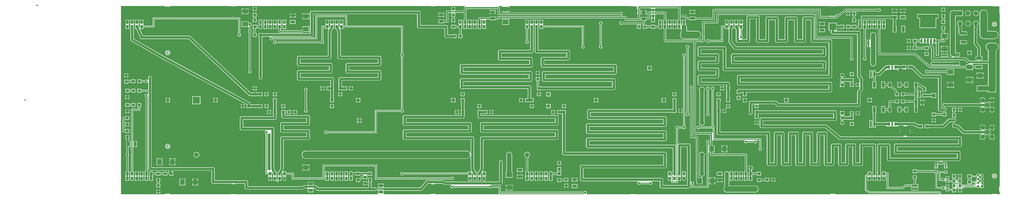
<source format=gtl>
*%FSLAX24Y24*%
*%MOIN*%
G01*
%ADD11C,0.0000*%
%ADD12C,0.0050*%
%ADD13C,0.0060*%
%ADD14C,0.0070*%
%ADD15C,0.0073*%
%ADD16C,0.0079*%
%ADD17C,0.0080*%
%ADD18C,0.0098*%
%ADD19C,0.0100*%
%ADD20C,0.0120*%
%ADD21C,0.0140*%
%ADD22C,0.0160*%
%ADD23C,0.0180*%
%ADD24C,0.0180*%
%ADD25C,0.0200*%
%ADD26C,0.0200*%
%ADD27C,0.0250*%
%ADD28C,0.0260*%
%ADD29C,0.0300*%
%ADD30C,0.0300*%
%ADD31C,0.0320*%
%ADD32C,0.0320*%
%ADD33C,0.0340*%
%ADD34C,0.0360*%
%ADD35C,0.0380*%
%ADD36C,0.0394*%
%ADD37C,0.0400*%
%ADD38C,0.0400*%
%ADD39C,0.0434*%
%ADD40C,0.0440*%
%ADD41C,0.0450*%
%ADD42C,0.0500*%
%ADD43C,0.0500*%
%ADD44C,0.0520*%
%ADD45C,0.0540*%
%ADD46C,0.0560*%
%ADD47O,0.0560X0.0850*%
%ADD48C,0.0580*%
%ADD49C,0.0600*%
%ADD50O,0.0600X0.0890*%
%ADD51C,0.0620*%
%ADD52C,0.0640*%
%ADD53C,0.0670*%
%ADD54C,0.0680*%
%ADD55C,0.0700*%
%ADD56C,0.0740*%
%ADD57C,0.0760*%
%ADD58C,0.0800*%
%ADD59C,0.0800*%
%ADD60C,0.0820*%
%ADD61C,0.0827*%
%ADD62C,0.0840*%
%ADD63C,0.0870*%
%ADD64C,0.0900*%
%ADD65C,0.1000*%
%ADD66C,0.1000*%
%ADD67C,0.1040*%
%ADD68C,0.1200*%
%ADD69C,0.1250*%
%ADD70C,0.1500*%
%ADD71C,0.1516*%
%ADD72C,0.1516*%
%ADD73C,0.2000*%
%ADD74C,0.2040*%
%ADD75C,0.2500*%
%ADD76R,0.0200X0.0200*%
%ADD77R,0.0200X0.0500*%
%ADD78R,0.0200X0.0650*%
%ADD79R,0.0200X0.1600*%
%ADD80R,0.0280X0.0600*%
%ADD81R,0.0300X0.0300*%
%ADD82R,0.0320X0.0640*%
%ADD83R,0.0350X0.0550*%
%ADD84R,0.0350X0.0800*%
%ADD85R,0.0360X0.0600*%
%ADD86R,0.0360X0.1300*%
%ADD87R,0.0400X0.0400*%
%ADD88R,0.0400X0.0640*%
%ADD89R,0.0400X0.1350*%
%ADD90R,0.0420X0.0850*%
%ADD91R,0.0440X0.1390*%
%ADD92R,0.0460X0.0890*%
%ADD93R,0.0500X0.0400*%
%ADD94R,0.0500X0.0500*%
%ADD95R,0.0500X0.0500*%
%ADD96R,0.0500X0.1200*%
%ADD97R,0.0540X0.0440*%
%ADD98R,0.0540X0.0540*%
%ADD99R,0.0540X0.0960*%
%ADD100R,0.0550X0.0650*%
%ADD101R,0.0551X0.0394*%
%ADD102R,0.0551X0.1417*%
%ADD103R,0.0560X0.0750*%
%ADD104R,0.0591X0.0984*%
%ADD105R,0.0591X0.0434*%
%ADD106R,0.0600X0.0600*%
%ADD107R,0.0600X0.0600*%
%ADD108R,0.0600X0.0790*%
%ADD109R,0.0600X0.1000*%
%ADD110R,0.0600X0.1250*%
%ADD111R,0.0631X0.1024*%
%ADD112R,0.0640X0.0640*%
%ADD113R,0.0640X0.1040*%
%ADD114R,0.0640X0.1290*%
%ADD115R,0.0700X0.0600*%
%ADD116R,0.0700X0.0700*%
%ADD117R,0.0700X0.0700*%
%ADD118R,0.0740X0.0640*%
%ADD119R,0.0740X0.0740*%
%ADD120R,0.0750X0.0750*%
%ADD121R,0.0790X0.0790*%
%ADD122R,0.0800X0.0800*%
%ADD123R,0.0800X0.0800*%
%ADD124R,0.0800X0.1250*%
%ADD125R,0.0840X0.0840*%
%ADD126R,0.0850X0.0500*%
%ADD127R,0.0890X0.0540*%
%ADD128R,0.0960X0.0540*%
%ADD129R,0.0960X0.1220*%
%ADD130R,0.1000X0.0600*%
%ADD131R,0.1000X0.1000*%
%ADD132R,0.1000X0.1250*%
%ADD133R,0.1040X0.0640*%
%ADD134R,0.1040X0.1040*%
%ADD135R,0.1040X0.1290*%
%ADD136R,0.1102X0.0394*%
%ADD137R,0.1200X0.0500*%
%ADD138R,0.1200X0.0950*%
%ADD139R,0.1200X0.1000*%
%ADD140R,0.1220X0.0960*%
%ADD141R,0.1250X0.0600*%
%ADD142R,0.1250X0.1000*%
%ADD143R,0.1290X0.0640*%
%ADD144R,0.1290X0.1040*%
%ADD145R,0.1300X0.0360*%
%ADD146R,0.1350X0.0400*%
%ADD147R,0.1390X0.0440*%
%ADD148R,0.1500X0.1500*%
%ADD149R,0.1540X0.1540*%
%ADD150R,0.1600X0.1600*%
%ADD151R,0.1700X0.1700*%
%ADD152R,0.1800X0.1800*%
%ADD153R,0.1900X0.0700*%
%ADD154R,0.1900X0.1900*%
%ADD155R,0.2000X0.0750*%
%ADD156R,0.2000X0.2000*%
%ADD157R,0.2040X0.0790*%
%ADD158R,0.2100X0.2100*%
%ADD159R,0.2200X0.2200*%
%ADD160R,0.2300X0.2300*%
%ADD161R,0.2400X0.1800*%
%ADD162R,0.2500X0.2500*%
D18*
X233784Y93810D02*
X233782Y93777D01*
X233778Y93744D01*
X233771Y93712D01*
X233762Y93681D01*
X233750Y93650D01*
X233735Y93620D01*
X233718Y93592D01*
X233699Y93565D01*
X233677Y93540D01*
X233653Y93517D01*
X233628Y93496D01*
X233601Y93478D01*
X233572Y93461D01*
X233543Y93447D01*
X233512Y93436D01*
X233480Y93427D01*
X233448Y93421D01*
X233415Y93417D01*
X233382Y93416D01*
X233349Y93418D01*
X233316Y93423D01*
X233284Y93431D01*
X233253Y93441D01*
X233222Y93454D01*
X233193Y93469D01*
X233165Y93487D01*
X233139Y93507D01*
X233115Y93529D01*
X233092Y93553D01*
X233071Y93579D01*
X233053Y93606D01*
X233037Y93635D01*
X233024Y93665D01*
X233013Y93696D01*
X233005Y93728D01*
X232999Y93761D01*
X232997Y93794D01*
Y93826D01*
X232999Y93859D01*
X233005Y93892D01*
X233013Y93924D01*
X233024Y93955D01*
X233037Y93985D01*
X233053Y94014D01*
X233071Y94041D01*
X233092Y94067D01*
X233115Y94091D01*
X233139Y94113D01*
X233165Y94133D01*
X233193Y94151D01*
X233222Y94166D01*
X233253Y94179D01*
X233284Y94189D01*
X233316Y94197D01*
X233349Y94202D01*
X233382Y94204D01*
X233415Y94203D01*
X233448Y94199D01*
X233480Y94193D01*
X233512Y94184D01*
X233543Y94173D01*
X233572Y94159D01*
X233601Y94142D01*
X233628Y94124D01*
X233653Y94103D01*
X233677Y94080D01*
X233699Y94055D01*
X233718Y94028D01*
X233735Y94000D01*
X233750Y93970D01*
X233762Y93939D01*
X233771Y93908D01*
X233778Y93876D01*
X233782Y93843D01*
X233784Y93810D01*
Y61810D02*
X233782Y61777D01*
X233778Y61744D01*
X233771Y61712D01*
X233762Y61681D01*
X233750Y61650D01*
X233735Y61620D01*
X233718Y61592D01*
X233699Y61565D01*
X233677Y61540D01*
X233653Y61517D01*
X233628Y61496D01*
X233601Y61478D01*
X233572Y61461D01*
X233543Y61447D01*
X233512Y61436D01*
X233480Y61427D01*
X233448Y61421D01*
X233415Y61417D01*
X233382Y61416D01*
X233349Y61418D01*
X233316Y61423D01*
X233284Y61431D01*
X233253Y61441D01*
X233222Y61454D01*
X233193Y61469D01*
X233165Y61487D01*
X233139Y61507D01*
X233115Y61529D01*
X233092Y61553D01*
X233071Y61579D01*
X233053Y61606D01*
X233037Y61635D01*
X233024Y61665D01*
X233013Y61696D01*
X233005Y61728D01*
X232999Y61761D01*
X232997Y61794D01*
Y61826D01*
X232999Y61859D01*
X233005Y61892D01*
X233013Y61924D01*
X233024Y61955D01*
X233037Y61985D01*
X233053Y62014D01*
X233071Y62041D01*
X233092Y62067D01*
X233115Y62091D01*
X233139Y62113D01*
X233165Y62133D01*
X233193Y62151D01*
X233222Y62166D01*
X233253Y62179D01*
X233284Y62189D01*
X233316Y62197D01*
X233349Y62202D01*
X233382Y62204D01*
X233415Y62203D01*
X233448Y62199D01*
X233480Y62193D01*
X233512Y62184D01*
X233543Y62173D01*
X233572Y62159D01*
X233601Y62142D01*
X233628Y62124D01*
X233653Y62103D01*
X233677Y62080D01*
X233699Y62055D01*
X233718Y62028D01*
X233735Y62000D01*
X233750Y61970D01*
X233762Y61939D01*
X233771Y61908D01*
X233778Y61876D01*
X233782Y61843D01*
X233784Y61810D01*
X60034Y87810D02*
X60032Y87777D01*
X60028Y87744D01*
X60021Y87712D01*
X60012Y87681D01*
X60000Y87650D01*
X59985Y87620D01*
X59968Y87592D01*
X59949Y87565D01*
X59927Y87540D01*
X59903Y87517D01*
X59878Y87496D01*
X59851Y87478D01*
X59822Y87461D01*
X59793Y87447D01*
X59762Y87436D01*
X59730Y87427D01*
X59698Y87421D01*
X59665Y87417D01*
X59632Y87416D01*
X59599Y87418D01*
X59566Y87423D01*
X59534Y87431D01*
X59503Y87441D01*
X59472Y87454D01*
X59443Y87469D01*
X59415Y87487D01*
X59389Y87507D01*
X59365Y87529D01*
X59342Y87553D01*
X59321Y87579D01*
X59303Y87606D01*
X59287Y87635D01*
X59274Y87665D01*
X59263Y87696D01*
X59255Y87728D01*
X59249Y87761D01*
X59247Y87794D01*
Y87826D01*
X59249Y87859D01*
X59255Y87892D01*
X59263Y87924D01*
X59274Y87955D01*
X59287Y87985D01*
X59303Y88014D01*
X59321Y88041D01*
X59342Y88067D01*
X59365Y88091D01*
X59389Y88113D01*
X59415Y88133D01*
X59443Y88151D01*
X59472Y88166D01*
X59503Y88179D01*
X59534Y88189D01*
X59566Y88197D01*
X59599Y88202D01*
X59632Y88204D01*
X59665Y88203D01*
X59698Y88199D01*
X59730Y88193D01*
X59762Y88184D01*
X59793Y88173D01*
X59822Y88159D01*
X59851Y88142D01*
X59878Y88124D01*
X59903Y88103D01*
X59927Y88080D01*
X59949Y88055D01*
X59968Y88028D01*
X59985Y88000D01*
X60000Y87970D01*
X60012Y87939D01*
X60021Y87908D01*
X60028Y87876D01*
X60032Y87843D01*
X60034Y87810D01*
Y68060D02*
X60032Y68027D01*
X60028Y67994D01*
X60021Y67962D01*
X60012Y67931D01*
X60000Y67900D01*
X59985Y67870D01*
X59968Y67842D01*
X59949Y67815D01*
X59927Y67790D01*
X59903Y67767D01*
X59878Y67746D01*
X59851Y67728D01*
X59822Y67711D01*
X59793Y67697D01*
X59762Y67686D01*
X59730Y67677D01*
X59698Y67671D01*
X59665Y67667D01*
X59632Y67666D01*
X59599Y67668D01*
X59566Y67673D01*
X59534Y67681D01*
X59503Y67691D01*
X59472Y67704D01*
X59443Y67719D01*
X59415Y67737D01*
X59389Y67757D01*
X59365Y67779D01*
X59342Y67803D01*
X59321Y67829D01*
X59303Y67856D01*
X59287Y67885D01*
X59274Y67915D01*
X59263Y67946D01*
X59255Y67978D01*
X59249Y68011D01*
X59247Y68044D01*
Y68076D01*
X59249Y68109D01*
X59255Y68142D01*
X59263Y68174D01*
X59274Y68205D01*
X59287Y68235D01*
X59303Y68264D01*
X59321Y68291D01*
X59342Y68317D01*
X59365Y68341D01*
X59389Y68363D01*
X59415Y68383D01*
X59443Y68401D01*
X59472Y68416D01*
X59503Y68429D01*
X59534Y68439D01*
X59566Y68447D01*
X59599Y68452D01*
X59632Y68454D01*
X59665Y68453D01*
X59698Y68449D01*
X59730Y68443D01*
X59762Y68434D01*
X59793Y68423D01*
X59822Y68409D01*
X59851Y68392D01*
X59878Y68374D01*
X59903Y68353D01*
X59927Y68330D01*
X59949Y68305D01*
X59968Y68278D01*
X59985Y68250D01*
X60000Y68220D01*
X60012Y68189D01*
X60021Y68158D01*
X60028Y68126D01*
X60032Y68093D01*
X60034Y68060D01*
D20*
X209430Y83020D02*
X210530Y84120D01*
X210350Y85100D02*
X208970Y83720D01*
X222930Y72020D02*
X224060Y73150D01*
X223600Y73850D02*
X222470Y72720D01*
X225470Y71900D02*
X226600Y70770D01*
X227060Y71470D02*
X225930Y72600D01*
X217850Y82520D02*
X216150Y84220D01*
X216430Y85100D02*
X218310Y83220D01*
X171946Y90600D02*
X171900Y94256D01*
X172484Y93970D02*
X172530Y90314D01*
X174892Y94550D02*
X174850Y96052D01*
X175438Y95770D02*
X175480Y94268D01*
X201010Y95600D02*
X202180Y96478D01*
X201966Y97042D02*
X200086Y95632D01*
X74930Y77520D02*
X73453Y78320D01*
X72715Y78720D02*
X70150Y80109D01*
X69130Y80662D01*
X66550Y82059D01*
X64730Y83045D01*
X60150Y85526D01*
X59130Y86078D01*
X75175Y78320D02*
X76600Y77548D01*
X74436Y78720D02*
X73052Y79470D01*
X70150Y81042D01*
X69130Y81594D01*
X66550Y82992D01*
X64730Y83978D01*
X60150Y86458D01*
X59130Y87011D01*
X58435Y86455D02*
X51935Y90205D01*
X52804Y90650D02*
X58840Y87168D01*
X66550Y88229D02*
X76609Y78761D01*
X66550Y88229D02*
X64730Y89942D01*
X74890Y81505D02*
X76600Y79896D01*
X74390Y81976D02*
X64473Y91310D01*
X53759Y90908D02*
X53266Y92142D01*
X199542Y70400D02*
X200628Y69495D01*
X201038Y70220D02*
X198300Y72502D01*
X225780Y91954D02*
X225758Y93454D01*
X226577Y93466D02*
X226594Y92370D01*
X218680Y85454D02*
X216735Y87100D01*
X217633D02*
X218680Y86214D01*
X178570Y88554D02*
X177570Y89804D01*
X229803Y89943D02*
X229867Y93453D01*
X229047Y93468D02*
X228980Y89818D01*
X114332Y60150D02*
X113205Y58798D01*
X226600Y58410D02*
X232120D01*
X225680D02*
X225350D01*
X224430D02*
X223942D01*
X223071D01*
X222183D01*
X206539D02*
X206140D01*
X200351D01*
X198429D02*
X183534D01*
X176746D02*
X158351D01*
X156429D02*
X147788D01*
X103730D02*
X90300D01*
X88980D02*
X74351D01*
X72429D02*
X60601D01*
X58679D02*
X58100D01*
X57180D02*
X49860D01*
X226600Y58290D02*
X232120D01*
X226600D02*
X225680D01*
X225350D01*
X224430D01*
X222199D01*
X206719D02*
X200258D01*
X198522D02*
X158258D01*
X156522D02*
X147800D01*
X103730D02*
X90300D01*
X88980D01*
X74258D01*
X72522D02*
X60508D01*
X58772D02*
X58100D01*
X57180D02*
X49860D01*
X222167Y58170D02*
X232120D01*
X206890D02*
X200134D01*
X198646D02*
X158134D01*
X156646D02*
X147775D01*
X103730D02*
X74134D01*
X72646D02*
X60384D01*
X58896D02*
X58100D01*
X57180D02*
X49860D01*
X222140Y58050D02*
X232120D01*
X221721D02*
X207267D01*
X207079D01*
X206890D01*
X199961D01*
X198819D02*
X157961D01*
X156819D02*
X147707D01*
X103730D02*
X73961D01*
X72819D02*
X60211D01*
X59069D02*
X58100D01*
X57180D01*
X49860D01*
X222073Y58060D02*
X222140D01*
X221707D02*
X207274D01*
X207064D01*
X206890D01*
X183140Y58300D02*
X177140D01*
X222140Y58030D02*
X232120D01*
X222140D02*
X222023D01*
X221757D02*
X207254D01*
X207109D01*
X206890D01*
X199924D01*
X198856D02*
X157924D01*
X156856D02*
X147690D01*
X103730D02*
X73924D01*
X72856D02*
X60174D01*
X59106D02*
X58100D01*
X57180D01*
X49860D01*
X225680Y58350D02*
X226600D01*
X225350D02*
X224430D01*
X90300D02*
X88980D01*
X58100Y58100D02*
X57180D01*
X232340Y58050D02*
X232819D01*
X233961D02*
X234420D01*
X232646Y58170D02*
X232340D01*
X234134D02*
X234420D01*
X232522Y58290D02*
X232340D01*
X234258D02*
X234420D01*
X232856Y58030D02*
X232340D01*
X233924D02*
X234420D01*
X114856D02*
X105050D01*
X115924D02*
X129130D01*
X129650D01*
X147090D01*
X114819Y58050D02*
X105050D01*
X115961D02*
X129130D01*
X114646Y58170D02*
X105050D01*
X116134D02*
X129130D01*
X114522Y58290D02*
X105050D01*
X116258D02*
X129130D01*
X114429Y58410D02*
X105050D01*
X116351D02*
X129130D01*
Y58050D02*
X129650D01*
X147073D01*
X231192Y60450D02*
X234420D01*
X227630D02*
X226600D01*
X224430D02*
X223942D01*
X223071D02*
X221360D01*
X220920D02*
X216930D01*
X216350D02*
X211150D01*
X210630D02*
X206640D01*
X206140D02*
X187350D01*
X186430D01*
X186100D01*
X185180D01*
X184350D01*
X183430D01*
X177700D01*
X176580D02*
X176300D01*
X174980D01*
X174750D01*
X172880D02*
X172050D01*
X170730D02*
X170275D01*
X168730D02*
X166890D01*
X165390D02*
X163800D01*
X162980D02*
X161525D01*
X158255D02*
X145800D01*
X144480D01*
X143850D01*
X142930D01*
X142350D01*
X141430D01*
X130050D01*
X113515D02*
X102600D01*
X100680D02*
X100100D01*
X99180D01*
X90300D01*
X88980D02*
X76550D01*
X68730D02*
X66050D01*
X64730D02*
X63350D01*
X62030D02*
X58100D01*
X57930D01*
X57350D02*
X57180D01*
X49860D01*
X231185Y60330D02*
X234420D01*
X229271D02*
X228650D01*
X227630D02*
X226600D01*
X225760D01*
X225320D02*
X225110D01*
X224670D01*
X224430D01*
X223942D01*
X223071D02*
X221360D01*
X220920D02*
X217475D01*
X216930D01*
X216350D02*
X215805D01*
X211150D01*
X210630D02*
X206640D01*
X206140D02*
X184350D01*
X183430D01*
X177700D01*
X176580D02*
X176300D01*
X174980D01*
X174750D01*
X172880D02*
X172050D01*
X170730D02*
X170300D01*
X168730D02*
X166890D01*
X165390D02*
X163800D01*
X162980D02*
X161550D01*
X158230D02*
X145800D01*
X144480D01*
X143850D01*
X142930D01*
X142350D01*
X141430D01*
X130050D01*
X113415D02*
X105050D01*
X103730D01*
X102500D01*
X101780D02*
X101600D01*
X100680D02*
X100100D01*
X99180D01*
X90300D01*
X88980D02*
X76550D01*
X68801D02*
X66050D01*
X64730D02*
X63350D01*
X62030D02*
X58100D01*
X57930D01*
X57350D02*
X57180D01*
X49860D01*
X233542Y60210D02*
X234420D01*
X233238D02*
X231138D01*
X229173D02*
X228650D01*
X227630D02*
X226600D01*
X224430D02*
X223942D01*
X223071D01*
X221360D01*
X220920D02*
X217475D01*
X216930D01*
X216350D02*
X215805D01*
X214380D01*
X211150D01*
X210630D02*
X206640D01*
X206140D02*
X199542D01*
X199238D02*
X177700D01*
X176580D02*
X174750D01*
X172880D02*
X172050D01*
X170730D02*
X170288D01*
X168730D02*
X166890D01*
X166390D01*
X165890D01*
X165390D01*
X163800D01*
X162980D02*
X161538D01*
X158242D02*
X157542D01*
X157238D02*
X145800D01*
X144480D01*
X143850D01*
X142930D02*
X130050D01*
X113315D02*
X105050D01*
X103730D02*
X102500D01*
X101780D02*
X101600D01*
X100680D02*
X90300D01*
X88980D02*
X76550D01*
X68926D02*
X66050D01*
X64730D02*
X63350D01*
X62030D02*
X59792D01*
X59488D02*
X58100D01*
X57180D02*
X49860D01*
X233924Y60090D02*
X234420D01*
X232856D02*
X231194D01*
X231032D01*
X229053D02*
X228650D01*
X227630D02*
X226600D01*
X224430D02*
X223942D01*
X223071D01*
X221360D01*
X220920D02*
X217475D01*
X215805D02*
X214728D01*
X214552D01*
X214380D01*
X211150D01*
X210630D02*
X206640D01*
X206140D02*
X199924D01*
X198856D02*
X177700D01*
X176580D02*
X174750D01*
X172880D02*
X172050D01*
X170730D02*
X170236D01*
X168730D02*
X163800D01*
X162980D02*
X161486D01*
X158294D02*
X157924D01*
X156856D02*
X145800D01*
X144480D02*
X143850D01*
X142930D02*
X132175D01*
X130605D01*
X129986D01*
X113215D02*
X105050D01*
X103730D02*
X102500D01*
X101780D02*
X101600D01*
X100680D02*
X90300D01*
X88980D02*
X76550D01*
X75730D02*
X73924D01*
X72856D02*
X66050D01*
X64730D02*
X63350D01*
X62030D02*
X60174D01*
X59106D02*
X58100D01*
X57180D02*
X49860D01*
X234109Y59970D02*
X234420D01*
X232671D02*
X231194D01*
X224430D02*
X223942D01*
X223071D02*
X221360D01*
X220920D02*
X217475D01*
X214380D02*
X211150D01*
X210630D02*
X206640D01*
X206140D02*
X200109D01*
X198671D02*
X177700D01*
X176580D02*
X174750D01*
X173430D01*
X172880D02*
X172050D01*
X170730D01*
X170150D01*
X162980D02*
X161400D01*
X160911D02*
X158869D01*
X158380D02*
X158109D01*
X156671D02*
X145800D01*
X144480D02*
X143850D01*
X142930D02*
X132175D01*
X130605D02*
X129869D01*
X113115D02*
X105050D01*
X103730D02*
X102500D01*
X101780D02*
X101600D01*
X100680D02*
X90640D01*
X90300D01*
X88980D02*
X88390D01*
X76550D01*
X75730D02*
X74109D01*
X72671D02*
X66050D01*
X64730D02*
X63350D01*
X62030D02*
X60359D01*
X58921D02*
X58100D01*
X57180D02*
X49860D01*
X234239Y59850D02*
X234420D01*
X232541D02*
X231194D01*
X224430D02*
X223942D01*
X223071D02*
X221360D01*
X220920D02*
X217475D01*
X214312D02*
X211150D01*
X210630D02*
X206640D01*
X206140D02*
X200239D01*
X198541D02*
X177700D01*
X176580D02*
X173400D01*
X172880D02*
X170150D01*
X162980D02*
X158239D01*
X156541D02*
X145800D01*
X144480D02*
X143850D01*
X142930D02*
X132175D01*
X130605D02*
X129650D01*
X129130D01*
X127680D01*
X113015D02*
X105050D01*
X103730D02*
X102500D01*
X101780D02*
X101600D01*
X100680D02*
X90930D01*
X88053D02*
X76550D01*
X75730D02*
X74239D01*
X72541D02*
X66050D01*
X64730D02*
X63350D01*
X62030D02*
X60489D01*
X58791D02*
X58100D01*
X57180D02*
X49860D01*
X231194Y59730D02*
X232443D01*
X224430D02*
X223942D01*
X223071D02*
X222204D01*
X221360D01*
X220920D02*
X217475D01*
X214192D02*
X211150D01*
X210630D02*
X206640D01*
X206140D02*
X200337D01*
X198443D02*
X183499D01*
X176580D02*
X173400D01*
X162980D02*
X158337D01*
X156443D02*
X145800D01*
X144480D02*
X143850D01*
X142930D02*
X132175D01*
X130605D02*
X129650D01*
X112915D02*
X105050D01*
X103730D02*
X102500D01*
X101780D02*
X101600D01*
X100680D01*
X91050D01*
X87813D02*
X76550D01*
X75730D02*
X74337D01*
X72443D02*
X66050D01*
X64730D01*
X63350D01*
X62030D01*
X60587D01*
X58693D02*
X58100D01*
X57180D02*
X49860D01*
X231194Y59610D02*
X232369D01*
X224430D02*
X223942D01*
X222204D02*
X221360D01*
X220920D02*
X217475D01*
X214072D02*
X211150D01*
X210630D02*
X206640D01*
X206140D02*
X200411D01*
X198369D02*
X183664D01*
X176580D02*
X173400D01*
X162980D02*
X158411D01*
X156369D02*
X145800D01*
X144480D02*
X143850D01*
X142930D02*
X132175D01*
X130605D02*
X129650D01*
X112815D02*
X105050D01*
X103730D02*
X102500D01*
X101780D02*
X91170D01*
X75730D02*
X74411D01*
X72369D02*
X66050D01*
X64730D01*
X63350D01*
X62030D01*
X60661D01*
X58619D02*
X58100D01*
X57180D02*
X49860D01*
X231194Y59490D02*
X232313D01*
X224430D02*
X223942D01*
X220920D02*
X217475D01*
X215805D02*
X214688D01*
X210630D02*
X206640D01*
X206140D02*
X200467D01*
X198313D02*
X183767D01*
X176513D02*
X173400D01*
X162980D02*
X158467D01*
X156313D02*
X145800D01*
X144480D02*
X143850D01*
X142930D02*
X132175D01*
X130605D02*
X129650D01*
X112715D02*
X105050D01*
X103730D02*
X102500D01*
X101780D02*
X91290D01*
X75730D02*
X74467D01*
X72313D02*
X60717D01*
X58563D02*
X58100D01*
X57180D02*
X49860D01*
X231194Y59370D02*
X232272D01*
X224430D02*
X223942D01*
X220920D02*
X217475D01*
X215805D02*
X214568D01*
X210630D02*
X206640D01*
X206140D02*
X200508D01*
X198272D02*
X183834D01*
X176446D02*
X173400D01*
X169630D02*
X169503D01*
X163027D02*
X158508D01*
X156272D02*
X145800D01*
X144480D02*
X143850D01*
X142930D02*
X132175D01*
X130605D02*
X129650D01*
X103730D02*
X103408D01*
X75730D02*
X74508D01*
X72272D02*
X60758D01*
X58522D02*
X58100D01*
X57180D02*
X49860D01*
X231194Y59250D02*
X232246D01*
X230374D02*
X230210D01*
X229840D02*
X227012D01*
X224430D02*
X223942D01*
X220920D02*
X217475D01*
X215805D02*
X214448D01*
X210630D02*
X206640D01*
X206140D02*
X200534D01*
X198246D02*
X183876D01*
X176404D02*
X173400D01*
X172880D01*
X170150D01*
X169630D01*
X169408D01*
X163122D02*
X158534D01*
X156246D02*
X145800D01*
X144480D02*
X143850D01*
X142930D01*
X132175D01*
X130605D02*
X129650D01*
X75730D02*
X74534D01*
X72246D02*
X60784D01*
X58496D02*
X58100D01*
X57180D01*
X49860D01*
X231194Y59130D02*
X232232D01*
X231194D02*
X230374D01*
X226960D01*
X220920D02*
X217475D01*
X215805D02*
X214400D01*
X210630D02*
X206640D01*
X206140D02*
X200548D01*
X198232D02*
X183897D01*
X176383D02*
X173400D01*
X172880D01*
X170150D01*
X169630D01*
X158548D01*
X156232D02*
X145800D01*
X144480D01*
X132175D01*
X130605D02*
X129650D01*
X90490D02*
X90300D01*
X88980D02*
X88447D01*
X75772D02*
X74548D01*
X72232D02*
X60798D01*
X58482D02*
X58100D01*
X57180D01*
X49860D01*
X226960Y59010D02*
X232231D01*
X226960D02*
X226724D01*
X225680D02*
X225350D01*
X222204D02*
X221360D01*
X220920D01*
X217475D01*
X215805D02*
X214400D01*
X214208D01*
X214072D01*
X211150D01*
X210630D01*
X206640D01*
X206140D02*
X200549D01*
X198231D02*
X183898D01*
X176382D02*
X158549D01*
X156231D02*
X132175D01*
X130605D02*
X129650D01*
X90610D02*
X90300D01*
X88980D02*
X88207D01*
X75861D02*
X74549D01*
X72231D02*
X60799D01*
X58481D02*
X58100D01*
X57180D02*
X49860D01*
X226600Y58890D02*
X232120D01*
X225680D02*
X225350D01*
X223071D02*
X222204D01*
X217475D01*
X215805D02*
X214400D01*
X211150D01*
X210630D01*
X206721D01*
X206140D02*
X200537D01*
X198243D02*
X183881D01*
X176399D02*
X158537D01*
X156243D02*
X132175D01*
X130605D02*
X129650D01*
X90730D02*
X90300D01*
X88980D02*
X74537D01*
X72243D02*
X60787D01*
X58493D02*
X58100D01*
X57180D02*
X49860D01*
X226600Y58770D02*
X232120D01*
X225680D02*
X225350D01*
X223071D02*
X217475D01*
X215805D02*
X206901D01*
X206063D02*
X200513D01*
X198267D02*
X183842D01*
X176438D02*
X158513D01*
X156267D02*
X132175D01*
X130605D02*
X129650D01*
X90850D02*
X90300D01*
X88980D02*
X74513D01*
X72267D02*
X60763D01*
X58517D02*
X58100D01*
X57180D02*
X49860D01*
X226600Y58650D02*
X232120D01*
X225680D02*
X225350D01*
X224430D02*
X223942D01*
X223071D02*
X222140D01*
X217475D01*
X215805D01*
X207081D01*
X206140D02*
X200475D01*
X198305D02*
X183780D01*
X176500D02*
X158475D01*
X156305D02*
X147650D01*
X147161D02*
X132175D01*
X130605D01*
X129650D01*
X103730D02*
X103140D01*
X91140D02*
X90300D01*
X88980D02*
X74475D01*
X72305D02*
X60725D01*
X58555D02*
X58100D01*
X57180D02*
X49860D01*
X226600Y58530D02*
X232120D01*
X225680D02*
X225350D01*
X224430D02*
X223942D01*
X223071D01*
X222140D01*
X206359D02*
X206140D01*
X200422D01*
X198358D02*
X183685D01*
X176595D02*
X158422D01*
X156358D02*
X147736D01*
X103730D02*
X90300D01*
X88980D02*
X74422D01*
X72358D02*
X60672D01*
X58608D02*
X58100D01*
X57180D02*
X49860D01*
X222073Y58560D02*
X222140D01*
X221707D02*
X217475D01*
X215805D01*
X207216D01*
X147073Y58570D02*
X132175D01*
X130605D01*
X129650D01*
X227120Y59340D02*
X229705D01*
X226960Y59090D02*
X226820D01*
X226637D01*
X226600D01*
X228650Y60030D02*
X228993D01*
X228650D02*
X227630D01*
X226600D01*
X224430Y59156D02*
X223942D01*
Y58716D02*
X224430D01*
X222204Y59530D02*
X221360D01*
Y59090D02*
X222204D01*
X90444Y59920D02*
X90300D01*
X88980D02*
X88586D01*
X90300Y59200D02*
X90420D01*
X88980D02*
X88586D01*
X102500Y59470D02*
X103140D01*
X101780D02*
X91310D01*
X91140Y58650D02*
X103140D01*
X87793Y59720D02*
X76550D01*
X76140Y58900D02*
X87890D01*
X158957Y60050D02*
X160823D01*
X211150Y59570D02*
X214032D01*
X214248Y59050D02*
X214400D01*
X214248D02*
X214032D01*
X211150D01*
X168730Y59970D02*
X163800D01*
X163390Y59150D02*
X169140D01*
X129130Y59820D02*
X127707D01*
X170150D02*
X172880D01*
Y59300D02*
X170150D01*
X214748Y60070D02*
X215805D01*
X214748D02*
X214532D01*
X214380D01*
X214748Y59550D02*
X215805D01*
X103730Y59350D02*
X103430D01*
Y58770D02*
X103730D01*
X105140Y59470D02*
X112698D01*
X129640Y59900D02*
X129650D01*
X129640D02*
X129130D01*
X127650D01*
X127619D01*
X229261Y60340D02*
X229303D01*
X229261D02*
X228650D01*
X166390Y60310D02*
X165890D01*
X75730Y60150D02*
X73787D01*
X72993D02*
X69140D01*
X129130Y59820D02*
X129650D01*
X165390Y60310D02*
X165890D01*
X166390D02*
X166890D01*
X169630Y59300D02*
X170150D01*
X172880D02*
X173400D01*
X206140Y58560D02*
X206314D01*
X210630Y59050D02*
X211150D01*
X220920Y59090D02*
X221360D01*
X225350D02*
X225680D01*
X232140Y58746D02*
X232213D01*
X232140D02*
X232120D01*
X232140Y58787D02*
X232263D01*
X232140D02*
X232120D01*
X183140Y59820D02*
X177700D01*
X223286Y60329D02*
X223942D01*
X223286D02*
X223071D01*
X223286Y58579D02*
X223942D01*
X223286D02*
X223071D01*
X223286Y59293D02*
X223942D01*
X223286D02*
X223076D01*
X223071Y58953D02*
X222910D01*
X222420D01*
X222204D01*
X222910Y59667D02*
X223071D01*
X222910D02*
X222420D01*
X222204D01*
X223076Y59327D02*
X223942D01*
Y60041D02*
X223071D01*
X224430Y59270D02*
X224670D01*
Y59350D02*
X224430D01*
Y60270D02*
X225320D01*
X225760D02*
X226600D01*
Y60350D02*
X225760D01*
X225320D02*
X225110D01*
X224670D01*
X224430D01*
X217475Y59450D02*
X216900D01*
X215805D01*
X216930Y60170D02*
X217475D01*
X216350D02*
X215805D01*
Y58700D02*
X217475D01*
Y59420D02*
X216900D01*
X215805D01*
X172050Y60025D02*
X170730D01*
X173430D02*
X174750D01*
X173430D02*
X173400D01*
X143850Y59350D02*
X142930D01*
Y60270D02*
X143850D01*
X144480Y59250D02*
X145800D01*
Y60170D02*
X144480D01*
X132175Y58700D02*
X130605D01*
Y60020D02*
X132175D01*
X101600Y59850D02*
X100680D01*
X103730Y59350D02*
X104850D01*
X103730D02*
X103670D01*
X103730Y60270D02*
X105050D01*
X66050Y59775D02*
X64730D01*
X63350D02*
X62030D01*
X58100Y59020D02*
X57180D01*
Y59350D02*
X58100D01*
Y60270D02*
X57930D01*
X57350D02*
X57180D01*
X230374Y59219D02*
X231194D01*
Y60039D02*
X230944D01*
X228650Y60050D02*
X227630D01*
X230784Y59629D02*
X231194D01*
Y60416D02*
X230784D01*
X57640Y58560D02*
X57180D01*
X57640D02*
X58100D01*
X72230Y59060D02*
X73390D01*
X74550D01*
X59640D02*
X58480D01*
X59640D02*
X60800D01*
X103930Y59810D02*
X104390D01*
X104850D01*
X101140Y60310D02*
X100680D01*
X101140D02*
X101600D01*
X89640Y60160D02*
X89180D01*
X89640D02*
X90100D01*
X130730Y59360D02*
X131390D01*
X132050D01*
X142930Y59810D02*
X143390D01*
X143850D01*
X156230Y59060D02*
X157390D01*
X158550D01*
X198230D02*
X199390D01*
X200550D01*
X216280D02*
X216640D01*
X217000D01*
X225680Y58810D02*
X226140D01*
X226600D01*
X223506Y59684D02*
X223149D01*
X223506D02*
X223863D01*
X232230Y59060D02*
X233390D01*
X229990Y59560D02*
X227040D01*
X226740Y59310D02*
X225540D01*
X229690Y60416D02*
X229996D01*
X229084Y59810D02*
X226140D01*
X224890Y58936D02*
X223506D01*
X222690Y59310D02*
X222640D01*
X222690D02*
X221140D01*
X116550Y59060D02*
X115390D01*
X114230D01*
X114332Y60150D02*
X114993D01*
X115787D02*
X117293D01*
X127707Y59300D02*
X129130D01*
X127073D02*
X119707D01*
X119130Y59900D02*
X117890D01*
X119130D02*
X119161D01*
X114358Y58530D02*
X105050D01*
X116422D02*
X129130D01*
X114305Y58650D02*
X112890D01*
X116475D02*
X129130D01*
X114267Y58770D02*
X113180D01*
X116513D02*
X129130D01*
X114243Y58890D02*
X113282D01*
X116537D02*
X129130D01*
X114231Y59010D02*
X113382D01*
X116549D02*
X129130D01*
X114232Y59130D02*
X113482D01*
X116548D02*
X119130D01*
X127130D01*
X127650D01*
X129130D01*
X114246Y59250D02*
X113582D01*
X116534D02*
X119122D01*
X119658D02*
X127122D01*
X127658D02*
X129130D01*
X114272Y59370D02*
X113682D01*
X116508D02*
X119027D01*
X114313Y59490D02*
X113782D01*
X116467D02*
X118986D01*
X114369Y59610D02*
X113882D01*
X116411D02*
X118983D01*
X114443Y59730D02*
X113982D01*
X116337D02*
X119017D01*
X114541Y59850D02*
X114082D01*
X116239D02*
X119100D01*
X114671Y59970D02*
X114182D01*
X116109D02*
X117653D01*
X114856Y60090D02*
X114282D01*
X115924D02*
X117413D01*
X112890Y58650D02*
X105140D01*
X233613Y62370D02*
X234420D01*
X233167D02*
X230940D01*
X230627D02*
X230153D01*
X229840D02*
X228650D01*
X227630D01*
X226600D01*
X225680D01*
X225350D01*
X224430D01*
X223550D01*
X222730D02*
X222110D01*
X221670D02*
X221550D01*
X220730D02*
X217100D01*
X216180D02*
X211150D01*
X209700D02*
X209580D01*
X208700D02*
X208580D01*
X207700D02*
X207580D01*
X206700D02*
X184350D01*
X181700D02*
X181580D01*
X180700D02*
X180580D01*
X179700D02*
X179580D01*
X178700D02*
X178580D01*
X176580D02*
X176300D01*
X174980D02*
X173400D01*
X172880D02*
X172547D01*
X170600D02*
X169550D01*
X168730D02*
X168580D01*
X167700D02*
X167580D01*
X165700D02*
X165580D01*
X164700D02*
X147050D01*
X146230D02*
X142350D01*
X139700D02*
X139580D01*
X138700D02*
X138580D01*
X137700D02*
X137580D01*
X136700D02*
X136580D01*
X135700D02*
X135580D01*
X134700D02*
X132175D01*
X130605D02*
X130050D01*
X129230D02*
X126580D01*
X124700D02*
X124580D01*
X108484D02*
X103650D01*
X103130D02*
X102600D01*
X97700D02*
X97580D01*
X96700D02*
X96580D01*
X95700D02*
X95580D01*
X94700D02*
X94580D01*
X93700D02*
X93580D01*
X92130D02*
X86150D01*
X82700D02*
X82580D01*
X80140D02*
X69550D01*
X68730D02*
X60850D01*
X59730D02*
X59600D01*
X55700D02*
X55580D01*
X54700D02*
X54580D01*
X53700D02*
X53580D01*
X52700D02*
X52580D01*
X51700D02*
X51580D01*
X50700D02*
X49860D01*
X233802Y62250D02*
X234420D01*
X232978D02*
X231102D01*
X230466D02*
X230314D01*
X229678D02*
X228650D01*
X227630D01*
X226600D01*
X225680D02*
X225350D01*
X224430D02*
X223550D01*
X222730D01*
X222110D01*
X221670D02*
X221550D01*
X221360D01*
X220920D02*
X220730D01*
X217100D01*
X216180D01*
X211150D01*
X209700D02*
X209580D01*
X208700D02*
X208580D01*
X207700D02*
X207580D01*
X206599D02*
X184350D01*
X181700D02*
X181580D01*
X180700D02*
X180580D01*
X179700D02*
X179580D01*
X178700D02*
X178580D01*
X176580D02*
X176300D01*
X174980D02*
X173400D01*
X172880D02*
X172547D01*
X170600D02*
X169550D01*
X168730D02*
X168580D01*
X167700D02*
X167580D01*
X165700D02*
X165580D01*
X164700D02*
X147050D01*
X146230D02*
X142350D01*
X139700D02*
X139580D01*
X138700D02*
X138580D01*
X137700D02*
X137580D01*
X136700D02*
X136580D01*
X135700D02*
X135580D01*
X134700D02*
X134300D01*
X132980D01*
X132175D01*
X130605D02*
X130050D01*
X129230D02*
X126580D01*
X125700D02*
X125580D01*
X124700D02*
X124580D01*
X123700D02*
X123580D01*
X108484D02*
X103650D01*
X103130D02*
X102600D01*
X97700D02*
X97580D01*
X96700D02*
X96580D01*
X95700D02*
X95580D01*
X94700D02*
X94580D01*
X93700D02*
X93580D01*
X92130D02*
X86150D01*
X83700D02*
X83580D01*
X82700D02*
X82580D01*
X81700D02*
X81580D01*
X80140D02*
X69550D01*
X68730D02*
X60850D01*
X59730D02*
X59600D01*
X55700D02*
X55580D01*
X54700D02*
X54580D01*
X53700D02*
X53580D01*
X52700D02*
X52580D01*
X51700D02*
X51580D01*
X50700D02*
X49860D01*
X233901Y62130D02*
X234420D01*
X232879D02*
X231169D01*
X229611D02*
X228650D01*
X227630D02*
X226600D01*
X225680D02*
X225350D01*
X224430D02*
X223550D01*
X222730D01*
X222110D01*
X221670D02*
X221550D01*
X221360D01*
X220920D02*
X220730D01*
X217100D01*
X216180D01*
X211150D01*
X209700D02*
X209580D01*
X208700D02*
X208580D01*
X207700D02*
X207580D01*
X206419D02*
X206140D01*
X184350D01*
X181700D02*
X181580D01*
X180700D02*
X180580D01*
X179700D02*
X179580D01*
X178700D02*
X178580D01*
X176580D02*
X176300D01*
X174980D02*
X173400D01*
X172880D02*
X172525D01*
X170600D02*
X169550D01*
X168730D02*
X168580D01*
X167700D02*
X167580D01*
X164700D02*
X147050D01*
X146230D02*
X142350D01*
X139700D02*
X139580D01*
X138700D02*
X138580D01*
X137700D02*
X137580D01*
X136700D02*
X136580D01*
X135700D02*
X135580D01*
X134700D02*
X134300D01*
X132980D02*
X132175D01*
X130605D02*
X130050D01*
X129230D02*
X126580D01*
X125700D02*
X125580D01*
X124700D02*
X124580D01*
X123700D02*
X123580D01*
X108522D02*
X103650D01*
X103130D02*
X102600D01*
X97700D02*
X97580D01*
X96700D02*
X96580D01*
X95700D02*
X95580D01*
X94700D02*
X94580D01*
X93700D02*
X93580D01*
X92130D02*
X86150D01*
X83700D02*
X83580D01*
X82700D02*
X82580D01*
X81700D02*
X81580D01*
X80140D02*
X69550D01*
X68730D02*
X60850D01*
X59772D02*
X59600D01*
X55700D02*
X55580D01*
X54700D02*
X54580D01*
X53700D02*
X53580D01*
X52700D02*
X52580D01*
X51700D02*
X51580D01*
X50700D02*
X49860D01*
X233959Y62010D02*
X234420D01*
X232821D02*
X231193D01*
X229587D02*
X228650D01*
X227630D02*
X226600D01*
X225680D02*
X225350D01*
X224430D02*
X222110D01*
X221670D02*
X221360D01*
X220920D02*
X217100D01*
X216180D02*
X211150D01*
X209700D02*
X209580D01*
X208700D02*
X208580D01*
X207700D02*
X207580D01*
X206140D02*
X184350D01*
X183430D02*
X182580D01*
X181700D02*
X181580D01*
X180700D02*
X180580D01*
X179700D02*
X179580D01*
X178700D02*
X178580D01*
X176580D02*
X176300D01*
X174980D02*
X173400D01*
X172880D02*
X172478D01*
X171302D02*
X171180D01*
X170600D02*
X169550D01*
X168730D02*
X168580D01*
X167700D02*
X167580D01*
X164700D02*
X147050D01*
X146230D02*
X142350D01*
X141430D02*
X140580D01*
X139700D02*
X139580D01*
X138700D02*
X138580D01*
X137700D02*
X137580D01*
X136700D02*
X136580D01*
X135700D02*
X135580D01*
X134700D02*
X134300D01*
X132980D02*
X132175D01*
X130605D02*
X130050D01*
X129230D02*
X126580D01*
X125700D02*
X125580D01*
X124700D02*
X124580D01*
X123700D02*
X123580D01*
X122700D02*
X109169D01*
X108611D02*
X103650D01*
X103130D02*
X102600D01*
X97700D02*
X97580D01*
X96700D02*
X96580D01*
X95700D02*
X95580D01*
X94700D02*
X94580D01*
X93700D02*
X93580D01*
X92130D02*
X86150D01*
X85630D02*
X84580D01*
X83700D02*
X83580D01*
X82700D02*
X82580D01*
X81700D02*
X81580D01*
X80640D02*
X80140D01*
X69550D01*
X68730D02*
X60850D01*
X59861D02*
X59600D01*
X58680D02*
X58100D01*
X57180D02*
X56580D01*
X55700D02*
X55580D01*
X54700D02*
X54580D01*
X53700D02*
X53580D01*
X52700D02*
X52580D01*
X51700D02*
X51580D01*
X50700D02*
X49860D01*
X233988Y61890D02*
X234420D01*
X232792D02*
X231181D01*
X227630D02*
X226600D01*
X225680D02*
X225350D01*
X224430D02*
X223942D01*
X223071D01*
X222110D01*
X221670D02*
X221360D01*
X220920D02*
X217100D01*
X216180D02*
X211150D01*
X209700D02*
X209580D01*
X208700D02*
X208580D01*
X207700D02*
X207580D01*
X206059D02*
X184350D01*
X183430D02*
X182580D01*
X181700D02*
X181580D01*
X180700D02*
X180580D01*
X179700D02*
X179580D01*
X178700D02*
X178580D01*
X176580D02*
X176300D01*
X174980D02*
X173400D01*
X172880D02*
X172399D01*
X171381D02*
X171180D01*
X170600D02*
X169550D01*
X168730D02*
X168580D01*
X167700D02*
X167580D01*
X164700D02*
X147050D01*
X146230D02*
X142350D01*
X141430D02*
X140580D01*
X139700D02*
X139580D01*
X138700D02*
X138580D01*
X137700D02*
X137580D01*
X136700D02*
X136580D01*
X135700D02*
X135580D01*
X134700D02*
X134300D01*
X132980D02*
X132175D01*
X130605D02*
X130050D01*
X129230D02*
X126580D01*
X125700D02*
X125580D01*
X124700D02*
X124580D01*
X123700D02*
X123580D01*
X122700D02*
X108640D01*
X103650D01*
X103130D02*
X102600D01*
X100680D02*
X100100D01*
X99180D02*
X98580D01*
X97700D02*
X97580D01*
X96700D02*
X96580D01*
X95700D02*
X95580D01*
X94700D02*
X94580D01*
X93700D02*
X93580D01*
X92130D02*
X86150D01*
X85630D02*
X84580D01*
X83700D02*
X83580D01*
X82700D02*
X82580D01*
X81700D02*
X81580D01*
X80640D02*
X80140D01*
X69550D01*
X68730D02*
X60850D01*
X59930D02*
X59600D01*
X58680D02*
X58100D01*
X57180D02*
X56580D01*
X55700D02*
X55580D01*
X54700D02*
X54580D01*
X53700D02*
X53580D01*
X52700D02*
X52580D01*
X51700D02*
X51580D01*
X50700D02*
X49860D01*
X233992Y61770D02*
X234420D01*
X232788D02*
X231129D01*
X227630D02*
X226600D01*
X225680D02*
X225350D01*
X224430D02*
X223942D01*
X223071D02*
X222110D01*
X221670D02*
X221360D01*
X220920D02*
X217100D01*
X216180D02*
X211150D01*
X210580D02*
X210447D01*
X209833D02*
X209700D01*
X209580D01*
X208700D02*
X208580D01*
X207700D02*
X207580D01*
X206116D02*
X184350D01*
X183430D01*
X182580D01*
X181700D02*
X181580D01*
X180700D02*
X180580D01*
X179700D02*
X179580D01*
X178700D02*
X178580D01*
X176580D02*
X176300D01*
X174980D01*
X173400D01*
X172880D02*
X172269D01*
X171511D02*
X171180D01*
X170600D02*
X169550D01*
X168730D02*
X168580D01*
X168447D01*
X167833D02*
X167700D01*
X167580D01*
X164700D02*
X147050D01*
X146230D02*
X142350D01*
X141430D01*
X140580D01*
X139700D02*
X139580D01*
X138700D02*
X138580D01*
X137700D02*
X137580D01*
X136700D02*
X136580D01*
X135700D02*
X135580D01*
X134700D02*
X134300D01*
X132980D02*
X132175D01*
X130605D02*
X130050D01*
X129230D02*
X126580D01*
X126447D01*
X125833D02*
X125700D01*
X125580D01*
X124700D02*
X124580D01*
X123700D02*
X123580D01*
X122700D02*
X103650D01*
X103130D02*
X102600D01*
X101680D01*
X100290D02*
X100100D01*
X99180D01*
X98580D01*
X97700D02*
X97580D01*
X96700D02*
X96580D01*
X95700D02*
X95580D01*
X94700D02*
X94580D01*
X93700D02*
X93580D01*
X92130D02*
X86150D01*
X85630D02*
X84580D01*
X84447D01*
X83833D02*
X83700D01*
X83580D01*
X82700D02*
X82580D01*
X81700D02*
X81580D01*
X80700D02*
X69550D01*
X68730D02*
X60850D01*
X59930D01*
X59600D01*
X58680D01*
X58100D01*
X57180D01*
X56580D01*
X55700D02*
X55580D01*
X54700D02*
X54580D01*
X53700D02*
X53580D01*
X52700D02*
X52580D01*
X51700D02*
X51580D01*
X50700D02*
X49860D01*
X233971Y61650D02*
X234420D01*
X232809D02*
X231011D01*
X230556D02*
X230224D01*
X227630D02*
X226600D01*
X225680D02*
X225350D01*
X224430D02*
X223942D01*
X223071D02*
X222110D01*
X221670D02*
X221360D01*
X220920D02*
X217100D01*
X216180D02*
X211150D01*
X209700D02*
X209580D01*
X208700D02*
X208580D01*
X207700D02*
X207580D01*
X206140D02*
X187350D01*
X186430D01*
X186100D01*
X185180D01*
X182580D01*
X181700D02*
X181580D01*
X180700D02*
X180580D01*
X179700D02*
X179580D01*
X178700D02*
X178580D01*
X176580D02*
X174750D01*
X173430D01*
X172880D02*
X172050D01*
X171890D01*
X171180D01*
X170600D02*
X169550D01*
X168730D02*
X168580D01*
X167700D02*
X167580D01*
X164700D02*
X147050D01*
X146230D02*
X145800D01*
X144480D01*
X143850D01*
X142930D01*
X140580D01*
X139700D02*
X139580D01*
X138700D02*
X138580D01*
X137700D02*
X137580D01*
X136700D02*
X136580D01*
X135700D02*
X135580D01*
X134700D02*
X134300D01*
X132980D02*
X132175D01*
X130605D02*
X130050D01*
X129230D02*
X126580D01*
X125700D02*
X125580D01*
X124700D02*
X124580D01*
X123700D02*
X123580D01*
X122700D02*
X119650D01*
X119161D02*
X103650D01*
X103130D02*
X102600D01*
X101680D01*
X100170D02*
X98580D01*
X97700D02*
X97580D01*
X96700D02*
X96580D01*
X95700D02*
X95580D01*
X94700D02*
X94580D01*
X93700D02*
X93580D01*
X92130D02*
X86150D01*
X85630D02*
X84580D01*
X83700D02*
X83580D01*
X82700D02*
X82580D01*
X81700D02*
X81580D01*
X80700D02*
X69550D01*
X68730D02*
X56580D01*
X55700D02*
X55580D01*
X54700D02*
X54580D01*
X53700D02*
X53580D01*
X52700D02*
X52580D01*
X51700D02*
X51580D01*
X50700D02*
X49860D01*
X233924Y61530D02*
X234420D01*
X232856D02*
X231032D01*
X230535D02*
X230245D01*
X227630D02*
X226600D01*
X225680D02*
X225350D01*
X224430D02*
X223942D01*
X223071D02*
X222204D01*
X221670D02*
X221360D01*
X220920D02*
X217100D01*
X216180D02*
X211150D01*
X209700D02*
X209580D01*
X208700D02*
X208580D01*
X207700D02*
X207580D01*
X206140D02*
X187350D01*
X186430D01*
X186100D01*
X185180D01*
X184350D01*
X183430D01*
X182580D01*
X181700D02*
X181580D01*
X180700D02*
X180580D01*
X179700D02*
X179580D01*
X178700D02*
X178580D01*
X176580D02*
X176300D01*
X174980D01*
X174750D01*
X172880D02*
X172050D01*
X170600D02*
X169550D01*
X168730D02*
X168580D01*
X167700D02*
X167580D01*
X164700D02*
X147050D01*
X146230D02*
X145800D01*
X144480D01*
X143850D01*
X142930D01*
X142350D01*
X141430D01*
X140580D01*
X139700D02*
X139580D01*
X138700D02*
X138580D01*
X137700D02*
X137580D01*
X136700D02*
X136580D01*
X135700D02*
X135580D01*
X134700D02*
X134300D01*
X132980D02*
X132175D01*
X130605D02*
X130050D01*
X129230D02*
X126580D01*
X125700D02*
X125580D01*
X124700D02*
X124580D01*
X123700D02*
X123580D01*
X122700D02*
X119736D01*
X103130D02*
X102600D01*
X101680D01*
X100050D02*
X99180D01*
X98580D01*
X97700D02*
X97580D01*
X96700D02*
X96580D01*
X95700D02*
X95580D01*
X94700D02*
X94580D01*
X93700D02*
X93580D01*
X85630D02*
X84580D01*
X83700D02*
X83580D01*
X82700D02*
X82580D01*
X81700D02*
X81580D01*
X80700D02*
X69550D01*
X68730D02*
X58100D01*
X57180D01*
X56580D01*
X55700D02*
X55580D01*
X54700D02*
X54580D01*
X53700D02*
X53580D01*
X52700D02*
X52580D01*
X51700D02*
X51580D01*
X50700D02*
X49860D01*
X233841Y61410D02*
X234420D01*
X232939D02*
X231138D01*
X229642D02*
X228650D01*
X227630D02*
X226600D01*
X225680D02*
X225350D01*
X224430D02*
X223942D01*
X221670D02*
X221360D01*
X220920D02*
X217100D01*
X216180D02*
X211150D01*
X209700D02*
X209580D01*
X208700D02*
X208580D01*
X207700D02*
X207580D01*
X206140D02*
X187350D01*
X186430D02*
X186100D01*
X185180D02*
X184350D01*
X183430D02*
X182580D01*
X181700D02*
X181580D01*
X180700D02*
X180580D01*
X179700D02*
X179580D01*
X178700D02*
X178580D01*
X176580D02*
X176300D01*
X174980D02*
X174750D01*
X172880D02*
X172050D01*
X170600D02*
X169550D01*
X168730D02*
X168580D01*
X167700D02*
X167580D01*
X164700D02*
X163604D01*
X146230D02*
X145800D01*
X144480D02*
X143850D01*
X142930D02*
X142350D01*
X141430D02*
X140580D01*
X139700D02*
X139580D01*
X138700D02*
X138580D01*
X137700D02*
X137580D01*
X136700D02*
X136580D01*
X135700D02*
X135580D01*
X134700D02*
X134300D01*
X132980D02*
X132175D01*
X130605D02*
X130050D01*
X129230D02*
X126580D01*
X125700D02*
X125580D01*
X124700D02*
X124580D01*
X123700D02*
X123580D01*
X122700D02*
X119788D01*
X103130D02*
X102600D01*
X99180D02*
X98580D01*
X97700D02*
X97580D01*
X96700D02*
X96580D01*
X95700D02*
X95580D01*
X94700D02*
X94580D01*
X93700D02*
X93580D01*
X85630D02*
X84580D01*
X83700D02*
X83580D01*
X82700D02*
X82580D01*
X81700D02*
X81580D01*
X80700D02*
X69550D01*
X68730D02*
X66050D01*
X64730D01*
X63350D01*
X62030D01*
X58100D01*
X57180D02*
X56580D01*
X55700D02*
X55580D01*
X54700D02*
X54580D01*
X53700D02*
X53580D01*
X52700D02*
X52580D01*
X51700D02*
X51580D01*
X50700D02*
X49860D01*
X233695Y61290D02*
X234420D01*
X233085D02*
X231185D01*
X229595D02*
X228650D01*
X227630D02*
X226600D01*
X225680D01*
X225350D01*
X225110D01*
X224670D02*
X224430D01*
X223942D01*
X221670D02*
X221360D01*
X220920D02*
X217100D01*
X216180D02*
X211150D01*
X209700D02*
X209580D01*
X208700D02*
X208580D01*
X207700D02*
X207580D01*
X206140D02*
X187350D01*
X186430D02*
X186100D01*
X185180D02*
X184350D01*
X183430D02*
X182580D01*
X181700D02*
X181580D01*
X180700D02*
X180580D01*
X179700D02*
X179580D01*
X178700D02*
X178580D01*
X176580D02*
X176300D01*
X174980D02*
X174750D01*
X172880D02*
X172050D01*
X170600D02*
X169550D01*
X168730D02*
X168580D01*
X167700D02*
X167580D01*
X164700D02*
X163729D01*
X146230D02*
X145800D01*
X144480D02*
X143850D01*
X142930D02*
X142350D01*
X141430D02*
X140580D01*
X139700D02*
X139580D01*
X138700D02*
X138580D01*
X137700D02*
X137580D01*
X136700D02*
X136580D01*
X135700D02*
X135580D01*
X134700D02*
X134300D01*
X132980D02*
X132175D01*
X130605D01*
X130050D01*
X129230D02*
X126580D01*
X125700D02*
X125580D01*
X124700D02*
X124580D01*
X123700D02*
X123580D01*
X122700D02*
X119800D01*
X103130D02*
X102600D01*
X99180D02*
X98580D01*
X97700D02*
X97580D01*
X96700D02*
X96580D01*
X95700D02*
X95580D01*
X94700D02*
X94580D01*
X93700D02*
X93580D01*
X85630D02*
X84580D01*
X83700D02*
X83580D01*
X82700D02*
X82580D01*
X81700D02*
X81580D01*
X80700D02*
X69550D01*
X68730D02*
X66050D01*
X64730D02*
X63350D01*
X62030D02*
X58100D01*
X57180D02*
X56580D01*
X55700D02*
X55580D01*
X54700D02*
X54580D01*
X53700D02*
X53580D01*
X52700D02*
X52580D01*
X51700D02*
X51580D01*
X50700D02*
X49860D01*
X231192Y61170D02*
X234420D01*
X229588D02*
X228650D01*
X227630D01*
X226600D01*
X225680D02*
X225350D01*
X224430D02*
X223942D01*
X221600D02*
X221360D01*
X220920D02*
X217100D01*
X216180D02*
X211150D01*
X209700D02*
X209580D01*
X208700D02*
X208580D01*
X207700D02*
X207580D01*
X206140D02*
X187350D01*
X186430D02*
X186100D01*
X183430D02*
X182580D01*
X181700D02*
X181580D01*
X180700D02*
X180580D01*
X179700D02*
X179580D01*
X178700D02*
X178580D01*
X176580D02*
X176300D01*
X174980D02*
X174750D01*
X172880D02*
X172050D01*
X170600D02*
X169550D01*
X168730D02*
X168580D01*
X167700D02*
X167580D01*
X164700D02*
X163800D01*
X146230D02*
X145800D01*
X144480D02*
X143850D01*
X141430D02*
X140580D01*
X139700D02*
X139580D01*
X138700D02*
X138580D01*
X137700D02*
X137580D01*
X136700D02*
X136580D01*
X135700D02*
X135580D01*
X134700D02*
X134300D01*
X132980D01*
X130050D01*
X129230D02*
X126580D01*
X125700D02*
X125580D01*
X124700D02*
X124580D01*
X123700D02*
X123580D01*
X122700D02*
X119775D01*
X103130D02*
X102600D01*
X100680D02*
X100510D01*
X99180D02*
X98580D01*
X97700D02*
X97580D01*
X96700D02*
X96580D01*
X95700D02*
X95580D01*
X94700D02*
X94580D01*
X93700D02*
X93580D01*
X85630D02*
X84580D01*
X83700D02*
X83580D01*
X82700D02*
X82580D01*
X81700D02*
X81580D01*
X80700D02*
X69550D01*
X68730D02*
X66050D01*
X64730D02*
X63350D01*
X62030D02*
X58100D01*
X57180D02*
X56580D01*
X55700D02*
X55580D01*
X54700D02*
X54580D01*
X53700D02*
X53580D01*
X52700D02*
X52580D01*
X51700D02*
X51580D01*
X50700D02*
X49860D01*
X231164Y61050D02*
X234420D01*
X229531D02*
X228650D01*
X227630D02*
X226600D01*
X225680D02*
X225350D01*
X224430D02*
X223942D01*
X223286D01*
X223076D01*
X221580D02*
X221360D01*
X220920D02*
X217100D01*
X216930D01*
X216350D02*
X216180D01*
X211150D01*
X209700D02*
X209580D01*
X208700D02*
X208580D01*
X207700D02*
X207580D01*
X206140D02*
X187350D01*
X186430D02*
X186100D01*
X183430D02*
X182580D01*
X181700D02*
X181580D01*
X180700D02*
X180580D01*
X179700D02*
X179580D01*
X178700D02*
X178580D01*
X176580D02*
X176300D01*
X174980D02*
X174750D01*
X172880D02*
X172050D01*
X170600D02*
X169550D01*
X168730D02*
X168580D01*
X167700D02*
X167580D01*
X164700D02*
X163800D01*
X146230D02*
X145800D01*
X144480D02*
X143850D01*
X141430D02*
X140580D01*
X139700D02*
X139580D01*
X138700D02*
X138580D01*
X137700D02*
X137580D01*
X136700D02*
X136580D01*
X135700D02*
X135580D01*
X134700D02*
X130050D01*
X129230D02*
X126580D01*
X125700D02*
X125580D01*
X124700D02*
X124580D01*
X123700D02*
X123580D01*
X122700D02*
X119707D01*
X103130D02*
X102600D01*
X101600D02*
X100680D01*
X100390D01*
X99180D02*
X98580D01*
X97700D02*
X97580D01*
X96700D02*
X96580D01*
X95700D02*
X95580D01*
X94700D02*
X94580D01*
X93700D02*
X93580D01*
X85630D02*
X84580D01*
X83700D02*
X83580D01*
X81700D02*
X81580D01*
X80700D02*
X69550D01*
X68730D02*
X66050D01*
X64730D02*
X63350D01*
X62030D02*
X58100D01*
X57180D02*
X56580D01*
X55700D02*
X55580D01*
X54700D02*
X54580D01*
X53700D02*
X53580D01*
X52700D02*
X52580D01*
X51700D02*
X51580D01*
X50700D02*
X49860D01*
X231089Y60930D02*
X234420D01*
X230478D02*
X230302D01*
X229411D02*
X228650D01*
X227630D02*
X226600D01*
X224430D02*
X223942D01*
X221609D02*
X221360D01*
X220920D02*
X217100D01*
X216930D01*
X216350D02*
X216180D01*
X211150D01*
X209768D02*
X209580D01*
X208700D02*
X208580D01*
X207700D02*
X207580D01*
X206140D02*
X187350D01*
X186430D02*
X186100D01*
X183430D02*
X182580D01*
X181700D02*
X181580D01*
X180700D02*
X180580D01*
X179700D02*
X179580D01*
X178700D02*
X178580D01*
X176580D02*
X176300D01*
X174980D02*
X174750D01*
X172880D02*
X172050D01*
X170600D02*
X169550D01*
X168730D02*
X168512D01*
X167768D02*
X167580D01*
X164700D02*
X163800D01*
X146230D02*
X145800D01*
X144480D02*
X143850D01*
X141430D02*
X140580D01*
X139700D02*
X139580D01*
X138700D02*
X138580D01*
X137700D02*
X137580D01*
X136700D02*
X136580D01*
X135700D02*
X135580D01*
X134700D02*
X130050D01*
X129230D02*
X126512D01*
X125768D02*
X125580D01*
X124700D02*
X124580D01*
X123700D02*
X123580D01*
X122700D02*
X119650D01*
X119236D02*
X117567D01*
X113963D02*
X103650D01*
X103130D01*
X102600D01*
X101600D02*
X100680D01*
X100270D01*
X99180D02*
X98580D01*
X97700D02*
X97580D01*
X96700D02*
X96580D01*
X95700D02*
X95580D01*
X94700D02*
X94580D01*
X93700D02*
X93580D01*
X92650D02*
X92130D01*
X86150D01*
X85630D01*
X84512D01*
X83768D02*
X83580D01*
X81700D02*
X81580D01*
X80700D02*
X76317D01*
X68730D02*
X66050D01*
X64730D02*
X63350D01*
X62030D02*
X58100D01*
X57180D02*
X56580D01*
X55700D02*
X55580D01*
X54700D02*
X54580D01*
X53700D02*
X53580D01*
X52700D02*
X52580D01*
X51700D02*
X51580D01*
X50700D02*
X49860D01*
X230898Y60810D02*
X234420D01*
X230669D02*
X230111D01*
X229291D02*
X228650D01*
X227630D02*
X226600D01*
X221670D02*
X221360D01*
X220920D02*
X216930D01*
X216350D02*
X211150D01*
X210630D02*
X210400D01*
X209880D02*
X209580D01*
X208700D02*
X208580D01*
X207700D02*
X207580D01*
X206140D02*
X187350D01*
X186430D02*
X186100D01*
X183430D02*
X182580D01*
X181700D02*
X181580D01*
X180700D02*
X180580D01*
X179700D02*
X179580D01*
X178700D02*
X178580D01*
X176580D02*
X176300D01*
X174980D02*
X174750D01*
X172880D02*
X172050D01*
X170600D02*
X169550D01*
X168730D02*
X168400D01*
X167880D02*
X167580D01*
X164700D02*
X163800D01*
X146315D02*
X145800D01*
X144480D02*
X143850D01*
X141430D02*
X140580D01*
X139700D02*
X139580D01*
X138700D02*
X138580D01*
X137700D02*
X137580D01*
X136700D02*
X136580D01*
X135700D02*
X135580D01*
X134700D02*
X130050D01*
X129230D02*
X126400D01*
X125880D02*
X125580D01*
X124700D02*
X124580D01*
X123700D02*
X123580D01*
X122700D02*
X117807D01*
X113815D02*
X102600D01*
X101600D02*
X100680D01*
X100150D01*
X99180D02*
X98580D01*
X97700D02*
X97580D01*
X96700D02*
X96580D01*
X95700D02*
X95580D01*
X94700D02*
X94580D01*
X93700D02*
X93580D01*
X92700D02*
X84400D01*
X83880D02*
X83580D01*
X81700D02*
X81580D01*
X80700D02*
X76465D01*
X68730D02*
X66050D01*
X64730D02*
X63350D01*
X62030D02*
X58100D01*
X57180D02*
X56580D01*
X55700D02*
X55580D01*
X54700D02*
X54580D01*
X53700D02*
X53580D01*
X52700D02*
X52580D01*
X51700D02*
X51580D01*
X50700D02*
X49860D01*
X231089Y60690D02*
X234420D01*
X230478D02*
X230302D01*
X227630D02*
X226600D01*
X223071D02*
X222910D01*
X222420D01*
X222204D01*
X222110D02*
X221670D01*
X221360D01*
X220920D02*
X216930D01*
X216350D02*
X211150D01*
X210630D02*
X209580D01*
X208700D01*
X208580D01*
X207700D01*
X207580D01*
X206700D01*
X206140D02*
X187350D01*
X186430D02*
X186100D01*
X183430D02*
X182580D01*
X181700D01*
X181580D01*
X180700D01*
X180580D01*
X179700D01*
X179580D01*
X178700D01*
X178580D01*
X177700D01*
X176580D02*
X176300D01*
X174980D02*
X174750D01*
X172880D02*
X172050D01*
X170600D02*
X170150D01*
X168730D02*
X167580D01*
X166890D01*
X165390D02*
X164700D01*
X163800D01*
X146463D02*
X145800D01*
X144480D02*
X143850D01*
X141430D02*
X140580D01*
X139700D01*
X139580D01*
X138700D01*
X138580D01*
X137700D01*
X137580D01*
X136700D01*
X136580D01*
X135700D01*
X135580D01*
X134700D01*
X130050D01*
X113715D02*
X102600D01*
X100680D02*
X100100D01*
X99180D02*
X98580D01*
X98400D01*
X97880D01*
X97700D01*
X97580D01*
X96700D01*
X96580D01*
X95700D01*
X95580D01*
X94700D01*
X94580D01*
X93700D01*
X93580D01*
X92700D01*
X90300D01*
X88980D01*
X83580D01*
X82914D01*
X82366D02*
X81700D01*
X81580D01*
X80700D01*
X76550D01*
X68730D02*
X66050D01*
X64730D02*
X63350D01*
X62030D02*
X58100D01*
X57180D02*
X56580D01*
X55700D01*
X55580D01*
X54700D01*
X54580D01*
X53700D01*
X53580D01*
X52700D01*
X52580D01*
X51700D01*
X51580D01*
X50700D01*
X49860D01*
X231164Y60570D02*
X234420D01*
X227630D02*
X226600D01*
X223071D02*
X222204D01*
X221360D01*
X220920D02*
X216930D01*
X216350D02*
X211150D01*
X210630D02*
X206640D01*
X206140D02*
X187350D01*
X186430D01*
X186100D01*
X185180D01*
X184350D01*
X183430D02*
X177700D01*
X176580D02*
X176300D01*
X174980D02*
X174750D01*
X172880D02*
X172050D01*
X170727D02*
X170207D01*
X168730D02*
X166890D01*
X165390D02*
X163800D01*
X162980D02*
X161457D01*
X158323D02*
X145800D01*
X144480D01*
X143850D01*
X142930D01*
X142350D01*
X141430D02*
X130050D01*
X113615D02*
X102600D01*
X100680D02*
X100100D01*
X99180D02*
X90300D01*
X88980D02*
X82832D01*
X82448D02*
X76550D01*
X68730D02*
X66050D01*
X64730D02*
X63350D01*
X62030D02*
X58100D01*
X57180D02*
X49860D01*
X125580Y60720D02*
X129230D01*
X125580D02*
X124700D01*
X124580D01*
X123700D01*
X123580D01*
X122700D01*
X117987D01*
X222110Y61280D02*
X222204D01*
Y60840D02*
X222110D01*
X228650Y60780D02*
X229261D01*
X229591Y61930D02*
X228650D01*
X229624Y61490D02*
X229703D01*
X229624D02*
X228650D01*
X224430Y60906D02*
X223942D01*
Y60466D02*
X224430D01*
X141430Y62020D02*
X140580D01*
X140555D01*
X142350Y61250D02*
X142930D01*
Y60670D02*
X142350D01*
X100680Y61850D02*
X100490D01*
X100610Y61270D02*
X100680D01*
X103650Y61570D02*
X119073D01*
Y61050D02*
X103650D01*
X58680Y62020D02*
X58100D01*
X57180D02*
X56580D01*
X56555D01*
X147050Y61470D02*
X163390D01*
X162980Y60650D02*
X161400D01*
X161369D01*
X158411D02*
X158380D01*
X146640D01*
X82700Y61070D02*
X82645D01*
X82635D01*
X82580D01*
X82635Y60500D02*
X82645D01*
X92650Y61570D02*
X92700D01*
X92130D02*
X86150D01*
Y61050D02*
X92130D01*
X109215Y62060D02*
X122700D01*
X85630Y62050D02*
X84580D01*
X210580D02*
X210630D01*
X76140Y60970D02*
X69550D01*
X182580Y62020D02*
X183430D01*
X182580D02*
X182555D01*
X184350Y61250D02*
X185180D01*
Y60670D02*
X184350D01*
X117390Y60970D02*
X114140D01*
X101680Y61990D02*
X101600D01*
X100680D02*
X100100D01*
X99180D02*
X98580D01*
X98544D01*
X80700Y62060D02*
X80640D01*
X80140D01*
X85630Y61050D02*
X86150D01*
X92650D02*
X92700D01*
X92650D02*
X92130D01*
X103130D02*
X103650D01*
X206140Y62060D02*
X206314D01*
X222108Y60840D02*
X222110D01*
X221672D02*
X221670D01*
X225350Y61030D02*
X225680D01*
X223942Y61043D02*
X223286D01*
X223076D01*
X223071Y60703D02*
X222910D01*
X222420D01*
X222204D01*
X222910Y61417D02*
X223071D01*
X222910D02*
X222420D01*
X222204D01*
X223076Y61077D02*
X223942D01*
Y61791D02*
X223071D01*
X225680Y61270D02*
X226600D01*
X225350D02*
X225110D01*
X224670D02*
X224430D01*
X225680Y61350D02*
X226600D01*
Y62270D02*
X225680D01*
X225350Y61350D02*
X225110D01*
X224670D02*
X224430D01*
Y62270D02*
X225350D01*
X217100Y62350D02*
X216180D01*
X216930Y61100D02*
X217100D01*
X216350D02*
X216180D01*
Y62020D02*
X217100D01*
X210630Y61775D02*
X210580D01*
X210442D01*
X209838D02*
X209700D01*
X209640D01*
X208700D02*
X208640D01*
X208700Y60775D02*
X209580D01*
X208700D02*
X208640D01*
Y61845D02*
X208700D01*
X208580Y60775D02*
X207700D01*
X207640D01*
Y61845D02*
X207700D01*
X207580Y60775D02*
X206700D01*
X206640D01*
X207640Y61775D02*
X207700D01*
X184350Y60500D02*
X183430D01*
Y61420D02*
X184350D01*
Y61850D02*
X183430D01*
X186430Y60600D02*
X187350D01*
Y61520D02*
X186430D01*
X186100Y60600D02*
X185180D01*
Y61520D02*
X186100D01*
X168580Y61775D02*
X168442D01*
X167838D02*
X167700D01*
X167640D01*
X164700D02*
X164640D01*
X166890Y60775D02*
X167580D01*
X165390D02*
X164700D01*
X164640D01*
Y61845D02*
X164700D01*
X171180Y61595D02*
X172050D01*
X173430D02*
X174750D01*
X173430D02*
X173400D01*
X174980Y61850D02*
X176300D01*
Y60500D02*
X174980D01*
Y61420D02*
X176300D01*
X179700Y60775D02*
X180580D01*
X179700D02*
X179640D01*
Y61845D02*
X179700D01*
X178580Y60775D02*
X177700D01*
X178640Y61775D02*
X178700D01*
X181700Y60775D02*
X182580D01*
X181700D02*
X181640D01*
X182442Y61845D02*
X182580D01*
X181838D02*
X181700D01*
X181640D01*
X179580Y60775D02*
X178700D01*
X178640D01*
Y61845D02*
X178700D01*
X180700Y60775D02*
X181580D01*
X180700D02*
X180640D01*
Y61845D02*
X180700D01*
Y61775D02*
X180640D01*
X179700D02*
X179640D01*
X138580Y60775D02*
X137700D01*
X137640D01*
Y61845D02*
X137700D01*
X135580Y60775D02*
X134700D01*
X134640D01*
Y61845D02*
X134700D01*
Y61775D02*
X134640D01*
X135700Y60775D02*
X136580D01*
X135700D02*
X135640D01*
Y61845D02*
X135700D01*
Y61775D02*
X135640D01*
X136640D02*
X136700D01*
X139700Y60775D02*
X140580D01*
X139700D02*
X139640D01*
X140500Y61845D02*
X140580D01*
X139780D02*
X139700D01*
X139640D01*
X137580Y60775D02*
X136700D01*
X136640D01*
Y61845D02*
X136700D01*
X138700Y60775D02*
X139580D01*
X138700D02*
X138640D01*
Y61845D02*
X138700D01*
Y61775D02*
X138640D01*
X137700D02*
X137640D01*
X141430Y60500D02*
X142350D01*
Y61420D02*
X141430D01*
Y61850D02*
X142350D01*
X142930Y60600D02*
X143850D01*
Y61520D02*
X142930D01*
X144480Y60600D02*
X145800D01*
Y61520D02*
X144480D01*
X126580Y61775D02*
X126442D01*
X125838D02*
X125700D01*
X125640D01*
X122700D02*
X122640D01*
X124640D02*
X124700D01*
Y60775D02*
X125580D01*
X124700D02*
X124640D01*
Y61845D02*
X124700D01*
X124580Y60775D02*
X123700D01*
X123640D01*
Y61845D02*
X123700D01*
X123580Y60775D02*
X122700D01*
X122640D01*
Y61845D02*
X122700D01*
X123640Y61775D02*
X123700D01*
X131390Y61400D02*
X132175D01*
X131390D02*
X130605D01*
X132980Y61250D02*
X134300D01*
Y62170D02*
X132980D01*
X90300Y60620D02*
X88980D01*
X95700Y60775D02*
X96580D01*
X95700D02*
X95640D01*
Y61845D02*
X95700D01*
X93580Y60775D02*
X92700D01*
X92640D01*
X92650Y61845D02*
X92700D01*
Y61775D02*
X92650D01*
X93700Y60775D02*
X94580D01*
X93700D02*
X93640D01*
Y61845D02*
X93700D01*
Y61775D02*
X93640D01*
X94640D02*
X94700D01*
X98400Y60775D02*
X98580D01*
X98400D02*
X97880D01*
X97700D01*
X97640D01*
X98442Y61845D02*
X98580D01*
X97838D02*
X97700D01*
X97640D01*
X95580Y60775D02*
X94700D01*
X94640D01*
Y61845D02*
X94700D01*
X96700Y60775D02*
X97580D01*
X96700D02*
X96640D01*
Y61845D02*
X96700D01*
Y61775D02*
X96640D01*
X95700D02*
X95640D01*
X99180Y60500D02*
X100100D01*
X99940Y61420D02*
X99180D01*
Y61850D02*
X100100D01*
X100680Y60770D02*
X101600D01*
Y61100D02*
X100680D01*
X101680Y61850D02*
X102600D01*
Y60600D02*
X102500D01*
X101780D02*
X101680D01*
Y61520D02*
X102600D01*
X84580Y61775D02*
X84442D01*
X83838D02*
X83700D01*
X83640D01*
X80700D02*
X80640D01*
X82640D02*
X82700D01*
X82930Y60775D02*
X83580D01*
X82700Y61845D02*
X82640D01*
X82350Y60775D02*
X81700D01*
X81640D01*
Y61845D02*
X81700D01*
X81580Y60775D02*
X80700D01*
X80640D01*
Y61845D02*
X80700D01*
X81640Y61775D02*
X81700D01*
X60850Y61850D02*
X59930D01*
X59600D02*
X58680D01*
X64730Y61345D02*
X66050D01*
X63350D02*
X62030D01*
X58100Y60500D02*
X57930D01*
X57350D02*
X57180D01*
Y61420D02*
X58100D01*
Y61850D02*
X57180D01*
X54580Y60775D02*
X53700D01*
X53640D01*
Y61845D02*
X53700D01*
X51580Y60775D02*
X50700D01*
X50640D01*
Y61845D02*
X50700D01*
Y61775D02*
X50640D01*
X51700Y60775D02*
X52580D01*
X51700D02*
X51640D01*
Y61845D02*
X51700D01*
Y61775D02*
X51640D01*
X52640D02*
X52700D01*
X55700Y60775D02*
X56580D01*
X55700D02*
X55640D01*
X56500Y61845D02*
X56580D01*
X55780D02*
X55700D01*
X55640D01*
X53580Y60775D02*
X52700D01*
X52640D01*
Y61845D02*
X52700D01*
X54700Y60775D02*
X55580D01*
X54700D02*
X54640D01*
Y61845D02*
X54700D01*
Y61775D02*
X54640D01*
X53700D02*
X53640D01*
X221360Y62300D02*
X221550D01*
X220920D02*
X220730D01*
X223360D02*
X223550D01*
X223360D02*
X222730D01*
X227630Y61070D02*
X228650D01*
Y61200D02*
X227630D01*
Y62220D02*
X228650D01*
X230784Y61991D02*
X231194D01*
Y61204D02*
X230784D01*
X54140Y62310D02*
X53700D01*
X54140D02*
X54580D01*
X53140Y61310D02*
X52700D01*
X53140D02*
X53580D01*
X53140Y62310D02*
X52700D01*
X53140D02*
X53580D01*
X53700Y61310D02*
X54140D01*
X54580D01*
X64730Y60560D02*
X65390D01*
X66050D01*
X80700Y61310D02*
X81140D01*
X81580D01*
X81700D02*
X82140D01*
X82580D01*
X82700D02*
X83140D01*
X83580D01*
X83700D02*
X84140D01*
X84580D01*
X95700Y62310D02*
X96140D01*
X96580D01*
X95140Y61310D02*
X94700D01*
X95140D02*
X95580D01*
X95140Y62310D02*
X94700D01*
X95140D02*
X95580D01*
X95700Y61310D02*
X96140D01*
X96580D01*
X133180Y61710D02*
X133640D01*
X134100D01*
X123140Y61310D02*
X122700D01*
X123140D02*
X123580D01*
X123700D02*
X124140D01*
X124580D01*
X124700D02*
X125140D01*
X125580D01*
X125700D02*
X126140D01*
X126580D01*
X144680Y61060D02*
X145140D01*
X145600D01*
X138140Y62310D02*
X137700D01*
X138140D02*
X138580D01*
X137140Y61310D02*
X136700D01*
X137140D02*
X137580D01*
X137140Y62310D02*
X136700D01*
X137140D02*
X137580D01*
X137700Y61310D02*
X138140D01*
X138580D01*
X179700Y62310D02*
X180140D01*
X180580D01*
X179140Y61310D02*
X178700D01*
X179140D02*
X179580D01*
X179140Y62310D02*
X178700D01*
X179140D02*
X179580D01*
X179700Y61310D02*
X180140D01*
X180580D01*
X175640Y60960D02*
X175180D01*
X175640D02*
X176100D01*
X174090Y60810D02*
X173430D01*
X174090D02*
X174750D01*
X165140Y61310D02*
X164700D01*
X167140D02*
X167580D01*
X167700D02*
X168140D01*
X168580D01*
X186430Y61060D02*
X186890D01*
X187350D01*
X206700Y61310D02*
X207140D01*
X207580D01*
X207700D02*
X208140D01*
X208580D01*
X208700D02*
X209140D01*
X209580D01*
X209700D02*
X210140D01*
X210580D01*
X225680Y61810D02*
X226140D01*
X226600D01*
X223506Y61434D02*
X223149D01*
X223506D02*
X223863D01*
X222690Y61060D02*
X221890D01*
X228140Y60560D02*
X229353D01*
X228140Y61710D02*
X228090D01*
X229715D01*
X226140Y60810D02*
X225540D01*
X224890Y60686D02*
X223506D01*
X222690Y61060D02*
X222640D01*
X223550Y64290D02*
X234420D01*
X220730D02*
X209550D01*
X208730D02*
X208550D01*
X207730D02*
X205800D01*
X203480D02*
X202800D01*
X200480D02*
X199800D01*
X197480D02*
X196800D01*
X194480D02*
X193800D01*
X191480D02*
X190800D01*
X188480D02*
X187800D01*
X185480D02*
X181430D01*
X180850D02*
X173400D01*
X172880D02*
X172450D01*
X171330D02*
X171180D01*
X170600D02*
X169550D01*
X168730D02*
X167550D01*
X165730D02*
X164550D01*
X163730D02*
X142350D01*
X141430D02*
X135430D01*
X134850D02*
X132050D01*
X130730D02*
X130050D01*
X129230D02*
X126050D01*
X125230D02*
X124050D01*
X123230D02*
X103650D01*
X92130D02*
X89425D01*
X87855D01*
X84050D01*
X83230D02*
X82050D01*
X80140D02*
X61250D01*
X59930D02*
X58550D01*
X57230D02*
X56300D01*
X54850D02*
X52400D01*
X51880D02*
X51430D01*
X50850D02*
X49860D01*
X223550Y64170D02*
X234420D01*
X222730D02*
X222384D01*
X221896D02*
X221550D01*
X220730D02*
X209550D01*
X208730D02*
X208550D01*
X207730D02*
X205800D01*
X203480D02*
X202800D01*
X200480D02*
X199800D01*
X197480D02*
X196800D01*
X194480D02*
X193800D01*
X191480D02*
X190800D01*
X188480D02*
X187800D01*
X185480D02*
X182600D01*
X181680D01*
X181430D01*
X180850D02*
X173400D01*
X172880D02*
X172450D01*
X171330D02*
X171180D01*
X170600D02*
X169550D01*
X168730D02*
X167550D01*
X165730D02*
X164550D01*
X146444D02*
X142350D01*
X141430D02*
X135430D01*
X134850D02*
X132050D01*
X130730D02*
X130050D01*
X129230D02*
X126050D01*
X125230D02*
X124050D01*
X123230D02*
X103650D01*
X92130D02*
X89425D01*
X87855D02*
X84050D01*
X83230D02*
X82050D01*
X80140D02*
X61250D01*
X59930D02*
X58550D01*
X57230D02*
X56300D01*
X54850D02*
X52400D01*
X51880D02*
X51430D01*
X50850D02*
X49860D01*
X223550Y64050D02*
X234420D01*
X222730D02*
X221550D01*
X220730D02*
X209550D01*
X208730D02*
X208550D01*
X207730D02*
X205707D01*
X203573D02*
X202707D01*
X200573D02*
X199707D01*
X197573D02*
X196707D01*
X194573D02*
X193707D01*
X191573D02*
X190707D01*
X188573D02*
X187707D01*
X185573D02*
X182600D01*
X181680D01*
X181430D01*
X180850D02*
X173400D01*
X172880D02*
X172450D01*
X171330D02*
X171180D01*
X170600D02*
X169550D01*
X168730D02*
X167550D01*
X165730D02*
X164550D01*
X146308D02*
X142350D01*
X141430D01*
X135430D01*
X134850D02*
X132050D01*
X130730D02*
X130050D01*
X129230D02*
X126050D01*
X125230D02*
X124050D01*
X123230D02*
X103650D01*
X92130D02*
X89425D01*
X87855D02*
X84050D01*
X83230D02*
X82050D01*
X80140D02*
X61250D01*
X59930D02*
X58550D01*
X57230D02*
X56300D01*
X54850D02*
X52400D01*
X51880D02*
X51430D01*
X50850D02*
X49860D01*
X223550Y63930D02*
X234420D01*
X222730D02*
X221550D01*
X220730D02*
X209550D01*
X208730D02*
X208550D01*
X207730D02*
X205544D01*
X203736D02*
X202544D01*
X200736D02*
X199544D01*
X197736D02*
X196544D01*
X194736D02*
X193544D01*
X191736D02*
X190544D01*
X188736D02*
X187544D01*
X185736D02*
X182600D01*
X181680D02*
X181430D01*
X180850D02*
X173400D01*
X172880D02*
X172450D01*
X171330D02*
X171180D01*
X170600D02*
X169550D01*
X168730D02*
X167550D01*
X165730D02*
X164550D01*
X146230D02*
X142350D01*
X141430D01*
X135430D01*
X134850D02*
X132050D01*
X130730D02*
X130050D01*
X129230D02*
X126050D01*
X125230D02*
X124050D01*
X123230D02*
X103650D01*
X92130D02*
X89425D01*
X87855D02*
X84050D01*
X83230D02*
X82050D01*
X80140D02*
X61250D01*
X59930D01*
X58550D01*
X57230D01*
X56300D01*
X54850D02*
X52400D01*
X51880D02*
X51430D01*
X50850D02*
X49860D01*
X223550Y63810D02*
X234420D01*
X222730D02*
X221550D01*
X220730D02*
X209550D01*
X208730D02*
X208550D01*
X207730D02*
X182600D01*
X181680D02*
X181430D01*
X180850D02*
X173400D01*
X172880D02*
X172450D01*
X171330D02*
X171180D01*
X170600D02*
X169550D01*
X168730D02*
X167550D01*
X165730D02*
X164550D01*
X146230D02*
X142350D01*
X141430D01*
X135430D01*
X134850D02*
X132050D01*
X130730D02*
X130050D01*
X129230D02*
X126050D01*
X125230D02*
X124050D01*
X123230D02*
X103650D01*
X92130D02*
X89425D01*
X87855D02*
X84050D01*
X83230D02*
X82050D01*
X80140D02*
X56300D01*
X54850D02*
X52400D01*
X51880D02*
X51430D01*
X50850D02*
X49860D01*
X223550Y63690D02*
X234420D01*
X222730D02*
X221550D01*
X220730D02*
X209550D01*
X208730D02*
X208550D01*
X207730D02*
X182600D01*
X181680D02*
X181430D01*
X180850D02*
X173400D01*
X172880D02*
X172450D01*
X171330D02*
X171180D01*
X170600D02*
X169550D01*
X168730D02*
X167550D01*
X165730D02*
X164550D01*
X146230D02*
X142350D01*
X141430D02*
X135430D01*
X134850D02*
X132050D01*
X130730D02*
X130050D01*
X129230D02*
X126050D01*
X125230D02*
X124050D01*
X123230D02*
X103650D01*
X103130D02*
X92650D01*
X92130D02*
X89425D01*
X87855D02*
X84050D01*
X83230D02*
X82050D01*
X80140D02*
X69294D01*
X54850D02*
X52400D01*
X51880D02*
X51430D01*
X50850D02*
X49860D01*
X223550Y63570D02*
X234420D01*
X222730D02*
X221550D01*
X220730D02*
X209550D01*
X208730D02*
X208550D01*
X207730D02*
X182600D01*
X181680D02*
X181430D01*
X180850D02*
X173400D01*
X172880D02*
X172450D01*
X171330D02*
X171180D01*
X170600D02*
X169550D01*
X168730D02*
X167550D01*
X165730D02*
X164472D01*
X146230D02*
X142350D01*
X141430D02*
X135430D01*
X134850D02*
X134300D01*
X132980D01*
X132050D01*
X130730D02*
X130050D01*
X129230D02*
X126050D01*
X125230D02*
X124050D01*
X123230D02*
X103650D01*
X103130D02*
X92650D01*
X92130D02*
X89425D01*
X87855D02*
X84050D01*
X83230D02*
X82050D01*
X80140D02*
X69457D01*
X54850D02*
X52400D01*
X51880D02*
X51430D01*
X50850D02*
X49860D01*
X223550Y63450D02*
X234420D01*
X222730D02*
X221550D01*
X220730D02*
X209550D01*
X208730D02*
X208550D01*
X207730D02*
X182600D01*
X181680D02*
X181430D01*
X180850D02*
X173400D01*
X172880D02*
X172450D01*
X171330D02*
X171180D01*
X170600D02*
X169550D01*
X168730D02*
X167550D01*
X165730D02*
X164336D01*
X146230D02*
X142350D01*
X141430D02*
X135430D01*
X134850D02*
X134300D01*
X132980D02*
X132050D01*
X130730D02*
X130050D01*
X129230D02*
X126050D01*
X125230D02*
X124050D01*
X123230D02*
X103650D01*
X103130D02*
X92650D01*
X92130D02*
X89425D01*
X87855D02*
X84050D01*
X83230D02*
X82050D01*
X80140D02*
X69550D01*
X54850D02*
X52400D01*
X51880D02*
X51430D01*
X50850D02*
X49860D01*
X223550Y63330D02*
X234420D01*
X222730D02*
X221550D01*
X220730D02*
X217100D01*
X216180D01*
X209550D01*
X208730D02*
X208550D01*
X207730D02*
X182600D01*
X181680D02*
X181430D01*
X180850D02*
X173400D01*
X172880D02*
X172450D01*
X171330D02*
X171180D01*
X170600D02*
X169550D01*
X168730D02*
X167550D01*
X165730D02*
X147050D01*
X146230D02*
X142350D01*
X141430D02*
X135430D01*
X134850D02*
X134300D01*
X132980D02*
X132050D01*
X130730D02*
X130050D01*
X129230D02*
X126050D01*
X125192D02*
X124088D01*
X123230D02*
X103650D01*
X103130D02*
X92650D01*
X92130D02*
X89425D01*
X87855D02*
X84050D01*
X83192D02*
X82088D01*
X80140D02*
X69550D01*
X54850D02*
X52400D01*
X51880D02*
X51430D01*
X50850D02*
X49860D01*
X223550Y63210D02*
X234420D01*
X223550D02*
X223170D01*
X223110D02*
X222730D01*
X221550D01*
X221170D01*
X221110D02*
X220730D01*
X217100D01*
X216180D02*
X209550D01*
X208730D02*
X208550D01*
X207730D02*
X182600D01*
X181680D02*
X181430D01*
X180850D02*
X173400D01*
X172880D02*
X172450D01*
X171330D02*
X171180D01*
X170600D02*
X169550D01*
X168730D02*
X167550D01*
X165730D02*
X147050D01*
X146230D02*
X142350D01*
X141430D02*
X135430D01*
X134850D02*
X134300D01*
X132980D02*
X132050D01*
X130730D02*
X130050D01*
X129230D02*
X126050D01*
X125132D02*
X124148D01*
X123230D02*
X103650D01*
X103130D02*
X92650D01*
X92130D02*
X89425D01*
X87855D02*
X84050D01*
X83132D02*
X82148D01*
X80140D02*
X69550D01*
X54850D02*
X52400D01*
X51880D02*
X51430D01*
X50850D02*
X49860D01*
X223550Y63090D02*
X234420D01*
X223550D02*
X222730D01*
X221550D01*
X221216D01*
X216180D02*
X209550D01*
X208730D02*
X208550D01*
X207730D02*
X182600D01*
X182430D01*
X181850D02*
X181680D01*
X181430D01*
X180850D02*
X173400D01*
X172880D02*
X172450D01*
X171330D02*
X171180D01*
X170600D02*
X169550D01*
X168730D02*
X167550D01*
X165730D02*
X147050D01*
X146230D02*
X142350D01*
X141430D02*
X135430D01*
X134850D02*
X134300D01*
X132980D02*
X132050D01*
X130730D02*
X130050D01*
X129230D02*
X125988D01*
X125072D02*
X124208D01*
X123292D02*
X103650D01*
X103130D02*
X92650D01*
X92130D02*
X89425D01*
X87855D02*
X83988D01*
X83072D02*
X82208D01*
X80140D02*
X69550D01*
X54850D02*
X52400D01*
X51880D02*
X51430D01*
X50850D02*
X49860D01*
X223550Y62970D02*
X234420D01*
X222730D02*
X222110D01*
X221670D01*
X221550D01*
X216180D02*
X210580D01*
X209700D01*
X209580D01*
X208700D02*
X208580D01*
X207700D02*
X207580D01*
X206700D01*
X182600D01*
X182430D01*
X181850D02*
X181680D01*
X181580D02*
X181430D01*
X180850D02*
X180700D01*
X180580D01*
X179700D01*
X179580D01*
X178700D01*
X178580D01*
X177700D01*
X177580D01*
X176700D01*
X173400D01*
X172880D02*
X172450D01*
X171330D02*
X171180D01*
X170600D02*
X169550D01*
X168730D02*
X168580D01*
X167700D01*
X167580D01*
X165700D02*
X165580D01*
X164700D01*
X147050D01*
X146230D02*
X142350D01*
X141430D02*
X139580D01*
X138700D01*
X138580D01*
X137700D01*
X137580D01*
X136700D01*
X136580D01*
X135700D01*
X135580D01*
X135430D01*
X134850D02*
X134700D01*
X134300D01*
X132980D02*
X132050D01*
X130730D02*
X130050D01*
X129230D02*
X126580D01*
X125928D01*
X125012D02*
X124700D01*
X124580D01*
X124268D01*
X123352D02*
X122700D01*
X103650D01*
X103130D02*
X97580D01*
X96700D01*
X96580D01*
X95700D01*
X95580D01*
X94700D01*
X94580D01*
X93700D01*
X93580D01*
X92700D01*
X92130D02*
X89425D01*
X87855D02*
X84580D01*
X83928D01*
X83012D02*
X82700D01*
X82580D01*
X82268D01*
X80140D02*
X69550D01*
X55580D02*
X55430D01*
X54850D02*
X54700D01*
X54580D01*
X53700D01*
X53580D01*
X52700D01*
X52580D01*
X52400D01*
X51880D02*
X51700D01*
X51580D01*
X51430D01*
X50850D02*
X50700D01*
X49860D01*
X223550Y62850D02*
X234420D01*
X221670D02*
X221550D01*
X216180D02*
X210580D01*
X209700D01*
X209580D01*
X208700D02*
X208580D01*
X207700D02*
X207580D01*
X206700D01*
X184350D01*
X183430D01*
X182430D01*
X181850D02*
X181580D01*
X181430D01*
X180850D02*
X180700D01*
X180580D01*
X179700D01*
X179580D01*
X178700D01*
X178580D01*
X177700D01*
X177580D01*
X177288D01*
X176992D02*
X176700D01*
X176300D01*
X174980D01*
X173400D01*
X172880D02*
X172450D01*
X171330D02*
X171180D01*
X170600D02*
X169550D01*
X168730D02*
X168580D01*
X167700D01*
X167580D01*
X165700D02*
X165580D01*
X164700D01*
X147050D01*
X146230D02*
X142350D01*
X141430D02*
X140334D01*
X139946D02*
X139580D01*
X138700D01*
X138580D01*
X137700D01*
X137580D01*
X136700D01*
X136580D01*
X135700D01*
X135580D01*
X135430D01*
X134850D02*
X134700D01*
X134300D01*
X132980D02*
X132175D01*
X132050D01*
X130730D02*
X130605D01*
X130050D01*
X129230D02*
X126580D01*
X125868D01*
X124952D02*
X124700D01*
X124580D01*
X124328D01*
X123412D02*
X122700D01*
X103650D01*
X103130D02*
X102600D01*
X101680D01*
X100100D01*
X99180D01*
X98334D01*
X97946D02*
X97580D01*
X96700D01*
X96580D01*
X95700D01*
X95580D01*
X94700D01*
X94580D01*
X93700D01*
X93580D01*
X92700D01*
X92130D02*
X89425D01*
X87855D01*
X84580D01*
X83868D01*
X82952D02*
X82700D01*
X82580D01*
X82328D01*
X80140D02*
X69550D01*
X68730D02*
X60850D01*
X60550D01*
X59730D02*
X59600D01*
X58680D01*
X58100D01*
X57180D01*
X56334D01*
X55946D02*
X55580D01*
X55430D01*
X54850D02*
X54700D01*
X54580D01*
X53700D01*
X53580D01*
X52700D01*
X52580D01*
X52400D01*
X51880D02*
X51700D01*
X51580D01*
X51430D01*
X50850D02*
X50700D01*
X49860D01*
X223550Y62730D02*
X234420D01*
X221670D02*
X221550D01*
X216180D02*
X211150D01*
X210630D01*
X209700D02*
X209580D01*
X208700D02*
X208580D01*
X207700D02*
X207580D01*
X206700D02*
X184350D01*
X183430D02*
X182483D01*
X181797D02*
X181580D01*
X180700D02*
X180580D01*
X179700D02*
X179580D01*
X178700D02*
X178580D01*
X177700D02*
X177580D01*
X176700D02*
X176300D01*
X174980D02*
X173400D01*
X172880D02*
X172450D01*
X171330D02*
X171180D01*
X170600D02*
X169550D01*
X168730D02*
X168580D01*
X167700D02*
X167580D01*
X165700D02*
X165580D01*
X164700D02*
X147050D01*
X146230D02*
X142350D01*
X141430D02*
X140483D01*
X139797D02*
X139580D01*
X138700D02*
X138580D01*
X137700D02*
X137580D01*
X136700D02*
X136580D01*
X135700D02*
X135580D01*
X134700D02*
X134300D01*
X132980D02*
X132175D01*
X132050D01*
X130730D02*
X130605D01*
X130050D01*
X129230D02*
X126580D01*
X124700D02*
X124580D01*
X122700D02*
X103650D01*
X103130D02*
X102600D01*
X101680D02*
X100100D01*
X99180D02*
X98483D01*
X97797D02*
X97580D01*
X96700D02*
X96580D01*
X95700D02*
X95580D01*
X94700D02*
X94580D01*
X93700D02*
X93580D01*
X92130D02*
X86150D01*
X85630D01*
X84580D01*
X82700D02*
X82580D01*
X80140D02*
X69550D01*
X68730D02*
X60850D01*
X59730D02*
X59600D01*
X58680D02*
X58100D01*
X57180D02*
X56483D01*
X55797D02*
X55580D01*
X54700D02*
X54580D01*
X53700D02*
X53580D01*
X52700D02*
X52580D01*
X51700D02*
X51580D01*
X50700D02*
X49860D01*
X223550Y62610D02*
X234420D01*
X221670D02*
X221550D01*
X216180D02*
X211150D01*
X210630D01*
X209700D02*
X209580D01*
X208700D02*
X208580D01*
X207700D02*
X207580D01*
X206700D02*
X184350D01*
X183430D02*
X182580D01*
X181700D02*
X181580D01*
X180700D02*
X180580D01*
X179700D02*
X179580D01*
X178700D02*
X178580D01*
X176667D02*
X176300D01*
X174980D02*
X173400D01*
X172880D02*
X172478D01*
X171302D02*
X171180D01*
X170600D02*
X169550D01*
X168730D02*
X168580D01*
X167700D02*
X167580D01*
X165700D02*
X165580D01*
X164700D02*
X147050D01*
X146230D02*
X142350D01*
X141430D02*
X140580D01*
X139700D02*
X139580D01*
X138700D02*
X138580D01*
X137700D02*
X137580D01*
X136700D02*
X136580D01*
X135700D02*
X135580D01*
X134700D02*
X134300D01*
X132980D02*
X132175D01*
X130605D02*
X130050D01*
X129230D02*
X126580D01*
X124700D02*
X124580D01*
X122700D02*
X109169D01*
X108611D02*
X103650D01*
X103130D02*
X102600D01*
X97700D02*
X97580D01*
X96700D02*
X96580D01*
X95700D02*
X95580D01*
X94700D02*
X94580D01*
X93700D02*
X93580D01*
X92130D02*
X86150D01*
X85630D01*
X84580D01*
X82700D02*
X82580D01*
X80140D02*
X69550D01*
X68730D02*
X60850D01*
X59730D02*
X59600D01*
X58680D02*
X58100D01*
X57180D02*
X56580D01*
X55700D02*
X55580D01*
X54700D02*
X54580D01*
X53700D02*
X53580D01*
X52700D02*
X52580D01*
X51700D02*
X51580D01*
X50700D02*
X49860D01*
X223550Y62490D02*
X234420D01*
X221670D02*
X221550D01*
X220730D02*
X217100D01*
X216180D02*
X211150D01*
X209700D02*
X209580D01*
X208700D02*
X208580D01*
X207700D02*
X207580D01*
X206700D02*
X184350D01*
X181700D02*
X181580D01*
X180700D02*
X180580D01*
X179700D02*
X179580D01*
X178700D02*
X178580D01*
X176610D02*
X176300D01*
X174980D02*
X173400D01*
X172880D02*
X172525D01*
X170600D02*
X169550D01*
X168730D02*
X168580D01*
X167700D02*
X167580D01*
X165700D02*
X165580D01*
X164700D02*
X147050D01*
X146230D02*
X142350D01*
X139700D02*
X139580D01*
X138700D02*
X138580D01*
X137700D02*
X137580D01*
X136700D02*
X136580D01*
X135700D02*
X135580D01*
X134700D02*
X134300D01*
X132980D01*
X132175D01*
X130605D02*
X130050D01*
X129230D02*
X126580D01*
X124700D02*
X124580D01*
X108522D02*
X103650D01*
X103130D02*
X102600D01*
X97700D02*
X97580D01*
X96700D02*
X96580D01*
X95700D02*
X95580D01*
X94700D02*
X94580D01*
X93700D02*
X93580D01*
X92130D02*
X86150D01*
X82700D02*
X82580D01*
X80140D02*
X69550D01*
X68730D02*
X60850D01*
X59730D02*
X59600D01*
X55700D02*
X55580D01*
X54700D02*
X54580D01*
X53700D02*
X53580D01*
X52700D02*
X52580D01*
X51700D02*
X51580D01*
X50700D02*
X49860D01*
X140580Y62600D02*
X141430D01*
X140580D02*
X140555D01*
X58680D02*
X58100D01*
X57180D02*
X56580D01*
X56555D01*
X109215Y62560D02*
X122700D01*
X85630Y62570D02*
X84580D01*
X182580Y62600D02*
X183430D01*
X182580D02*
X182555D01*
X101680Y62630D02*
X100100D01*
X99180D02*
X98544D01*
X220730Y63100D02*
X221140D01*
X220730D02*
X217100D01*
Y62520D02*
X220730D01*
X222110Y62880D02*
X222730D01*
Y62440D02*
X222110D01*
X103130Y64320D02*
X92650D01*
Y63800D02*
X103130D01*
X60640Y63720D02*
X60640D01*
X60140D01*
X60140D01*
X60080D01*
X60640Y62900D02*
X60640D01*
X60640D02*
X60550D01*
X60640Y63720D02*
X69140D01*
X60640D02*
X60140D01*
X56300D01*
X60850Y62900D02*
X68730D01*
X60850D02*
X60640D01*
X60550D01*
X59730D02*
X59600D01*
X58680D01*
X58100D01*
X57180D01*
X55890D01*
X55830D01*
X203890Y63900D02*
X205390D01*
X202390D02*
X200890D01*
X199390D02*
X197890D01*
X196390D02*
X194890D01*
X193390D02*
X191890D01*
X190390D02*
X188890D01*
X187390D02*
X185890D01*
X163730Y64220D02*
X146640D01*
X147050Y63400D02*
X164140D01*
X222497Y64270D02*
X222730D01*
X221783D02*
X221550D01*
X86150Y62570D02*
X85630D01*
X92130Y64320D02*
X92650D01*
X103130D02*
X103650D01*
X210630Y62570D02*
X211150D01*
X210630D02*
X210580D01*
X220730Y63330D02*
X221110D01*
X220730D02*
X220670D01*
Y63820D02*
X220730D01*
X222670D02*
X222730D01*
Y63330D02*
X223110D01*
X222730D02*
X222670D01*
X221550D02*
X221170D01*
X221110D01*
X221050D01*
X221670Y62880D02*
X222110D01*
X223170Y63330D02*
X223550D01*
X223170D02*
X223110D01*
X223050D01*
X217100Y63270D02*
X216180D01*
X210580Y62845D02*
X209700D01*
X209640D01*
X207580D02*
X206700D01*
X206640D01*
X209550D02*
X209580D01*
X208730D02*
X208700D01*
X208640D01*
X208580D02*
X208550D01*
X207730D02*
X207700D01*
X207640D01*
X184350Y62770D02*
X183430D01*
X168580Y62845D02*
X167700D01*
X167640D01*
X165580D02*
X164700D01*
X164640D01*
X167550D02*
X167580D01*
X165730D02*
X165700D01*
X165640D01*
X174980Y62770D02*
X176300D01*
X182430Y63100D02*
X182600D01*
X181850D02*
X181680D01*
Y64020D02*
X182600D01*
X177580Y62845D02*
X177305D01*
X176975D02*
X176700D01*
X176640D01*
X177700D02*
X178580D01*
X177700D02*
X177640D01*
X178700D02*
X179580D01*
X178700D02*
X178640D01*
X181430D02*
X181580D01*
X180850D02*
X180700D01*
X180640D01*
X180580D02*
X179700D01*
X179640D01*
X135580D02*
X135430D01*
X134850D02*
X134700D01*
X134640D01*
X135700D02*
X136580D01*
X135700D02*
X135640D01*
X136700D02*
X137580D01*
X136700D02*
X136640D01*
X138700D02*
X139580D01*
X138700D02*
X138640D01*
X138580D02*
X137700D01*
X137640D01*
X142180Y62770D02*
X142350D01*
X141600D02*
X141430D01*
Y64100D02*
X142350D01*
Y62850D02*
X142180D01*
X141600D02*
X141430D01*
Y63770D02*
X142350D01*
X126580Y62845D02*
X125866D01*
X123414D02*
X122700D01*
X122640D01*
X124700D02*
X124949D01*
X124700D02*
X124640D01*
X124580D02*
X124331D01*
X132050Y62720D02*
X132175D01*
X130730D02*
X130605D01*
X132980Y62600D02*
X134300D01*
Y63520D02*
X132980D01*
X93580Y62845D02*
X92700D01*
X92650D01*
X93700D02*
X94580D01*
X93700D02*
X93640D01*
X94700D02*
X95580D01*
X94700D02*
X94640D01*
X96700D02*
X97580D01*
X96700D02*
X96640D01*
X96580D02*
X95700D01*
X95640D01*
X99180Y62770D02*
X100100D01*
X101680D02*
X102600D01*
X89425Y62950D02*
X87855D01*
Y64270D02*
X89425D01*
X84580Y62845D02*
X83866D01*
X82949D02*
X82700D01*
X82640D01*
X82580D02*
X82331D01*
X60850Y62770D02*
X60550D01*
X59600D02*
X58680D01*
X58550Y64025D02*
X57230D01*
X59930D02*
X61250D01*
X58100Y62770D02*
X57180D01*
X51580Y62845D02*
X51430D01*
X50850D02*
X50700D01*
X50640D01*
X52400D02*
X52580D01*
X51880D02*
X51700D01*
X51640D01*
X52700D02*
X53580D01*
X52700D02*
X52640D01*
X55430D02*
X55580D01*
X54850D02*
X54700D01*
X54640D01*
X54580D02*
X53700D01*
X53640D01*
X220730Y64320D02*
X220850D01*
X221360Y63020D02*
X221550D01*
X221360D02*
X221340D01*
X223430Y64320D02*
X223550D01*
Y63020D02*
X223360D01*
X222730D01*
X88640Y63610D02*
X87980D01*
X88640D02*
X89300D01*
X220950Y63570D02*
X221330D01*
X222950D02*
X223330D01*
X221330Y63600D02*
X220950D01*
X222950D02*
X223330D01*
X221330Y63550D02*
X220950D01*
X222950D02*
X223330D01*
X223140Y62660D02*
X221890D01*
X226300Y66330D02*
X234420D01*
X225480D02*
X211550D01*
X210730D02*
X209550D01*
X208730D02*
X208550D01*
X207730D02*
X205800D01*
X204980D02*
X204300D01*
X203480D02*
X202800D01*
X201980D02*
X201300D01*
X200480D02*
X199800D01*
X198980D02*
X198300D01*
X197480D02*
X196800D01*
X195980D02*
X195300D01*
X194480D02*
X193800D01*
X192980D02*
X192300D01*
X191480D02*
X190800D01*
X189980D02*
X189300D01*
X188480D02*
X187800D01*
X186980D02*
X186300D01*
X185480D02*
X181430D01*
X173600D02*
X173400D01*
X172880D02*
X172550D01*
X170600D02*
X169550D01*
X168730D02*
X167550D01*
X165730D02*
X164550D01*
X142551D02*
X135800D01*
X134480D02*
X132050D01*
X130730D02*
X126050D01*
X125230D02*
X124050D01*
X87730D02*
X84050D01*
X83230D02*
X82050D01*
X80140D02*
X66300D01*
X64980D02*
X56300D01*
X54850D02*
X52400D01*
X51880D02*
X51550D01*
X50730D02*
X49860D01*
X226300Y66210D02*
X234420D01*
X225480D02*
X211550D01*
X210730D02*
X209550D01*
X208730D02*
X208550D01*
X207730D02*
X205800D01*
X204980D02*
X204300D01*
X203480D02*
X202800D01*
X201980D02*
X201300D01*
X200480D02*
X199800D01*
X198980D02*
X198300D01*
X197480D02*
X196800D01*
X195980D02*
X195300D01*
X194480D02*
X193800D01*
X192980D02*
X192300D01*
X191480D02*
X190800D01*
X189980D02*
X189300D01*
X188480D02*
X187800D01*
X186980D02*
X186300D01*
X185480D02*
X181430D01*
X173600D02*
X173400D01*
X172880D02*
X172542D01*
X170600D02*
X169550D01*
X168730D02*
X167550D01*
X165730D02*
X164550D01*
X142676D02*
X135792D01*
X134488D02*
X132050D01*
X130730D02*
X126050D01*
X125230D02*
X124050D01*
X87736D02*
X84050D01*
X83230D02*
X82050D01*
X80140D02*
X66292D01*
X64988D02*
X56300D01*
X54850D02*
X52400D01*
X51880D02*
X51538D01*
X50742D02*
X49860D01*
X226300Y66090D02*
X234420D01*
X225480D02*
X211550D01*
X210730D02*
X209550D01*
X208730D02*
X208550D01*
X207730D02*
X205800D01*
X204980D02*
X204300D01*
X203480D02*
X202800D01*
X201980D02*
X201300D01*
X200480D02*
X199800D01*
X198980D02*
X198300D01*
X197480D02*
X196800D01*
X195980D02*
X195300D01*
X194480D02*
X193800D01*
X192980D02*
X192300D01*
X191480D02*
X190800D01*
X189980D02*
X189300D01*
X188480D02*
X187800D01*
X186980D02*
X186300D01*
X185480D02*
X181430D01*
X173701D02*
X173400D01*
X172880D02*
X172512D01*
X170600D02*
X169550D01*
X168730D02*
X167550D01*
X165730D02*
X164550D01*
X163730D02*
X135762D01*
X134518D02*
X132050D01*
X130730D02*
X126050D01*
X125230D02*
X124050D01*
X87757D02*
X84050D01*
X83230D02*
X82050D01*
X80140D02*
X66262D01*
X65018D02*
X56300D01*
X54850D02*
X52400D01*
X51880D02*
X51486D01*
X50794D02*
X49860D01*
X226300Y65970D02*
X234420D01*
X225480D02*
X211550D01*
X210730D02*
X209550D01*
X208730D02*
X208550D01*
X207730D02*
X205800D01*
X204980D02*
X204300D01*
X203480D02*
X202800D01*
X201980D02*
X201300D01*
X200480D02*
X199800D01*
X198980D02*
X198300D01*
X197480D02*
X196800D01*
X195980D02*
X195300D01*
X194480D02*
X193800D01*
X192980D02*
X192300D01*
X191480D02*
X190800D01*
X189980D02*
X189300D01*
X188480D02*
X187800D01*
X186980D02*
X186300D01*
X185480D02*
X181430D01*
X180850D02*
X173400D01*
X172880D02*
X172456D01*
X171324D02*
X171180D01*
X170600D02*
X169550D01*
X168730D02*
X167550D01*
X165730D02*
X164550D01*
X163730D02*
X135706D01*
X134574D02*
X132050D01*
X130730D02*
X126050D01*
X125230D02*
X124050D01*
X87796D02*
X84050D01*
X83230D02*
X82050D01*
X80140D02*
X66206D01*
X65074D02*
X56300D01*
X54850D02*
X52400D01*
X51880D02*
X51430D01*
X50850D02*
X49860D01*
X226300Y65850D02*
X234420D01*
X225480D02*
X211550D01*
X210730D02*
X209550D01*
X208730D02*
X208550D01*
X207730D02*
X205800D01*
X204980D02*
X204300D01*
X203480D02*
X202800D01*
X201980D02*
X201300D01*
X200480D02*
X199800D01*
X198980D02*
X198300D01*
X197480D02*
X196800D01*
X195980D02*
X195300D01*
X194480D02*
X193800D01*
X192980D02*
X192300D01*
X191480D02*
X190800D01*
X189980D02*
X189300D01*
X188480D02*
X187800D01*
X186980D02*
X186300D01*
X185480D02*
X181430D01*
X180850D02*
X173400D01*
X172880D02*
X172450D01*
X171330D02*
X171180D01*
X170600D02*
X169550D01*
X168730D02*
X167550D01*
X165730D02*
X164550D01*
X163730D02*
X135613D01*
X134667D02*
X132050D01*
X130730D02*
X126050D01*
X125230D02*
X124050D01*
X87855D02*
X84050D01*
X83230D02*
X82050D01*
X80140D02*
X66113D01*
X65167D02*
X56300D01*
X54850D02*
X52400D01*
X51880D02*
X51430D01*
X50850D02*
X49860D01*
X226300Y65730D02*
X234420D01*
X225480D02*
X211550D01*
X210730D02*
X209550D01*
X208730D02*
X208550D01*
X207730D02*
X205800D01*
X204980D02*
X204300D01*
X203480D02*
X202800D01*
X201980D02*
X201300D01*
X200480D02*
X199800D01*
X198980D02*
X198300D01*
X197480D02*
X196800D01*
X195980D02*
X195300D01*
X194480D02*
X193800D01*
X192980D02*
X192300D01*
X191480D02*
X190800D01*
X189980D02*
X189300D01*
X188480D02*
X187800D01*
X186980D02*
X186300D01*
X185480D02*
X181430D01*
X180850D02*
X173400D01*
X172880D02*
X172450D01*
X171330D02*
X171180D01*
X170600D02*
X169550D01*
X168730D02*
X167550D01*
X165730D02*
X164550D01*
X163730D02*
X135455D01*
X134825D02*
X132050D01*
X130730D02*
X126050D01*
X125230D02*
X124050D01*
X123230D02*
X123091D01*
X87855D02*
X84050D01*
X83230D02*
X82050D01*
X80140D02*
X65955D01*
X65325D02*
X61250D01*
X59930D01*
X58550D01*
X57230D01*
X56300D01*
X54850D02*
X52400D01*
X51880D02*
X51430D01*
X50850D02*
X49860D01*
X226300Y65610D02*
X234420D01*
X210730D02*
X209550D01*
X208730D02*
X208550D01*
X207730D02*
X205800D01*
X204980D02*
X204300D01*
X203480D02*
X202800D01*
X201980D02*
X201300D01*
X200480D02*
X199800D01*
X198980D02*
X198300D01*
X197480D02*
X196800D01*
X195980D02*
X195300D01*
X194480D02*
X193800D01*
X192980D02*
X192300D01*
X191480D02*
X190800D01*
X189980D02*
X189300D01*
X188480D02*
X187800D01*
X186980D02*
X186300D01*
X185480D02*
X181430D01*
X180850D02*
X173400D01*
X172880D02*
X172450D01*
X171330D02*
X171180D01*
X170600D02*
X169550D01*
X168730D02*
X167550D01*
X165730D02*
X164550D01*
X163730D02*
X135430D01*
X134850D02*
X132050D01*
X130730D02*
X126050D01*
X125230D02*
X124050D01*
X123230D02*
X122971D01*
X88059D02*
X87855D01*
X84050D01*
X83230D02*
X82050D01*
X80140D02*
X61250D01*
X59930D01*
X58550D01*
X57230D01*
X56300D01*
X54850D02*
X52400D01*
X51880D02*
X51430D01*
X50850D02*
X49860D01*
X226300Y65490D02*
X234420D01*
X210730D02*
X209550D01*
X208730D02*
X208550D01*
X207730D02*
X205800D01*
X204980D02*
X204300D01*
X203480D02*
X202800D01*
X201980D02*
X201300D01*
X200480D02*
X199800D01*
X198980D02*
X198300D01*
X197480D02*
X196800D01*
X195980D02*
X195300D01*
X194480D02*
X193800D01*
X192980D02*
X192300D01*
X191480D02*
X190800D01*
X189980D02*
X189300D01*
X188480D02*
X187800D01*
X186980D02*
X186300D01*
X185480D02*
X181430D01*
X180850D02*
X173400D01*
X172880D02*
X172450D01*
X171330D02*
X171180D01*
X170600D02*
X169550D01*
X168730D02*
X167550D01*
X165730D02*
X164550D01*
X163730D02*
X135430D01*
X134850D02*
X132050D01*
X130730D02*
X126050D01*
X125230D02*
X124050D01*
X123230D02*
X122785D01*
X88245D02*
X87855D01*
X84050D01*
X83230D02*
X82050D01*
X80140D02*
X61250D01*
X59930D02*
X58550D01*
X57230D02*
X56300D01*
X54850D02*
X52400D01*
X51880D02*
X51430D01*
X50850D02*
X49860D01*
X226300Y65370D02*
X234420D01*
X210730D02*
X209550D01*
X208730D02*
X208550D01*
X207730D02*
X205800D01*
X204980D02*
X204300D01*
X203480D02*
X202800D01*
X201980D02*
X201300D01*
X200480D02*
X199800D01*
X198980D02*
X198300D01*
X197480D02*
X196800D01*
X195980D02*
X195300D01*
X194480D02*
X193800D01*
X192980D02*
X192300D01*
X191480D02*
X190800D01*
X189980D02*
X189300D01*
X188480D02*
X187800D01*
X186980D02*
X186300D01*
X185480D02*
X181430D01*
X180850D02*
X173400D01*
X172880D02*
X172450D01*
X171330D02*
X171180D01*
X170600D02*
X169550D01*
X168730D02*
X167550D01*
X165730D02*
X164550D01*
X163730D02*
X135430D01*
X134850D02*
X132050D01*
X130730D02*
X126050D01*
X125230D02*
X124050D01*
X123230D02*
X84050D01*
X83230D02*
X82050D01*
X80140D02*
X61250D01*
X59930D02*
X58550D01*
X57230D02*
X56300D01*
X54850D02*
X52400D01*
X51880D02*
X51430D01*
X50850D02*
X49860D01*
X226300Y65250D02*
X234420D01*
X210730D02*
X209550D01*
X208730D02*
X208550D01*
X207730D02*
X205800D01*
X204980D02*
X204300D01*
X203480D02*
X202800D01*
X201980D02*
X201300D01*
X200480D02*
X199800D01*
X198980D02*
X198300D01*
X197480D02*
X196800D01*
X195980D02*
X195300D01*
X194480D02*
X193800D01*
X192980D02*
X192300D01*
X191480D02*
X190800D01*
X189980D02*
X189300D01*
X188480D02*
X187800D01*
X186980D02*
X186300D01*
X185480D02*
X181430D01*
X180850D02*
X173400D01*
X172880D02*
X172450D01*
X171330D02*
X171180D01*
X170600D02*
X169550D01*
X168730D02*
X167550D01*
X165730D02*
X164550D01*
X163730D02*
X135430D01*
X134850D02*
X132050D01*
X130730D02*
X126050D01*
X125230D02*
X124050D01*
X123230D02*
X84050D01*
X83230D02*
X82050D01*
X80140D02*
X61250D01*
X59930D02*
X58550D01*
X57230D02*
X56300D01*
X54850D02*
X52400D01*
X51880D02*
X51430D01*
X50850D02*
X49860D01*
X226258Y65130D02*
X234420D01*
X210772D02*
X209550D01*
X208730D02*
X208550D01*
X207730D02*
X205800D01*
X204980D02*
X204300D01*
X203480D02*
X202800D01*
X201980D02*
X201300D01*
X200480D02*
X199800D01*
X198980D02*
X198300D01*
X197480D02*
X196800D01*
X195980D02*
X195300D01*
X194480D02*
X193800D01*
X192980D02*
X192300D01*
X191480D02*
X190800D01*
X189980D02*
X189300D01*
X188480D02*
X187800D01*
X186980D02*
X186300D01*
X185480D02*
X181430D01*
X180850D02*
X173400D01*
X172880D02*
X172450D01*
X171330D02*
X171180D01*
X170600D02*
X169550D01*
X168730D02*
X167550D01*
X165730D02*
X164550D01*
X163730D02*
X142350D01*
X141430D01*
X135430D01*
X134850D02*
X132050D01*
X130730D02*
X129896D01*
X129384D02*
X126050D01*
X125230D02*
X124050D01*
X123230D02*
X84050D01*
X83230D02*
X82050D01*
X80140D02*
X61250D01*
X59930D02*
X58550D01*
X57230D02*
X56300D01*
X54850D02*
X52400D01*
X51880D02*
X51430D01*
X50850D02*
X49860D01*
X226169Y65010D02*
X234420D01*
X210861D02*
X209550D01*
X208730D02*
X208550D01*
X207730D02*
X205800D01*
X204980D02*
X204300D01*
X203480D02*
X202800D01*
X201980D02*
X201300D01*
X200480D02*
X199800D01*
X198980D02*
X198300D01*
X197480D02*
X196800D01*
X195980D02*
X195300D01*
X194480D02*
X193800D01*
X192980D02*
X192300D01*
X191480D02*
X190800D01*
X189980D02*
X189300D01*
X188480D02*
X187800D01*
X186980D02*
X186300D01*
X185480D02*
X181430D01*
X180850D02*
X173400D01*
X172880D02*
X172450D01*
X171330D02*
X171180D01*
X170600D02*
X169550D01*
X168730D02*
X167550D01*
X165730D02*
X164550D01*
X163730D02*
X142350D01*
X141430D02*
X135430D01*
X134850D02*
X132050D01*
X130730D02*
X129998D01*
X129282D02*
X126050D01*
X125230D02*
X124050D01*
X123230D02*
X84050D01*
X83230D02*
X82050D01*
X80140D02*
X61250D01*
X59930D02*
X58550D01*
X57230D02*
X56300D01*
X54850D02*
X52400D01*
X51880D02*
X51430D01*
X50850D02*
X49860D01*
X222460Y64890D02*
X234420D01*
X221820D02*
X209550D01*
X208730D02*
X208550D01*
X207730D02*
X205800D01*
X204980D02*
X204300D01*
X203480D02*
X202800D01*
X201980D02*
X201300D01*
X200480D02*
X199800D01*
X198980D02*
X198300D01*
X197480D02*
X196800D01*
X195980D02*
X195300D01*
X194480D02*
X193800D01*
X192980D02*
X192300D01*
X191480D02*
X190800D01*
X189980D02*
X189300D01*
X188480D02*
X187800D01*
X186980D02*
X186300D01*
X185480D02*
X181430D01*
X180850D02*
X173400D01*
X172880D02*
X172450D01*
X171330D02*
X171180D01*
X170600D02*
X169550D01*
X168730D02*
X167550D01*
X165730D02*
X164550D01*
X163730D02*
X142350D01*
X141430D02*
X135430D01*
X134850D02*
X132050D01*
X130730D02*
X130050D01*
X129230D02*
X126050D01*
X125230D02*
X124050D01*
X123230D02*
X84050D01*
X83230D02*
X82050D01*
X80140D02*
X61250D01*
X59930D02*
X58550D01*
X57230D02*
X56300D01*
X54850D02*
X52400D01*
X51880D02*
X51430D01*
X50850D02*
X49860D01*
X209550Y64770D02*
X220940D01*
X208730D02*
X208550D01*
X207730D02*
X205800D01*
X204980D02*
X204300D01*
X203480D02*
X202800D01*
X201980D02*
X201300D01*
X200480D02*
X199800D01*
X198980D02*
X198300D01*
X197480D02*
X196800D01*
X195980D02*
X195300D01*
X194480D02*
X193800D01*
X192980D02*
X192300D01*
X191480D02*
X190800D01*
X189980D02*
X189300D01*
X188480D02*
X187800D01*
X186980D02*
X186300D01*
X185480D02*
X181430D01*
X180850D02*
X173400D01*
X172880D02*
X172450D01*
X171330D02*
X171180D01*
X170600D02*
X169550D01*
X168730D02*
X167550D01*
X165730D02*
X164550D01*
X163730D02*
X142350D01*
X141430D02*
X135430D01*
X134850D02*
X132050D01*
X130730D02*
X130050D01*
X129230D02*
X126050D01*
X125230D02*
X124050D01*
X123230D02*
X84050D01*
X83230D02*
X82050D01*
X80140D02*
X61250D01*
X59930D02*
X58550D01*
X57230D02*
X56300D01*
X54850D02*
X52400D01*
X51880D02*
X51430D01*
X50850D02*
X49860D01*
X223430Y64650D02*
X234420D01*
X220850D02*
X209550D01*
X208730D02*
X208550D01*
X207730D02*
X205800D01*
X203480D02*
X202800D01*
X200480D02*
X199800D01*
X197480D02*
X196800D01*
X194480D02*
X193800D01*
X191480D02*
X190800D01*
X188480D02*
X187800D01*
X185480D02*
X181430D01*
X180850D02*
X173400D01*
X172880D02*
X172450D01*
X171330D02*
X171180D01*
X170600D02*
X169550D01*
X168730D02*
X167550D01*
X165730D02*
X164550D01*
X163730D02*
X142350D01*
X141430D02*
X135430D01*
X134850D02*
X132050D01*
X130730D02*
X130050D01*
X129230D02*
X126050D01*
X125230D02*
X124050D01*
X123230D02*
X84050D01*
X83230D02*
X82050D01*
X80140D02*
X61250D01*
X59930D02*
X58550D01*
X57230D02*
X56300D01*
X54850D02*
X52400D01*
X51880D02*
X51430D01*
X50850D02*
X49860D01*
X223430Y64530D02*
X234420D01*
X220850D02*
X209550D01*
X208730D02*
X208550D01*
X207730D02*
X205800D01*
X203480D02*
X202800D01*
X200480D02*
X199800D01*
X197480D02*
X196800D01*
X194480D02*
X193800D01*
X191480D02*
X190800D01*
X188480D02*
X187800D01*
X185480D02*
X181430D01*
X180850D02*
X173400D01*
X172880D02*
X172450D01*
X171330D02*
X171180D01*
X170600D02*
X169550D01*
X168730D02*
X167550D01*
X165730D02*
X164550D01*
X163730D02*
X142350D01*
X141430D02*
X135430D01*
X134850D02*
X132050D01*
X130730D02*
X130050D01*
X129230D02*
X126050D01*
X125230D02*
X124050D01*
X123230D02*
X84050D01*
X83230D02*
X82050D01*
X80140D02*
X61250D01*
X59930D02*
X58550D01*
X57230D02*
X56300D01*
X54850D02*
X52400D01*
X51880D02*
X51430D01*
X50850D02*
X49860D01*
X223550Y64410D02*
X234420D01*
X223550D02*
X223430D01*
X220850D02*
X220730D01*
X209550D01*
X208730D02*
X208550D01*
X207730D02*
X205800D01*
X203480D02*
X202800D01*
X200480D02*
X199800D01*
X197480D02*
X196800D01*
X194480D02*
X193800D01*
X191480D02*
X190800D01*
X188480D02*
X187800D01*
X185480D02*
X181430D01*
X180850D02*
X173400D01*
X172880D02*
X172450D01*
X171330D02*
X171180D01*
X170600D02*
X169550D01*
X168730D02*
X167550D01*
X165730D02*
X164550D01*
X163730D02*
X142350D01*
X141430D02*
X135430D01*
X134850D02*
X132050D01*
X130730D02*
X130050D01*
X129230D02*
X126050D01*
X125230D02*
X124050D01*
X123230D02*
X103650D01*
X103130D01*
X92650D01*
X92130D01*
X89425D01*
X87855D01*
X84050D01*
X83230D02*
X82050D01*
X80140D02*
X61250D01*
X59930D02*
X58550D01*
X57230D02*
X56300D01*
X54850D02*
X52400D01*
X51880D02*
X51430D01*
X50850D02*
X49860D01*
X204300Y64720D02*
X204980D01*
X201980D02*
X201300D01*
X198980D02*
X198300D01*
X195980D02*
X195300D01*
X192980D02*
X192300D01*
X189980D02*
X189300D01*
X186980D02*
X186300D01*
X180850Y66020D02*
X173890D01*
X211550Y65720D02*
X225480D01*
X225890Y64900D02*
X222450D01*
X221830D02*
X211140D01*
X222497Y64850D02*
X223140D01*
X221783D02*
X221140D01*
X163730Y66150D02*
X142890D01*
X93140Y65400D02*
X88640D01*
X93140D02*
X122390D01*
X141430Y65020D02*
X142350D01*
X88013Y65650D02*
X87855D01*
X58550Y65595D02*
X57230D01*
X59930D02*
X61250D01*
X60590Y64810D02*
X59930D01*
X60590D02*
X61250D01*
X223340Y64770D02*
X234420D01*
Y68250D02*
X226550D01*
X212230D02*
X211550D01*
X208730D02*
X208550D01*
X204980D02*
X204300D01*
X201980D02*
X201300D01*
X198980D02*
X198300D01*
X197480D02*
X196800D01*
X195980D02*
X195300D01*
X194480D02*
X193800D01*
X192980D02*
X192300D01*
X191480D02*
X190800D01*
X189980D02*
X189300D01*
X188480D02*
X187800D01*
X186980D02*
X186300D01*
X185480D02*
X184390D01*
X183890D02*
X177300D01*
X175980D02*
X174600D01*
X172880D02*
X171180D01*
X170600D02*
X169550D01*
X147480D02*
X143300D01*
X142480D02*
X126050D01*
X125230D02*
X124050D01*
X123230D02*
X84050D01*
X83230D02*
X82050D01*
X80140D02*
X60212D01*
X59068D02*
X56300D01*
X54850D02*
X53200D01*
X50850D02*
X49860D01*
X226508Y68130D02*
X234420D01*
X212230D02*
X211550D01*
X208730D02*
X208550D01*
X204980D02*
X204300D01*
X201980D02*
X201300D01*
X198980D02*
X198300D01*
X197480D02*
X196800D01*
X195980D02*
X195300D01*
X194480D02*
X193800D01*
X192980D02*
X192300D01*
X191480D02*
X190800D01*
X189980D02*
X189300D01*
X188480D02*
X187800D01*
X186980D02*
X186300D01*
X185480D02*
X184390D01*
X183890D02*
X177300D01*
X175980D02*
X174600D01*
X172880D02*
X171180D01*
X170600D02*
X169550D01*
X147480D02*
X143300D01*
X142480D02*
X126050D01*
X125230D02*
X124050D01*
X123230D02*
X84050D01*
X83230D02*
X82050D01*
X80140D02*
X60239D01*
X59041D02*
X56300D01*
X54850D02*
X53200D01*
X50850D02*
X49860D01*
X226419Y68010D02*
X234420D01*
X212230D02*
X211550D01*
X208730D02*
X208550D01*
X204980D02*
X204300D01*
X201980D02*
X201300D01*
X198980D02*
X198300D01*
X197480D02*
X196800D01*
X195980D02*
X195300D01*
X194480D02*
X193800D01*
X192980D02*
X192300D01*
X191480D02*
X190800D01*
X189980D02*
X189300D01*
X188480D02*
X187800D01*
X186980D02*
X186300D01*
X185480D02*
X184390D01*
X183890D02*
X177300D01*
X175980D02*
X174600D01*
X172880D02*
X171180D01*
X170600D02*
X169550D01*
X147480D02*
X143300D01*
X142480D02*
X126050D01*
X125230D02*
X124050D01*
X123230D02*
X84050D01*
X83230D02*
X82050D01*
X80140D02*
X60241D01*
X59039D02*
X56300D01*
X54850D02*
X53200D01*
X50850D02*
X49860D01*
X213050Y67890D02*
X234420D01*
X212230D02*
X211550D01*
X210730D02*
X209550D01*
X208730D02*
X208550D01*
X207730D02*
X205800D01*
X204980D02*
X204300D01*
X203480D02*
X202800D01*
X201980D02*
X201300D01*
X200480D02*
X199800D01*
X198980D02*
X198300D01*
X197480D02*
X196800D01*
X195980D02*
X195300D01*
X194480D02*
X193800D01*
X192980D02*
X192300D01*
X191480D02*
X190800D01*
X189980D02*
X189300D01*
X188480D02*
X187800D01*
X186980D02*
X186300D01*
X185480D02*
X184390D01*
X183890D02*
X177300D01*
X175980D02*
X174600D01*
X172880D02*
X171180D01*
X170600D02*
X169550D01*
X168730D02*
X167550D01*
X147480D02*
X143300D01*
X142480D02*
X126050D01*
X125230D02*
X124050D01*
X123230D02*
X84050D01*
X83230D02*
X82050D01*
X80140D02*
X60218D01*
X59062D02*
X56300D01*
X54850D02*
X53200D01*
X52400D01*
X51850D02*
X51430D01*
X50850D02*
X49860D01*
X213050Y67770D02*
X234420D01*
X212230D02*
X211550D01*
X210730D02*
X209550D01*
X208730D02*
X208550D01*
X207730D02*
X205800D01*
X204980D02*
X204300D01*
X203480D02*
X202800D01*
X201980D02*
X201300D01*
X200480D02*
X199800D01*
X198980D02*
X198300D01*
X197480D02*
X196800D01*
X195980D02*
X195300D01*
X194480D02*
X193800D01*
X192980D02*
X192300D01*
X191480D02*
X190800D01*
X189980D02*
X189300D01*
X188480D02*
X187800D01*
X186980D02*
X186300D01*
X185480D02*
X184492D01*
X183788D02*
X177300D01*
X175980D02*
X174600D01*
X172880D02*
X171180D01*
X170600D02*
X169550D01*
X168730D02*
X167550D01*
X147600D02*
X143300D01*
X142480D02*
X126050D01*
X125230D02*
X124050D01*
X123230D02*
X84050D01*
X83230D02*
X82050D01*
X80140D02*
X60169D01*
X59111D02*
X56300D01*
X54850D02*
X53200D01*
X52400D01*
X51850D02*
X51430D01*
X50850D02*
X49860D01*
X213050Y67650D02*
X234420D01*
X212230D02*
X211550D01*
X210730D02*
X209550D01*
X208730D02*
X208550D01*
X207730D02*
X205800D01*
X204980D02*
X204300D01*
X203480D02*
X202800D01*
X201980D02*
X201300D01*
X200480D02*
X199800D01*
X198980D02*
X198300D01*
X197480D02*
X196800D01*
X195980D02*
X195300D01*
X194480D02*
X193800D01*
X192980D02*
X192300D01*
X191480D02*
X190800D01*
X189980D02*
X189300D01*
X188480D02*
X187800D01*
X186980D02*
X186300D01*
X185480D02*
X184540D01*
X183740D02*
X177300D01*
X175980D02*
X174600D01*
X172880D02*
X171180D01*
X170600D02*
X169550D01*
X168730D02*
X167550D01*
X147890D02*
X143300D01*
X142480D02*
X126050D01*
X125230D02*
X124050D01*
X123230D02*
X84050D01*
X83230D02*
X82050D01*
X80140D02*
X60082D01*
X59198D02*
X56300D01*
X54850D02*
X52400D01*
X51880D02*
X51430D01*
X50850D02*
X49860D01*
X213050Y67530D02*
X234420D01*
X212230D02*
X211550D01*
X210730D02*
X209550D01*
X208730D02*
X208550D01*
X207730D02*
X205800D01*
X204980D02*
X204300D01*
X203480D02*
X202800D01*
X201980D02*
X201300D01*
X200480D02*
X199800D01*
X198980D02*
X198300D01*
X197480D02*
X196800D01*
X195980D02*
X195300D01*
X194480D02*
X193800D01*
X192980D02*
X192300D01*
X191480D02*
X190800D01*
X189980D02*
X189300D01*
X188480D02*
X187800D01*
X186980D02*
X186300D01*
X185480D02*
X184549D01*
X183731D02*
X177300D01*
X175980D02*
X174600D01*
X172880D02*
X171180D01*
X170600D02*
X169550D01*
X168730D02*
X167550D01*
X165730D02*
X143300D01*
X142480D02*
X126050D01*
X125230D02*
X124050D01*
X123230D02*
X84050D01*
X83230D02*
X82050D01*
X80140D02*
X59927D01*
X59353D02*
X56300D01*
X54850D02*
X52400D01*
X51880D02*
X51430D01*
X50850D02*
X49860D01*
X213050Y67410D02*
X234420D01*
X212230D02*
X211550D01*
X210730D02*
X209550D01*
X208730D02*
X208550D01*
X207730D02*
X205800D01*
X204980D02*
X204300D01*
X203480D02*
X202800D01*
X201980D02*
X201300D01*
X200480D02*
X199800D01*
X198980D02*
X198300D01*
X197480D02*
X196800D01*
X195980D02*
X195300D01*
X194480D02*
X193800D01*
X192980D02*
X192300D01*
X191480D02*
X190800D01*
X189980D02*
X189300D01*
X188480D02*
X187800D01*
X186980D02*
X186300D01*
X185480D02*
X184522D01*
X183758D02*
X177300D01*
X175980D02*
X174600D01*
X172880D02*
X171180D01*
X170600D02*
X169550D01*
X168730D02*
X167550D01*
X165730D02*
X143300D01*
X142480D02*
X126050D01*
X125230D02*
X124050D01*
X123230D02*
X84050D01*
X83230D02*
X82050D01*
X80140D02*
X56300D01*
X54850D02*
X52400D01*
X51880D02*
X51430D01*
X50850D02*
X49860D01*
X213050Y67290D02*
X234420D01*
X212230D02*
X211550D01*
X210730D02*
X209550D01*
X208730D02*
X208550D01*
X207730D02*
X205800D01*
X204980D02*
X204300D01*
X203480D02*
X202800D01*
X201980D02*
X201300D01*
X200480D02*
X199800D01*
X198980D02*
X198300D01*
X197480D02*
X196800D01*
X195980D02*
X195300D01*
X194480D02*
X193800D01*
X192980D02*
X192300D01*
X191480D02*
X190800D01*
X189980D02*
X189300D01*
X188480D02*
X187800D01*
X186980D02*
X186300D01*
X185480D02*
X184449D01*
X183831D02*
X177300D01*
X175980D02*
X174600D01*
X172880D02*
X171180D01*
X170600D02*
X169550D01*
X168730D02*
X167550D01*
X165730D02*
X143300D01*
X142480D02*
X126050D01*
X125230D02*
X124050D01*
X123230D02*
X84050D01*
X83230D02*
X82050D01*
X80140D02*
X56300D01*
X54850D02*
X52400D01*
X51880D02*
X51430D01*
X50850D02*
X49860D01*
X226086Y67170D02*
X234420D01*
X212230D02*
X211550D01*
X210730D02*
X209550D01*
X208730D02*
X208550D01*
X207730D02*
X205800D01*
X204980D02*
X204300D01*
X203480D02*
X202800D01*
X201980D02*
X201300D01*
X200480D02*
X199800D01*
X198980D02*
X198300D01*
X197480D02*
X196800D01*
X195980D02*
X195300D01*
X194480D02*
X193800D01*
X192980D02*
X192300D01*
X191480D02*
X190800D01*
X189980D02*
X189300D01*
X188480D02*
X187800D01*
X186980D02*
X186300D01*
X185480D02*
X184390D01*
X184266D01*
X184014D02*
X183890D01*
X177300D01*
X175980D02*
X174600D01*
X172880D02*
X171180D01*
X170600D02*
X169550D01*
X168730D02*
X167550D01*
X165730D02*
X143300D01*
X142480D02*
X126050D01*
X125230D02*
X124050D01*
X123230D02*
X122687D01*
X88343D02*
X84050D01*
X83230D02*
X82050D01*
X80140D02*
X56300D01*
X54850D02*
X52400D01*
X51880D02*
X51430D01*
X50850D02*
X49860D01*
X226222Y67050D02*
X234420D01*
X212230D02*
X211550D01*
X210730D02*
X209550D01*
X208730D02*
X208550D01*
X207730D02*
X205800D01*
X204980D02*
X204300D01*
X203480D02*
X202800D01*
X201980D02*
X201300D01*
X200480D02*
X199800D01*
X198980D02*
X198300D01*
X197480D02*
X196800D01*
X195980D02*
X195300D01*
X194480D02*
X193800D01*
X192980D02*
X192300D01*
X191480D02*
X190800D01*
X189980D02*
X189300D01*
X188480D02*
X187800D01*
X186980D02*
X186300D01*
X185480D02*
X177300D01*
X175980D02*
X174600D01*
X172880D02*
X171180D01*
X170600D02*
X169550D01*
X168730D02*
X167550D01*
X165730D02*
X143300D01*
X142480D02*
X126050D01*
X125230D02*
X124050D01*
X123230D02*
X122920D01*
X88110D02*
X87855D01*
X84050D01*
X83230D02*
X82050D01*
X80140D02*
X56300D01*
X54850D02*
X52400D01*
X51880D02*
X51430D01*
X50850D02*
X49860D01*
X226300Y66930D02*
X234420D01*
X212230D02*
X211550D01*
X210730D02*
X209550D01*
X208730D02*
X208550D01*
X207730D02*
X205800D01*
X204980D02*
X204300D01*
X203480D02*
X202800D01*
X201980D02*
X201300D01*
X200480D02*
X199800D01*
X198980D02*
X198300D01*
X197480D02*
X196800D01*
X195980D02*
X195300D01*
X194480D02*
X193800D01*
X192980D02*
X192300D01*
X191480D02*
X190800D01*
X189980D02*
X189300D01*
X188480D02*
X187800D01*
X186980D02*
X186300D01*
X185480D02*
X177300D01*
X175980D02*
X174600D01*
X172880D02*
X172116D01*
X171664D02*
X171180D01*
X170600D02*
X169550D01*
X168730D02*
X167550D01*
X165730D02*
X164317D01*
X142480D02*
X135366D01*
X134914D02*
X131616D01*
X131164D02*
X126050D01*
X125230D02*
X124050D01*
X123230D02*
X123056D01*
X87855D02*
X84050D01*
X83230D02*
X82050D01*
X80140D02*
X65866D01*
X65414D02*
X56300D01*
X54850D02*
X52400D01*
X51880D02*
X51430D01*
X50850D02*
X49860D01*
X226300Y66810D02*
X234420D01*
X212230D02*
X211550D01*
X210730D02*
X209550D01*
X208730D02*
X208550D01*
X207730D02*
X205800D01*
X204980D02*
X204300D01*
X203480D02*
X202800D01*
X201980D02*
X201300D01*
X200480D02*
X199800D01*
X198980D02*
X198300D01*
X197480D02*
X196800D01*
X195980D02*
X195300D01*
X194480D02*
X193800D01*
X192980D02*
X192300D01*
X191480D02*
X190800D01*
X189980D02*
X189300D01*
X188480D02*
X187800D01*
X186980D02*
X186300D01*
X185480D02*
X177300D01*
X175980D02*
X174600D01*
X172880D02*
X172321D01*
X171459D02*
X171180D01*
X170600D02*
X169550D01*
X168730D02*
X167550D01*
X165730D02*
X164465D01*
X142480D02*
X135571D01*
X134709D02*
X131821D01*
X130959D02*
X126050D01*
X125230D02*
X124050D01*
X87855D02*
X84050D01*
X83230D02*
X82050D01*
X80140D02*
X66071D01*
X65209D02*
X56300D01*
X54850D02*
X52400D01*
X51880D02*
X51430D01*
X50850D02*
X49860D01*
X226300Y66690D02*
X234420D01*
X212230D02*
X211550D01*
X210730D02*
X209550D01*
X208730D02*
X208550D01*
X207730D02*
X205800D01*
X204980D02*
X204300D01*
X203480D02*
X202800D01*
X201980D02*
X201300D01*
X200480D02*
X199800D01*
X198980D02*
X198300D01*
X197480D02*
X196800D01*
X195980D02*
X195300D01*
X194480D02*
X193800D01*
X192980D02*
X192300D01*
X191480D02*
X190800D01*
X189980D02*
X189300D01*
X188480D02*
X187800D01*
X186980D02*
X186300D01*
X185480D02*
X177300D01*
X175980D01*
X174600D01*
X174180D01*
X173600D02*
X173400D01*
X172880D02*
X172430D01*
X171350D02*
X171180D01*
X170600D02*
X169550D01*
X168730D02*
X167550D01*
X165730D02*
X164550D01*
X142480D02*
X135680D01*
X134600D02*
X131930D01*
X130850D02*
X126050D01*
X125230D02*
X124050D01*
X87813D02*
X84050D01*
X83230D02*
X82050D01*
X80140D02*
X66180D01*
X65100D02*
X56300D01*
X54850D02*
X52400D01*
X51880D02*
X51430D01*
X50850D02*
X49860D01*
X226300Y66570D02*
X234420D01*
X212308D02*
X211550D01*
X210730D02*
X209550D01*
X208730D02*
X208550D01*
X207730D02*
X205800D01*
X204980D02*
X204300D01*
X203480D02*
X202800D01*
X201980D02*
X201300D01*
X200480D02*
X199800D01*
X198980D02*
X198300D01*
X197480D02*
X196800D01*
X195980D02*
X195300D01*
X194480D02*
X193800D01*
X192980D02*
X192300D01*
X191480D02*
X190800D01*
X189980D02*
X189300D01*
X188480D02*
X187800D01*
X186980D02*
X186300D01*
X185480D02*
X181268D01*
X173600D02*
X173400D01*
X172880D02*
X172497D01*
X170600D02*
X169550D01*
X168730D02*
X167550D01*
X165730D02*
X164550D01*
X142480D02*
X135747D01*
X134533D02*
X131997D01*
X130783D02*
X126050D01*
X125230D02*
X124050D01*
X87768D02*
X84050D01*
X83230D02*
X82050D01*
X80140D02*
X66247D01*
X65033D02*
X56300D01*
X54850D02*
X52400D01*
X51880D02*
X51457D01*
X50823D02*
X49860D01*
X226300Y66450D02*
X234420D01*
X212444D02*
X211550D01*
X210730D02*
X209550D01*
X208730D02*
X208550D01*
X207730D02*
X205800D01*
X204980D02*
X204300D01*
X203480D02*
X202800D01*
X201980D02*
X201300D01*
X200480D02*
X199800D01*
X198980D02*
X198300D01*
X197480D02*
X196800D01*
X195980D02*
X195300D01*
X194480D02*
X193800D01*
X192980D02*
X192300D01*
X191480D02*
X190800D01*
X189980D02*
X189300D01*
X188480D02*
X187800D01*
X186980D02*
X186300D01*
X185480D02*
X181430D01*
X173600D02*
X173400D01*
X172880D02*
X172535D01*
X170600D02*
X169550D01*
X168730D02*
X167550D01*
X165730D02*
X164550D01*
X142480D02*
X135785D01*
X134495D02*
X132050D01*
X130730D02*
X126050D01*
X125230D02*
X124050D01*
X87741D02*
X84050D01*
X83230D02*
X82050D01*
X80140D02*
X66285D01*
X64995D02*
X56300D01*
X54850D02*
X52400D01*
X51880D02*
X51525D01*
X50755D02*
X49860D01*
X174180Y66600D02*
X181140D01*
X164140Y66970D02*
X143300D01*
X147890Y67650D02*
X165730D01*
X213050Y67220D02*
X225890D01*
X225480Y66400D02*
X212640D01*
X207730Y67900D02*
X205800D01*
X200480D02*
X199800D01*
X213050D02*
X226140D01*
X203480D02*
X202800D01*
X209550D02*
X210730D01*
X168730D02*
X167550D01*
X93140Y67220D02*
X88640D01*
X93140D02*
X122390D01*
X175980Y66775D02*
X177300D01*
X174600D02*
X174180D01*
X173600D02*
X173400D01*
X88013Y66970D02*
X87855D01*
X51880Y67900D02*
X51850D01*
X51430D01*
X52400D02*
X53200D01*
X175980Y67560D02*
X176640D01*
X177300D01*
X233541Y70170D02*
X234420D01*
X232239D02*
X231541D01*
X230239D02*
X226336D01*
X199818D02*
X198300D01*
X197480D02*
X196800D01*
X195980D02*
X195300D01*
X194480D02*
X193800D01*
X192980D02*
X192300D01*
X191480D02*
X190800D01*
X189980D02*
X189300D01*
X188480D02*
X187800D01*
X186980D02*
X186300D01*
X185480D02*
X174640D01*
X173600D02*
X171180D01*
X169350D02*
X166890D01*
X166390D02*
X164550D01*
X163730D02*
X143300D01*
X142480D02*
X141800D01*
X125444D02*
X123836D01*
X108980D02*
X89550D01*
X83444D02*
X82050D01*
X80140D02*
X56300D01*
X54850D02*
X52400D01*
X51880D02*
X51600D01*
X50680D02*
X49860D01*
X233550Y70050D02*
X234420D01*
X232230D02*
X231550D01*
X230230D02*
X226472D01*
X199962D02*
X198300D01*
X197480D02*
X196800D01*
X195980D02*
X195300D01*
X194480D02*
X193800D01*
X192980D02*
X192300D01*
X191480D02*
X190800D01*
X189980D02*
X189300D01*
X188480D02*
X187800D01*
X186980D02*
X186300D01*
X185480D02*
X174640D01*
X173600D02*
X171180D01*
X169350D02*
X166890D01*
X166390D02*
X164550D01*
X163730D02*
X143300D01*
X142480D02*
X141800D01*
X125308D02*
X123972D01*
X108980D02*
X89550D01*
X83308D02*
X82050D01*
X80140D02*
X56300D01*
X54850D02*
X52400D01*
X51880D02*
X51600D01*
X50680D02*
X49860D01*
X233537Y69930D02*
X234420D01*
X232243D02*
X231537D01*
X230243D02*
X226550D01*
X200106D02*
X198300D01*
X197480D02*
X196800D01*
X195980D02*
X195300D01*
X194480D02*
X193800D01*
X192980D02*
X192300D01*
X191480D02*
X190800D01*
X189980D02*
X189300D01*
X188480D02*
X187800D01*
X186980D02*
X186300D01*
X185480D02*
X184390D01*
X183890D01*
X174640D01*
X173600D02*
X171180D01*
X169350D02*
X166890D01*
X166390D02*
X164550D01*
X147713D02*
X143300D01*
X142480D02*
X141800D01*
X125230D02*
X124050D01*
X108980D02*
X89550D01*
X83230D02*
X82050D01*
X80140D02*
X56300D01*
X54850D02*
X52400D01*
X51880D02*
X51600D01*
X50680D02*
X49860D01*
X233501Y69810D02*
X234420D01*
X232279D02*
X231501D01*
X230279D02*
X226550D01*
X200250D02*
X198300D01*
X197480D02*
X196800D01*
X195980D02*
X195300D01*
X194480D02*
X193800D01*
X192980D02*
X192300D01*
X191480D02*
X190800D01*
X189980D02*
X189300D01*
X188480D02*
X187800D01*
X186980D02*
X186300D01*
X185480D02*
X184390D01*
X173600D02*
X171180D01*
X169493D02*
X166890D01*
X166390D02*
X164550D01*
X147565D02*
X143300D01*
X142480D02*
X141800D01*
X125230D02*
X124050D01*
X108980D02*
X89550D01*
X83230D02*
X82050D01*
X80140D02*
X56300D01*
X54850D02*
X52400D01*
X51880D02*
X51600D01*
X50680D02*
X49860D01*
X233437Y69690D02*
X234420D01*
X232343D02*
X231437D01*
X230343D02*
X226550D01*
X200394D02*
X198300D01*
X197480D02*
X196800D01*
X195980D02*
X195300D01*
X194480D02*
X193800D01*
X192980D02*
X192300D01*
X191480D02*
X190800D01*
X189980D02*
X189300D01*
X188480D02*
X187800D01*
X186980D02*
X186300D01*
X185480D02*
X184390D01*
X173600D02*
X171180D01*
X170600D02*
X166890D01*
X166390D02*
X164550D01*
X147480D02*
X143300D01*
X142480D02*
X141800D01*
X125230D02*
X124050D01*
X108980D02*
X89550D01*
X83230D02*
X82050D01*
X80140D02*
X56300D01*
X54850D02*
X52400D01*
X51880D02*
X51600D01*
X50680D02*
X49860D01*
X233332Y69570D02*
X234420D01*
X232448D02*
X231332D01*
X230448D02*
X226550D01*
X200538D02*
X198300D01*
X197480D02*
X196800D01*
X195980D02*
X195300D01*
X194480D02*
X193800D01*
X192980D02*
X192300D01*
X191480D02*
X190800D01*
X189980D02*
X189300D01*
X188480D02*
X187800D01*
X186980D02*
X186300D01*
X185480D02*
X184390D01*
X173600D02*
X171180D01*
X170600D02*
X166890D01*
X166390D02*
X164550D01*
X147480D02*
X143300D01*
X142480D02*
X141722D01*
X125230D02*
X124050D01*
X109058D02*
X89472D01*
X83230D02*
X82050D01*
X80140D02*
X56300D01*
X54850D02*
X52400D01*
X51880D02*
X51600D01*
X50850D02*
X50680D01*
X49860D01*
X233142Y69450D02*
X234420D01*
X232638D02*
X231142D01*
X230638D02*
X226550D01*
X200694D02*
X198300D01*
X197480D02*
X196800D01*
X195980D02*
X195300D01*
X194480D02*
X193800D01*
X192980D02*
X192300D01*
X191480D02*
X190800D01*
X189980D02*
X189300D01*
X188480D02*
X187800D01*
X186980D02*
X186300D01*
X185480D02*
X184390D01*
X173600D02*
X173400D01*
X173266D01*
X173014D02*
X172880D01*
X171180D01*
X170600D02*
X166890D01*
X166390D02*
X164550D01*
X147480D02*
X143300D01*
X142480D02*
X141586D01*
X125230D02*
X124050D01*
X109194D02*
X89336D01*
X83230D02*
X82050D01*
X80140D02*
X56300D01*
X54850D02*
X52400D01*
X51880D02*
X51600D01*
X50850D02*
X50680D01*
X49860D01*
X226550Y69330D02*
X234420D01*
X225730D02*
X198300D01*
X197480D02*
X196800D01*
X195980D02*
X195300D01*
X194480D02*
X193800D01*
X192980D02*
X192300D01*
X191480D02*
X190800D01*
X189980D02*
X189300D01*
X188480D02*
X187800D01*
X186980D02*
X186300D01*
X185480D02*
X184390D01*
X173600D02*
X173449D01*
X172831D02*
X171180D01*
X170600D02*
X166890D01*
X166390D02*
X164479D01*
X147480D02*
X143300D01*
X142480D02*
X126050D01*
X125230D02*
X124050D01*
X123230D02*
X84050D01*
X83230D02*
X82050D01*
X80140D02*
X56300D01*
X54850D02*
X53200D01*
X52400D01*
X51850D02*
X51556D01*
X50850D02*
X49860D01*
X226550Y69210D02*
X234420D01*
X225730D02*
X198300D01*
X197480D02*
X196800D01*
X195980D02*
X195300D01*
X194480D02*
X193800D01*
X192980D02*
X192300D01*
X191480D02*
X190800D01*
X189980D02*
X189300D01*
X188480D02*
X187800D01*
X186980D02*
X186300D01*
X185480D02*
X184390D01*
X183890D02*
X183522D01*
X180758D02*
X174640D01*
X174180D01*
X172758D02*
X171180D01*
X170600D02*
X166890D01*
X166390D02*
X164354D01*
X147480D02*
X143300D01*
X142480D02*
X126050D01*
X125230D02*
X124050D01*
X123230D02*
X84050D01*
X83230D02*
X82050D01*
X80140D02*
X56300D01*
X54850D02*
X53200D01*
X50850D02*
X49860D01*
X226550Y69090D02*
X234420D01*
X225730D02*
X198300D01*
X197480D02*
X196800D01*
X195980D02*
X195300D01*
X194480D02*
X193800D01*
X192980D02*
X192300D01*
X191480D02*
X190800D01*
X189980D02*
X189300D01*
X188480D02*
X187800D01*
X186980D02*
X186300D01*
X185480D02*
X184390D01*
X183890D02*
X183549D01*
X180731D02*
X174180D01*
X172731D02*
X171180D01*
X170600D02*
X166890D01*
X166390D02*
X148300D01*
X147480D02*
X143300D01*
X142480D02*
X126050D01*
X125230D02*
X124050D01*
X123230D02*
X84050D01*
X83230D02*
X82050D01*
X80140D02*
X56300D01*
X54850D02*
X53200D01*
X50850D02*
X49860D01*
X226550Y68970D02*
X234420D01*
X225730D02*
X198300D01*
X197480D02*
X196800D01*
X195980D02*
X195300D01*
X194480D02*
X193800D01*
X192980D02*
X192300D01*
X191480D02*
X190800D01*
X189980D02*
X189300D01*
X188480D02*
X187800D01*
X186980D02*
X186300D01*
X185480D02*
X184390D01*
X183890D02*
X183540D01*
X180740D02*
X174180D01*
X172740D02*
X171180D01*
X170600D02*
X166890D01*
X166390D02*
X148300D01*
X147480D02*
X143300D01*
X142480D02*
X126050D01*
X125230D02*
X124050D01*
X123230D02*
X84050D01*
X83230D02*
X82050D01*
X80140D02*
X56300D01*
X54850D02*
X53200D01*
X50850D02*
X49860D01*
X226550Y68850D02*
X234420D01*
X225730D02*
X198300D01*
X197480D02*
X196800D01*
X195980D02*
X195300D01*
X194480D02*
X193800D01*
X192980D02*
X192300D01*
X191480D02*
X190800D01*
X189980D02*
X189300D01*
X188480D02*
X187800D01*
X186980D02*
X186300D01*
X185480D02*
X184390D01*
X183890D02*
X183492D01*
X180788D02*
X174180D01*
X172788D02*
X171180D01*
X170600D02*
X166890D01*
X166390D02*
X148300D01*
X147480D02*
X143300D01*
X142480D02*
X126050D01*
X125230D02*
X124050D01*
X123230D02*
X84050D01*
X83230D02*
X82050D01*
X80140D02*
X56300D01*
X54850D02*
X53200D01*
X50850D02*
X49860D01*
X226550Y68730D02*
X234420D01*
X225730D02*
X198300D01*
X197480D02*
X196800D01*
X195980D02*
X195300D01*
X194480D02*
X193800D01*
X192980D02*
X192300D01*
X191480D02*
X190800D01*
X189980D02*
X189300D01*
X188480D02*
X187800D01*
X186980D02*
X186300D01*
X185480D02*
X184390D01*
X183890D02*
X183400D01*
X182897D02*
X181383D01*
X180880D02*
X174180D01*
X173600D02*
X173400D01*
X172880D02*
X171180D01*
X170600D02*
X166890D01*
X166390D02*
X148300D01*
X147480D02*
X143300D01*
X142480D02*
X126050D01*
X125230D02*
X124050D01*
X123230D02*
X84050D01*
X83230D02*
X82050D01*
X80140D02*
X56300D01*
X54850D02*
X53200D01*
X50850D02*
X49860D01*
X226550Y68610D02*
X234420D01*
X212361D02*
X211419D01*
X208861D02*
X208419D01*
X205111D02*
X204169D01*
X202111D02*
X201169D01*
X199111D02*
X198300D01*
X197480D02*
X196800D01*
X195980D02*
X195300D01*
X194480D02*
X193800D01*
X192980D02*
X192300D01*
X191480D02*
X190800D01*
X189980D02*
X189300D01*
X188480D02*
X187800D01*
X186980D02*
X186300D01*
X185480D02*
X184390D01*
X183890D02*
X174180D01*
X173600D02*
X173400D01*
X172880D02*
X171180D01*
X170600D02*
X169419D01*
X166390D02*
X148300D01*
X147480D02*
X143300D01*
X142480D02*
X126050D01*
X125230D02*
X124050D01*
X123230D02*
X84050D01*
X83230D02*
X82050D01*
X80140D02*
X59887D01*
X59393D02*
X56300D01*
X54850D02*
X53200D01*
X50850D02*
X49860D01*
X226550Y68490D02*
X234420D01*
X212272D02*
X211508D01*
X208772D02*
X208508D01*
X205022D02*
X204258D01*
X202022D02*
X201258D01*
X199022D02*
X198300D01*
X197480D02*
X196800D01*
X195980D02*
X195300D01*
X194480D02*
X193800D01*
X192980D02*
X192300D01*
X191480D02*
X190800D01*
X189980D02*
X189300D01*
X188480D02*
X187800D01*
X186980D02*
X186300D01*
X185480D02*
X184390D01*
X183890D02*
X177300D01*
X175980D01*
X174600D01*
X174180D01*
X173600D02*
X173400D01*
X172880D02*
X171180D01*
X170600D02*
X169508D01*
X166390D02*
X148300D01*
X147480D02*
X143300D01*
X142480D02*
X126050D01*
X125230D02*
X124050D01*
X123230D02*
X84050D01*
X83230D02*
X82050D01*
X80140D02*
X60063D01*
X59217D02*
X56300D01*
X54850D02*
X53200D01*
X50850D02*
X49860D01*
X226550Y68370D02*
X234420D01*
X212230D02*
X211550D01*
X208730D02*
X208550D01*
X204980D02*
X204300D01*
X201980D02*
X201300D01*
X198980D02*
X198300D01*
X197480D02*
X196800D01*
X195980D02*
X195300D01*
X194480D02*
X193800D01*
X192980D02*
X192300D01*
X191480D02*
X190800D01*
X189980D02*
X189300D01*
X188480D02*
X187800D01*
X186980D02*
X186300D01*
X185480D02*
X184390D01*
X183890D02*
X177300D01*
X175980D01*
X174600D01*
X174180D01*
X173600D02*
X173400D01*
X172880D02*
X171180D01*
X170600D02*
X169550D01*
X147480D02*
X143300D01*
X142480D02*
X126050D01*
X125230D02*
X124050D01*
X123230D02*
X84050D01*
X83230D02*
X82050D01*
X80140D02*
X60157D01*
X59123D02*
X56300D01*
X54850D02*
X53200D01*
X50850D02*
X49860D01*
X148300Y68470D02*
X166140D01*
X140980Y70220D02*
X125640D01*
X126050Y69400D02*
X141390D01*
X147890Y69970D02*
X163730D01*
X164140Y69150D02*
X148300D01*
X174640Y69810D02*
X183890D01*
Y69310D02*
X183465D01*
X180815D02*
X174640D01*
X181457Y68800D02*
X182823D01*
X205390Y68720D02*
X208140D01*
X200890D02*
X199390D01*
X212640D02*
X225730D01*
X226140Y70220D02*
X215037D01*
X214243D02*
X213250D01*
X210530D01*
X201038D01*
X200890Y69400D02*
X225730D01*
X203890Y68720D02*
X202390D01*
X211140D02*
X211140D01*
X211140D02*
X209140D01*
X209140D01*
X170600Y69770D02*
X169640D01*
X169140Y68720D02*
X169140D01*
X167140D01*
X167140D01*
X88730Y70220D02*
X83640D01*
X84050Y69400D02*
X89140D01*
X109800Y70220D02*
X123640D01*
X123230Y69400D02*
X109390D01*
X174180Y69310D02*
X174640D01*
X183890Y69810D02*
X184390D01*
X177300Y68345D02*
X175980D01*
X174600D02*
X174180D01*
X173600D02*
X173400D01*
X51600Y69600D02*
X51511D01*
X50850D02*
X50680D01*
X51850Y69220D02*
X51880D01*
X51850D02*
X51574D01*
X52400D02*
X53200D01*
Y68560D02*
X52740D01*
X232230Y70060D02*
X232890D01*
X233550D01*
X230890D02*
X230230D01*
X230890D02*
X231550D01*
X233549Y72090D02*
X234420D01*
X232231D02*
X231549D01*
X230231D02*
X226440D01*
X224544D02*
X223000D01*
X218630D02*
X218400D01*
X216913D02*
X215499D01*
X213781D02*
X213250D01*
X210530D02*
X208500D01*
X207030D02*
X198794D01*
X184044D02*
X175800D01*
X174980D02*
X174640D01*
X170100D02*
X169930D01*
X169350D02*
X168549D01*
X166231D02*
X148300D01*
X147480D02*
X143300D01*
X142480D02*
X126050D01*
X125230D02*
X123550D01*
X122730D02*
X103640D01*
X103140D02*
X84050D01*
X83230D02*
X81940D01*
X74730D02*
X56300D01*
X54850D02*
X52400D01*
X51880D02*
X51600D01*
X50680D01*
X50100D02*
X49860D01*
X233544Y71970D02*
X234420D01*
X232236D02*
X231544D01*
X230236D02*
X226560D01*
X224661D02*
X222869D01*
X218630D02*
X218400D01*
X217153D02*
X215594D01*
X213686D02*
X213250D01*
X210530D02*
X208500D01*
X207780D01*
X207750D02*
X207030D01*
X198938D01*
X184161D02*
X175800D01*
X174980D02*
X174640D01*
X170100D02*
X169930D01*
X169350D02*
X168540D01*
X166240D02*
X148300D01*
X147480D02*
X143300D01*
X142480D02*
X126050D01*
X125230D02*
X123550D01*
X122730D02*
X103640D01*
X103140D02*
X84050D01*
X83230D02*
X82050D01*
X74730D02*
X56300D01*
X54850D02*
X52400D01*
X51880D02*
X50680D01*
X50100D02*
X49860D01*
X233516Y71850D02*
X234420D01*
X232264D02*
X231516D01*
X230264D02*
X226680D01*
X225520D02*
X219650D01*
X218630D02*
X218400D01*
X217380D02*
X215667D01*
X213613D02*
X213250D01*
X210530D02*
X208500D01*
X207780D01*
X207750D02*
X207030D01*
X199082D01*
X197802D02*
X175800D01*
X174980D02*
X174640D01*
X170100D02*
X169930D01*
X169350D02*
X168492D01*
X166288D02*
X148300D01*
X147480D02*
X143300D01*
X142480D02*
X126050D01*
X125230D02*
X123550D01*
X122730D02*
X103640D01*
X103140D02*
X84050D01*
X83230D02*
X82050D01*
X74730D02*
X56300D01*
X54850D02*
X52400D01*
X51880D02*
X51600D01*
X50680D01*
X50100D02*
X49860D01*
X233462Y71730D02*
X234420D01*
X232318D02*
X231462D01*
X230318D02*
X226800D01*
X225640D02*
X219650D01*
X218630D01*
X218400D01*
X217380D01*
X215721D01*
X213559D02*
X213250D01*
X210530D02*
X199226D01*
X197946D02*
X175800D01*
X174980D02*
X174640D01*
X174140D02*
X173890D01*
X171383D01*
X170890D02*
X170680D01*
X170100D02*
X169930D01*
X169350D02*
X168390D01*
X167890D02*
X166890D01*
X166390D02*
X148300D01*
X147480D02*
X143300D01*
X142480D02*
X126050D01*
X125230D02*
X123550D01*
X122730D02*
X103640D01*
X103140D02*
X84050D01*
X83230D02*
X82050D01*
X74730D02*
X56300D01*
X54850D02*
X52400D01*
X51880D02*
X51600D01*
X50100D02*
X49860D01*
X233373Y71610D02*
X234420D01*
X232407D02*
X232255D01*
X231525D02*
X231373D01*
X230407D02*
X226920D01*
X225760D02*
X215761D01*
X213519D02*
X213250D01*
X210530D02*
X199370D01*
X198090D02*
X175800D01*
X174980D02*
X174640D01*
X174140D02*
X170680D01*
X170100D02*
X169930D01*
X169350D02*
X166890D01*
X166390D02*
X148300D01*
X147480D02*
X143300D01*
X142480D02*
X141669D01*
X125230D02*
X123550D01*
X109111D02*
X103640D01*
X103140D02*
X89419D01*
X83230D02*
X82050D01*
X74782D02*
X56300D01*
X54850D02*
X52400D01*
X51880D02*
X51600D01*
X50100D02*
X49860D01*
X233223Y71490D02*
X234420D01*
X232557D02*
X232391D01*
X231389D02*
X231223D01*
X230557D02*
X227040D01*
X225880D02*
X215786D01*
X213494D02*
X213250D01*
X210530D02*
X199514D01*
X198234D02*
X175800D01*
X174980D02*
X174640D01*
X174140D02*
X170680D01*
X170100D02*
X169930D01*
X169350D02*
X166890D01*
X166390D02*
X148300D01*
X147480D02*
X143300D01*
X142480D02*
X141758D01*
X125230D02*
X123550D01*
X109022D02*
X103640D01*
X103140D02*
X89508D01*
X83230D02*
X82050D01*
X74884D02*
X56300D01*
X54850D02*
X52400D01*
X51880D02*
X51600D01*
X50100D02*
X49860D01*
X232473Y71370D02*
X234420D01*
X226000D02*
X215798D01*
X213482D02*
X213250D01*
X210530D02*
X199658D01*
X198378D02*
X175800D01*
X174980D02*
X174640D01*
X174140D02*
X170680D01*
X170100D02*
X169930D01*
X169350D02*
X166890D01*
X166390D02*
X164408D01*
X147480D02*
X143300D01*
X142480D02*
X141800D01*
X125230D02*
X123550D01*
X108980D02*
X103640D01*
X103140D02*
X93158D01*
X92622D02*
X89550D01*
X83230D02*
X82050D01*
X80122D02*
X56300D01*
X54850D02*
X52400D01*
X51880D02*
X51600D01*
X50100D02*
X49860D01*
X232522Y71250D02*
X234420D01*
X226120D02*
X215798D01*
X213482D02*
X213250D01*
X210530D02*
X199802D01*
X198522D02*
X175800D01*
X174980D02*
X174640D01*
X174140D02*
X170680D01*
X170100D02*
X169930D01*
X169350D02*
X166890D01*
X166390D02*
X164503D01*
X147480D02*
X143300D01*
X142480D02*
X141800D01*
X125230D02*
X123550D01*
X108980D02*
X103640D01*
X92527D02*
X89550D01*
X83230D02*
X82050D01*
X80027D02*
X56300D01*
X54850D02*
X52400D01*
X51880D02*
X51600D01*
X50100D02*
X49860D01*
X232546Y71130D02*
X234420D01*
X226240D02*
X215786D01*
X213494D02*
X213250D01*
X210530D02*
X199946D01*
X198666D02*
X198146D01*
X196134D02*
X195146D01*
X193134D02*
X192146D01*
X190134D02*
X189146D01*
X187134D02*
X186146D01*
X174980D02*
X174640D01*
X174140D02*
X170680D01*
X170100D02*
X169930D01*
X169350D02*
X166890D01*
X166390D02*
X164550D01*
X147480D02*
X143300D01*
X142480D02*
X141800D01*
X125272D02*
X123508D01*
X108980D02*
X103640D01*
X92486D02*
X89550D01*
X83272D02*
X82050D01*
X79986D02*
X56300D01*
X54850D02*
X52400D01*
X51880D02*
X51600D01*
X50163D02*
X49860D01*
X232548Y71010D02*
X234420D01*
X226360D02*
X215761D01*
X213519D02*
X213250D01*
X210530D02*
X200090D01*
X198810D02*
X198248D01*
X196032D02*
X195248D01*
X193032D02*
X192248D01*
X190032D02*
X189248D01*
X187032D02*
X186248D01*
X174980D02*
X174640D01*
X170100D02*
X169930D01*
X169350D02*
X166890D01*
X166390D02*
X164550D01*
X147480D02*
X143300D01*
X142480D02*
X141800D01*
X125361D02*
X123419D01*
X108980D02*
X103640D01*
X92483D02*
X89550D01*
X83361D02*
X82050D01*
X79983D02*
X56300D01*
X54850D02*
X52400D01*
X51880D02*
X51600D01*
X50680D02*
X49860D01*
X232528Y70890D02*
X234420D01*
X226480D02*
X215721D01*
X213559D02*
X213250D01*
X210530D02*
X200234D01*
X198954D02*
X198300D01*
X195980D02*
X195300D01*
X192980D02*
X192300D01*
X189980D02*
X189300D01*
X186980D02*
X186300D01*
X174980D02*
X174640D01*
X170100D02*
X169930D01*
X169350D02*
X166890D01*
X166390D02*
X164550D01*
X147480D02*
X143300D01*
X142480D02*
X141800D01*
X140980D02*
X109800D01*
X108980D02*
X103640D01*
X92517D02*
X89550D01*
X88730D02*
X82050D01*
X80017D02*
X56300D01*
X54850D02*
X52400D01*
X51880D02*
X51600D01*
X50680D02*
X49860D01*
X232483Y70770D02*
X234420D01*
X226600D02*
X215667D01*
X213613D02*
X213250D01*
X210530D02*
X200378D01*
X199098D02*
X198300D01*
X195980D02*
X195300D01*
X192980D02*
X192300D01*
X189980D02*
X189300D01*
X186980D02*
X186300D01*
X174980D02*
X174640D01*
X170100D02*
X169930D01*
X169350D02*
X166890D01*
X166390D02*
X164550D01*
X147600D02*
X143300D01*
X142480D02*
X141800D01*
X140980D02*
X109800D01*
X108980D02*
X103640D01*
X103140D01*
X93180D01*
X92600D02*
X89550D01*
X88730D02*
X82050D01*
X80100D02*
X56300D01*
X54850D02*
X52400D01*
X51880D02*
X51600D01*
X50680D01*
X49860D01*
X233186Y70650D02*
X234420D01*
X232594D02*
X232407D01*
X230594D02*
X226890D01*
X215594D01*
X213686D02*
X213250D01*
X210530D02*
X200522D01*
X199242D02*
X198300D01*
X195980D02*
X195300D01*
X192980D02*
X192300D01*
X189980D02*
X189300D01*
X186980D02*
X186300D01*
X174980D02*
X174640D01*
X170100D02*
X169930D01*
X169350D02*
X166890D01*
X166390D02*
X164550D01*
X147890D02*
X143300D01*
X142480D02*
X141800D01*
X140980D02*
X109800D01*
X108980D02*
X103640D01*
X103140D01*
X92890D01*
X92640D01*
X89550D01*
X88730D02*
X82050D01*
X80140D02*
X56300D01*
X54850D02*
X52400D01*
X51880D02*
X51600D01*
X50680D01*
X49860D01*
X233353Y70530D02*
X234420D01*
X232427D02*
X232283D01*
X231497D02*
X231353D01*
X230427D02*
X215499D01*
X213781D02*
X213250D01*
X210530D02*
X200666D01*
X199386D02*
X198300D01*
X195980D02*
X195300D01*
X192980D02*
X192300D01*
X189980D02*
X189300D01*
X186980D02*
X186300D01*
X175091D02*
X174640D01*
X170314D02*
X169930D01*
X169350D02*
X166890D01*
X166390D02*
X164550D01*
X163730D02*
X143300D01*
X142480D02*
X141800D01*
X140980D02*
X109800D01*
X108980D02*
X89550D01*
X88730D02*
X82050D01*
X80140D02*
X56300D01*
X54850D02*
X52400D01*
X51880D02*
X51600D01*
X50680D01*
X49860D01*
X233450Y70410D02*
X234420D01*
X232330D02*
X232004D01*
X231776D02*
X231450D01*
X230330D02*
X215372D01*
X213908D02*
X213250D01*
X210530D02*
X200810D01*
X199530D02*
X198300D01*
X195980D02*
X195300D01*
X192980D02*
X192300D01*
X189980D02*
X189300D01*
X186980D02*
X186300D01*
X175300D02*
X174640D01*
X173600D02*
X169930D01*
X169350D02*
X166890D01*
X166390D02*
X164550D01*
X163730D02*
X143300D01*
X142480D02*
X141800D01*
X140980D02*
X109800D01*
X108980D02*
X89550D01*
X88730D02*
X82050D01*
X80140D02*
X56300D01*
X54850D02*
X52400D01*
X51880D02*
X51600D01*
X50680D02*
X49860D01*
X233509Y70290D02*
X234420D01*
X232271D02*
X231509D01*
X230271D02*
X215192D01*
X214088D02*
X213250D01*
X210530D01*
X200954D01*
X199674D02*
X198300D01*
X197480D02*
X196800D01*
X195980D02*
X195300D01*
X194480D02*
X193800D01*
X192980D02*
X192300D01*
X191480D02*
X190800D01*
X189980D02*
X189300D01*
X188480D02*
X187800D01*
X186980D02*
X186300D01*
X185480D02*
X174640D01*
X173600D02*
X171067D01*
X169350D02*
X166890D01*
X166390D02*
X164550D01*
X163730D02*
X143300D01*
X142480D02*
X141800D01*
X140980D02*
X109800D01*
X108980D02*
X89550D01*
X88730D02*
X82050D01*
X80140D02*
X56300D01*
X54850D02*
X52400D01*
X51880D02*
X51600D01*
X50680D02*
X49860D01*
X169930Y70350D02*
X170890D01*
X231186Y71470D02*
X231373D01*
X230594D02*
X227060D01*
X231186Y70650D02*
X231373D01*
X230594D02*
X226890D01*
X226890D01*
X122730Y71720D02*
X109390D01*
X109390D01*
X123140Y70900D02*
X123140D01*
X123140D02*
X109800D01*
X126050Y71720D02*
X141390D01*
X140980Y70900D02*
X125640D01*
X148300Y71470D02*
X164140D01*
X163730Y70650D02*
X147890D01*
X175800Y71220D02*
X185890D01*
X185480Y70400D02*
X175390D01*
X196390Y71220D02*
X197890D01*
X197480Y70400D02*
X196800D01*
X188890Y71220D02*
X187390D01*
X187800Y70400D02*
X188480D01*
X190390Y71220D02*
X191890D01*
X191480Y70400D02*
X190800D01*
X193390Y71220D02*
X194890D01*
X194480Y70400D02*
X193800D01*
X173890Y71810D02*
X173830D01*
X173890Y71100D02*
X170680D01*
X170390Y70520D02*
X173600D01*
X50680Y71020D02*
X50390D01*
X171465Y71810D02*
X173890D01*
X103140Y71310D02*
X93215D01*
Y70810D02*
X103140D01*
X166965Y71810D02*
X167815D01*
X80161Y71400D02*
X80140D01*
X75140D01*
X84050Y71720D02*
X89140D01*
X88730Y70900D02*
X83640D01*
X148300Y72150D02*
X164140D01*
X224890Y71900D02*
X225470D01*
X222640D02*
X219650D01*
X217390D02*
X217390D01*
X217380D01*
X197742D02*
X184390D01*
X103640Y70810D02*
X103140D01*
X173890Y71810D02*
X174140D01*
X218630Y71850D02*
X219650D01*
X218400D02*
X217380D01*
X213250Y70300D02*
X212840D01*
X210940D01*
X210530D01*
X207750Y71975D02*
X207030D01*
X206970D01*
X207780D02*
X208500D01*
X207780D02*
X207750D01*
X207720D01*
X51600Y70850D02*
X50680D01*
Y71770D02*
X51600D01*
Y70520D02*
X50680D01*
X213480Y71310D02*
X214640D01*
X215800D01*
X230230Y72060D02*
X230890D01*
X231550D01*
X232230D02*
X232890D01*
X233550D01*
X234420Y74130D02*
X225350D01*
X224430D02*
X221100D01*
X220180D01*
X208500D01*
X207780D02*
X203850D01*
X200885D02*
X200300D01*
X184134D02*
X183850D01*
X182930D02*
X175800D01*
X174980D02*
X174390D01*
X173890D02*
X172450D01*
X171330D02*
X170680D01*
X170100D02*
X169930D01*
X169350D02*
X168390D01*
X167890D02*
X164550D01*
X147730D02*
X143300D01*
X142480D02*
X141800D01*
X124772D02*
X122008D01*
X108980D02*
X103640D01*
X103140D02*
X100400D01*
X99380D01*
X89550D01*
X83522D02*
X82550D01*
X74730D02*
X56300D01*
X54850D02*
X52400D01*
X51880D02*
X51600D01*
X50100D02*
X49860D01*
X225350Y74010D02*
X234420D01*
X225350D02*
X224985D01*
X224795D02*
X224430D01*
X221100D01*
X220180D02*
X208500D01*
X207780D02*
X203850D01*
X200882D02*
X200300D01*
X184032D02*
X183850D01*
X182930D02*
X175800D01*
X174980D02*
X174390D01*
X173890D02*
X172450D01*
X171330D02*
X170680D01*
X170100D02*
X169930D01*
X169350D02*
X168390D01*
X167890D02*
X164550D01*
X147730D02*
X143300D01*
X142480D02*
X141800D01*
X124861D02*
X121919D01*
X108980D02*
X103640D01*
X103140D02*
X100400D01*
X99380D02*
X89550D01*
X83611D02*
X82550D01*
X74730D02*
X56300D01*
X54850D02*
X52400D01*
X51880D02*
X51600D01*
X50100D02*
X49860D01*
X225210Y73890D02*
X234420D01*
X223647D02*
X221100D01*
X220180D02*
X208500D01*
X207780D02*
X203850D01*
X200909D02*
X200300D01*
X183980D02*
X183850D01*
X182930D02*
X175800D01*
X174980D02*
X174390D01*
X173890D02*
X172450D01*
X171330D02*
X170680D01*
X170100D02*
X169930D01*
X169350D02*
X168390D01*
X167890D02*
X164550D01*
X147730D02*
X143300D01*
X142480D02*
X141800D01*
X140980D02*
X109800D01*
X108980D02*
X103640D01*
X103140D02*
X100400D01*
X99380D02*
X89550D01*
X88730D02*
X82550D01*
X74730D02*
X56300D01*
X54850D02*
X52400D01*
X51880D02*
X51600D01*
X50100D02*
X49860D01*
X225299Y73770D02*
X234420D01*
X223520D02*
X221100D01*
X220180D02*
X208500D01*
X207750D02*
X207030D01*
X203850D01*
X200970D02*
X200300D01*
X183980D02*
X183850D01*
X182930D01*
X175800D01*
X174980D02*
X174390D01*
X173890D02*
X172450D01*
X171330D02*
X170680D01*
X170100D02*
X169930D01*
X169350D02*
X168390D01*
X167890D02*
X164550D01*
X147850D02*
X143300D01*
X142480D02*
X141800D01*
X140980D02*
X109800D01*
X108980D02*
X103640D01*
X103140D02*
X100400D01*
X99380D02*
X89550D01*
X88730D02*
X82430D01*
X74730D02*
X56300D01*
X54850D02*
X52400D01*
X51880D02*
X51600D01*
X50100D02*
X49860D01*
X225341Y73650D02*
X234420D01*
X223400D02*
X221100D01*
X220180D02*
X208500D01*
X207750D02*
X207030D01*
X203850D01*
X201087D02*
X200300D01*
X183980D02*
X183850D01*
X182930D01*
X175800D01*
X174980D02*
X174390D01*
X173890D02*
X172450D01*
X171330D02*
X170680D01*
X170100D02*
X169930D01*
X169350D02*
X168390D01*
X167890D02*
X164550D01*
X163730D02*
X148140D01*
X143300D01*
X142480D02*
X141800D01*
X140980D02*
X109800D01*
X108980D02*
X103640D01*
X103140D02*
X100400D01*
X99380D02*
X89550D01*
X88730D02*
X82140D01*
X74730D02*
X56300D01*
X54850D02*
X52400D01*
X51880D02*
X51600D01*
X50100D02*
X49860D01*
X225349Y73530D02*
X234420D01*
X223280D02*
X221100D01*
X220180D02*
X208500D01*
X207030D02*
X203850D01*
X202930D01*
X201588D01*
X201192D02*
X200189D01*
X183980D02*
X183850D01*
X182930D01*
X175800D01*
X174980D02*
X174390D01*
X173890D02*
X172450D01*
X171330D02*
X170680D01*
X170100D02*
X169930D01*
X169350D02*
X168390D01*
X167890D02*
X164550D01*
X163730D02*
X143300D01*
X142480D02*
X141800D01*
X140980D02*
X109800D01*
X108980D02*
X103640D01*
X103140D02*
X100400D01*
X99380D02*
X89550D01*
X88730D02*
X75550D01*
X74730D02*
X56300D01*
X54850D02*
X52400D01*
X51880D02*
X51600D01*
X50680D01*
X50100D02*
X49860D01*
X225325Y73410D02*
X234420D01*
X223160D02*
X221100D01*
X220180D02*
X213050D01*
X212940D02*
X212340D01*
X212180D02*
X211600D01*
X211440D02*
X210840D01*
X210730D02*
X208500D01*
X207030D02*
X203850D01*
X202930D01*
X201761D01*
X201019D02*
X199980D01*
X183980D02*
X183850D01*
X182930D02*
X175800D01*
X174980D02*
X174390D01*
X173890D02*
X172450D01*
X171330D02*
X170680D01*
X170100D02*
X169930D01*
X169350D02*
X168390D01*
X167890D02*
X164550D01*
X163730D02*
X143300D01*
X142480D02*
X141800D01*
X140980D02*
X109800D01*
X108980D02*
X103640D01*
X103140D02*
X100400D01*
X99380D02*
X89550D01*
X88730D02*
X75550D01*
X74730D02*
X56300D01*
X54850D02*
X52400D01*
X51880D02*
X50680D01*
X50100D02*
X49860D01*
X225262Y73290D02*
X234420D01*
X223040D02*
X221100D01*
X220180D02*
X213050D01*
X212940D02*
X212340D01*
X212180D02*
X211600D01*
X211440D02*
X210840D01*
X210730D02*
X208500D01*
X207030D02*
X203850D01*
X202930D01*
X201845D01*
X200935D02*
X184800D01*
X183980D02*
X183850D01*
X182930D02*
X175800D01*
X174980D02*
X174390D01*
X173890D02*
X172509D01*
X171271D02*
X170680D01*
X170100D02*
X169930D01*
X169350D02*
X168390D01*
X167890D02*
X164550D01*
X163730D02*
X143300D01*
X142480D02*
X141800D01*
X140980D02*
X109800D01*
X108980D02*
X103640D01*
X103140D02*
X100400D01*
X99380D02*
X89550D01*
X88730D02*
X75550D01*
X74730D02*
X56300D01*
X54850D02*
X52400D01*
X51880D02*
X51600D01*
X50680D01*
X50100D02*
X49860D01*
X225134Y73170D02*
X234420D01*
X222920D02*
X221100D01*
X220180D02*
X216587D01*
X207030D02*
X203850D01*
X202930D02*
X201888D01*
X200892D02*
X184800D01*
X183980D02*
X183850D01*
X182930D02*
X175800D01*
X174980D02*
X174390D01*
X173890D02*
X172541D01*
X171239D02*
X170680D01*
X170100D02*
X169930D01*
X169350D02*
X168390D01*
X167890D02*
X164550D01*
X163730D02*
X143300D01*
X142480D02*
X141800D01*
X125444D02*
X123336D01*
X108980D02*
X103640D01*
X103140D02*
X100400D01*
X99380D02*
X89550D01*
X83444D02*
X75550D01*
X74730D02*
X56300D01*
X54850D02*
X52400D01*
X51880D02*
X51600D01*
X50100D02*
X49860D01*
X223960Y73050D02*
X234420D01*
X222800D02*
X221100D01*
X220180D01*
X216827D01*
X207030D02*
X203850D01*
X202930D02*
X201900D01*
X200880D02*
X184800D01*
X183980D02*
X183850D01*
X182930D02*
X175800D01*
X174980D02*
X174390D01*
X173890D02*
X172550D01*
X171230D02*
X170680D01*
X170100D02*
X169930D01*
X169350D02*
X168390D01*
X167890D02*
X164550D01*
X163730D02*
X143300D01*
X142480D02*
X141800D01*
X125308D02*
X123472D01*
X108980D02*
X103640D01*
X103140D02*
X100400D01*
X99380D02*
X89550D01*
X83308D02*
X75550D01*
X74730D02*
X56300D01*
X54850D02*
X52400D01*
X51880D02*
X51600D01*
X50100D02*
X49860D01*
X225163Y72930D02*
X234420D01*
X224617D02*
X223840D01*
X222680D02*
X221100D01*
X220180D01*
X219650D01*
X218630D01*
X218400D01*
X217380D01*
X217067D01*
X207030D02*
X203850D01*
X202930D02*
X201883D01*
X200897D02*
X184800D01*
X183980D02*
X183850D01*
X182930D02*
X175800D01*
X174980D02*
X174390D01*
X173890D02*
X172537D01*
X171243D02*
X170680D01*
X170100D02*
X169930D01*
X169350D02*
X168390D01*
X167890D02*
X164550D01*
X147713D02*
X143300D01*
X142480D02*
X141800D01*
X125230D02*
X123550D01*
X108980D02*
X103640D01*
X103140D02*
X100400D01*
X99380D01*
X89550D01*
X83230D02*
X75550D01*
X74730D02*
X56300D01*
X54850D02*
X52400D01*
X51880D02*
X51600D01*
X50100D02*
X49860D01*
X225276Y72810D02*
X234420D01*
X224504D02*
X223720D01*
X222560D02*
X219650D01*
X218630D01*
X218400D01*
X217380D01*
X207030D02*
X203850D01*
X202930D02*
X201835D01*
X200945D02*
X184800D01*
X183980D02*
X183850D01*
X182930D02*
X175800D01*
X174980D02*
X174390D01*
X173890D02*
X172501D01*
X171279D02*
X170680D01*
X170100D02*
X169930D01*
X169350D02*
X168390D01*
X167890D02*
X164550D01*
X147565D02*
X143300D01*
X142480D02*
X141800D01*
X125230D02*
X123550D01*
X108980D02*
X103640D01*
X103140D02*
X89550D01*
X83230D02*
X75550D01*
X74730D02*
X56300D01*
X54850D02*
X52400D01*
X51880D02*
X51600D01*
X50100D02*
X49860D01*
X233087Y72690D02*
X234420D01*
X232693D02*
X231087D01*
X230693D02*
X225794D01*
X224449D02*
X223600D01*
X218630D02*
X218400D01*
X207030D02*
X203850D01*
X202930D02*
X201741D01*
X201039D02*
X198044D01*
X183980D02*
X183850D01*
X182930D02*
X175800D01*
X174980D02*
X174390D01*
X173890D02*
X172437D01*
X171343D02*
X170680D01*
X170100D02*
X169930D01*
X169350D02*
X168390D01*
X167890D02*
X164550D01*
X147480D02*
X143300D01*
X142480D02*
X141800D01*
X125230D02*
X123550D01*
X108980D02*
X103640D01*
X103140D02*
X89550D01*
X83230D02*
X75550D01*
X74730D02*
X56300D01*
X54850D02*
X52400D01*
X51880D02*
X51600D01*
X50100D02*
X49860D01*
X233309Y72570D02*
X234420D01*
X232471D02*
X231309D01*
X230471D02*
X225960D01*
X224430D02*
X223480D01*
X218630D02*
X218400D01*
X207030D02*
X203850D01*
X202930D02*
X201531D01*
X201249D02*
X198218D01*
X183980D02*
X183850D01*
X182930D01*
X175800D01*
X174980D02*
X174390D01*
X173890D02*
X172332D01*
X171448D02*
X170680D01*
X170100D02*
X169930D01*
X169350D02*
X168390D01*
X167890D02*
X164550D01*
X147480D02*
X143300D01*
X142480D02*
X141722D01*
X125230D02*
X123550D01*
X109058D02*
X103640D01*
X103140D02*
X89472D01*
X83230D02*
X75550D01*
X74730D02*
X56300D01*
X54850D02*
X52400D01*
X51880D02*
X51600D01*
X50100D02*
X49860D01*
X233422Y72450D02*
X234420D01*
X232358D02*
X231422D01*
X230358D02*
X226080D01*
X224443D02*
X223360D01*
X218630D02*
X218400D01*
X207030D02*
X203850D01*
X202930D02*
X198362D01*
X183980D02*
X183850D01*
X182930D01*
X175800D01*
X174980D02*
X174640D01*
X174390D01*
X173890D02*
X172142D01*
X171638D02*
X171266D01*
X171014D02*
X170890D01*
X170680D01*
X170100D02*
X169930D01*
X169350D02*
X168390D01*
X167890D02*
X166890D01*
X166766D01*
X166514D02*
X166390D01*
X164550D01*
X147480D02*
X143300D01*
X142480D02*
X141586D01*
X125230D02*
X123550D01*
X109194D02*
X103640D01*
X103140D02*
X89336D01*
X83230D02*
X75550D01*
X74730D02*
X56300D01*
X54850D02*
X52400D01*
X51880D02*
X51600D01*
X50100D02*
X49860D01*
X233492Y72330D02*
X234420D01*
X232288D02*
X231492D01*
X230288D02*
X226200D01*
X224480D02*
X223240D01*
X218630D02*
X218400D01*
X216433D02*
X215192D01*
X214088D02*
X213250D01*
X210530D02*
X208500D01*
X207030D02*
X203850D01*
X202930D01*
X198506D01*
X183980D02*
X175800D01*
X174980D02*
X174640D01*
X174390D01*
X173890D02*
X171449D01*
X170831D02*
X170680D01*
X170100D02*
X169930D01*
X169350D02*
X168449D01*
X167831D02*
X166949D01*
X166331D02*
X164479D01*
X147480D02*
X143300D01*
X142480D02*
X126050D01*
X125230D02*
X123550D01*
X122730D02*
X103640D01*
X103140D02*
X84050D01*
X83230D02*
X75550D01*
X74730D02*
X56300D01*
X54850D02*
X52400D01*
X51880D02*
X51600D01*
X50100D02*
X49860D01*
X233533Y72210D02*
X234420D01*
X232247D02*
X231533D01*
X230247D02*
X226320D01*
X224480D02*
X223120D01*
X218630D02*
X218400D01*
X216673D02*
X215372D01*
X213908D02*
X213250D01*
X210530D02*
X208500D01*
X207030D02*
X203850D01*
X202930D01*
X198650D01*
X183980D02*
X175800D01*
X174980D02*
X174640D01*
X170100D02*
X169930D01*
X169350D02*
X168522D01*
X166258D02*
X164354D01*
X147480D02*
X143300D01*
X142480D02*
X126050D01*
X125230D02*
X123550D01*
X122730D02*
X103640D01*
X103140D02*
X84050D01*
X83230D02*
X81730D01*
X74730D02*
X56300D01*
X54850D02*
X52400D01*
X51880D02*
X51600D01*
X50680D01*
X50100D02*
X49860D01*
X173830Y72310D02*
X173890D01*
X171465D01*
X167815D02*
X166965D01*
X81640Y72220D02*
X75550D01*
X201693Y73650D02*
X202930D01*
X123140Y73220D02*
X123140D01*
X109800D01*
X109390Y72400D02*
X122730D01*
X109390D02*
X109390D01*
X125640Y73220D02*
X140980D01*
X141390Y72400D02*
X126050D01*
X147890Y72970D02*
X163730D01*
Y73650D02*
X148140D01*
X148140D01*
X184800Y73400D02*
X199890D01*
X208500Y73220D02*
X210730D01*
X210530Y72400D02*
X208500D01*
X225321Y72720D02*
X225640D01*
X222470D02*
X219650D01*
X216390Y73220D02*
X213050D01*
X215037Y72400D02*
X216293D01*
X214243D02*
X213250D01*
X224430Y73970D02*
X224681D01*
X224430D02*
X223890D01*
X223890D01*
X224060Y73150D02*
X224681D01*
X82140Y73650D02*
X75550D01*
X83640Y73220D02*
X88730D01*
X89140Y72400D02*
X84050D01*
X184800Y72720D02*
X197890D01*
X140980Y73900D02*
X125140D01*
X121640D02*
X109800D01*
X88730D02*
X83890D01*
X174390Y72310D02*
X174640D01*
X220180Y73100D02*
X221100D01*
Y74020D02*
X220180D01*
X224430Y74100D02*
X225350D01*
X219650Y72770D02*
X218630D01*
X218400D02*
X217387D01*
X213050Y73270D02*
X212940D01*
X212340D02*
X212230D01*
X212180D02*
X212120D01*
X211550D02*
X211440D01*
X210840D02*
X210730D01*
X210670D01*
X210840D02*
X211440D01*
X210840D02*
X210780D01*
X212340D02*
X212940D01*
X212340D02*
X212280D01*
X212230D02*
X212180D01*
X211600D01*
X211550D01*
X211490D01*
X207750Y73645D02*
X207030D01*
X206970D01*
X207750D02*
X207780D01*
X207750D02*
X207720D01*
X203850Y72350D02*
X202930D01*
Y73270D02*
X203850D01*
Y73600D02*
X202930D01*
X183850Y73850D02*
X182930D01*
Y72600D02*
X183850D01*
Y73520D02*
X182930D01*
X100400Y73050D02*
X99380D01*
Y74070D02*
X100400D01*
X51600Y72250D02*
X50680D01*
Y73170D02*
X51600D01*
Y73600D02*
X50680D01*
Y72710D02*
X51140D01*
X51600D01*
X99380Y73560D02*
X99890D01*
X100400D01*
X182930Y73060D02*
X183390D01*
X183850D01*
X200880D02*
X201390D01*
X201900D01*
X220180Y73560D02*
X220640D01*
X221100D01*
X233505Y76050D02*
X234420D01*
X232275D02*
X231505D01*
X230275D02*
X226600D01*
X225680D02*
X225350D01*
X224430D02*
X223282D01*
X221480D02*
X217345D01*
X216435D02*
X215345D01*
X212935D02*
X211845D01*
X209530D02*
X208600D01*
X207680D02*
X183850D01*
X182930D01*
X182550D01*
X181730D02*
X177850D01*
X177100D01*
X176930D01*
X176180D01*
X175850D01*
X174930D02*
X174390D01*
X173890D02*
X173400D01*
X172880D02*
X172450D01*
X171330D02*
X170680D01*
X170100D02*
X169930D01*
X169350D02*
X169150D01*
X168630D02*
X168390D01*
X167850D02*
X166930D01*
X166600D01*
X165680D02*
X143350D01*
X142430D01*
X140150D01*
X139130D02*
X136600D01*
X135680D01*
X125600D01*
X124680D01*
X122050D01*
X121230D02*
X109140D01*
X108640D02*
X94600D01*
X93680D01*
X88930D01*
X88350D02*
X84350D01*
X83430D01*
X82550D01*
X81730D02*
X80850D01*
X79930D01*
X79600D01*
X78680D01*
X77100D01*
X76180D01*
X75850D01*
X74930D01*
X56300D01*
X54850D02*
X53900D01*
X51880D02*
X51600D01*
X50680D01*
X49860D01*
X233539Y75930D02*
X234420D01*
X232241D02*
X231539D01*
X230241D02*
X226600D01*
X225680D02*
X225350D01*
X224430D02*
X223334D01*
X221480D02*
X217345D01*
X216435D02*
X215345D01*
X212935D02*
X211845D01*
X209530D02*
X208600D01*
X207680D02*
X183850D01*
X182930D01*
X182550D01*
X181730D02*
X177850D01*
X177100D01*
X176180D02*
X175850D01*
X174930D02*
X174390D01*
X173890D02*
X173400D01*
X172880D02*
X172450D01*
X171330D02*
X170680D01*
X170100D02*
X169930D01*
X169350D02*
X169150D01*
X168630D02*
X168390D01*
X166930D02*
X166600D01*
X147963D02*
X143350D01*
X142430D01*
X142350D02*
X141430D01*
X141100D01*
X140180D01*
X140150D02*
X139130D01*
X136600D01*
X135680D01*
X128100D01*
X127180D01*
X126850D01*
X125930D01*
X125600D01*
X124680D01*
X122100D01*
X121180D02*
X120850D01*
X119930D01*
X109140D01*
X108640D02*
X103640D01*
X103140D01*
X94600D01*
X93680D01*
X88930D01*
X88350D02*
X86850D01*
X85930D01*
X85600D01*
X84680D01*
X84350D01*
X83430D01*
X82600D01*
X81680D02*
X81350D01*
X80850D01*
X80430D01*
X79930D01*
X79600D01*
X78680D01*
X77100D01*
X76180D01*
X75850D01*
X74930D01*
X56300D01*
X54850D02*
X53900D01*
X51880D02*
X51600D01*
X50680D01*
X49860D01*
X233550Y75810D02*
X234420D01*
X232230D02*
X231550D01*
X230230D02*
X226600D01*
X225680D02*
X225350D01*
X224430D02*
X223350D01*
X221480D02*
X217345D01*
X216435D02*
X215345D01*
X212935D02*
X211845D01*
X209530D02*
X208600D01*
X207680D02*
X183850D01*
X182930D01*
X182550D01*
X181730D02*
X177100D01*
X176180D02*
X175850D01*
X174930D02*
X174390D01*
X173890D02*
X173400D01*
X172880D02*
X172450D01*
X171330D02*
X170680D01*
X170100D02*
X169930D01*
X169350D02*
X169150D01*
X168630D02*
X168390D01*
X166930D02*
X166600D01*
X147815D02*
X143350D01*
X142430D01*
X142350D02*
X141430D01*
X141100D01*
X140180D01*
X128100D01*
X127180D01*
X126850D01*
X125930D01*
X125600D01*
X124680D01*
X122100D01*
X121180D02*
X120850D01*
X119930D01*
X109215D01*
X103140D02*
X88965D01*
X88315D02*
X86850D01*
X85930D01*
X85600D01*
X84680D01*
X84350D01*
X83430D01*
X82600D01*
X81680D02*
X81350D01*
X80430D01*
X56300D01*
X54850D02*
X53900D01*
X51880D02*
X51600D01*
X50680D02*
X49860D01*
X233539Y75690D02*
X234420D01*
X232241D02*
X231539D01*
X230241D02*
X226600D01*
X225680D02*
X225350D01*
X224430D02*
X223334D01*
X221480D02*
X217345D01*
X216435D02*
X215345D01*
X212935D02*
X211845D01*
X209530D02*
X208600D01*
X207680D02*
X201900D01*
X200880D01*
X200044D01*
X182930D02*
X182550D01*
X181730D02*
X177100D01*
X176180D02*
X175850D01*
X174930D02*
X174390D01*
X173890D02*
X173400D01*
X172880D02*
X172450D01*
X171330D02*
X170680D01*
X170100D02*
X169930D01*
X169350D02*
X169150D01*
X168630D02*
X168390D01*
X166930D02*
X166600D01*
X147730D02*
X143350D01*
X141430D02*
X141100D01*
X140180D02*
X128100D01*
X127180D02*
X126850D01*
X124680D02*
X122100D01*
X121180D02*
X120850D01*
X119930D02*
X109279D01*
X103140D02*
X89029D01*
X88251D02*
X86850D01*
X85930D02*
X85600D01*
X84680D02*
X84350D01*
X83430D02*
X82600D01*
X81680D02*
X81350D01*
X80430D02*
X56300D01*
X54850D02*
X53900D01*
X51880D02*
X51600D01*
X50680D02*
X49860D01*
X233505Y75570D02*
X234420D01*
X232275D02*
X231505D01*
X230275D02*
X226600D01*
X225680D02*
X225350D01*
X224430D02*
X223282D01*
X221558D02*
X217345D01*
X216435D02*
X215345D01*
X212935D02*
X211845D01*
X209530D02*
X208600D01*
X207680D02*
X205100D01*
X204180D01*
X203850D01*
X202930D01*
X201900D01*
X200880D02*
X200207D01*
X182930D02*
X182550D01*
X181730D02*
X177100D01*
X176180D02*
X175850D01*
X174930D02*
X174390D01*
X173890D02*
X173400D01*
X172880D02*
X172450D01*
X171330D02*
X170680D01*
X170100D02*
X169930D01*
X169350D02*
X169150D01*
X168630D02*
X168390D01*
X166930D02*
X166600D01*
X147730D02*
X143350D01*
X141430D02*
X141100D01*
X140180D02*
X128100D01*
X127180D02*
X126850D01*
X124680D02*
X122100D01*
X121180D02*
X120850D01*
X119930D02*
X109300D01*
X103140D02*
X89050D01*
X88230D02*
X86850D01*
X85930D02*
X85600D01*
X83430D02*
X82600D01*
X81680D02*
X81350D01*
X80430D02*
X56300D01*
X54850D02*
X53900D01*
X51880D02*
X51600D01*
X50680D02*
X49860D01*
X233443Y75450D02*
X234420D01*
X232337D02*
X231443D01*
X230337D02*
X226600D01*
X225680D02*
X225350D01*
X224430D02*
X223176D01*
X221694D02*
X217345D01*
X216435D02*
X215345D01*
X214435D02*
X213845D01*
X212935D02*
X211845D01*
X210935D02*
X210450D01*
X209530D02*
X208600D01*
X207680D02*
X205100D01*
X204180D02*
X203850D01*
X202930D02*
X201900D01*
X200880D02*
X200300D01*
X182930D02*
X182550D01*
X181730D02*
X177100D01*
X176180D02*
X175850D01*
X174930D02*
X174390D01*
X173890D02*
X173400D01*
X172880D02*
X172450D01*
X171330D02*
X170680D01*
X170100D02*
X169930D01*
X169350D02*
X169150D01*
X168630D02*
X168390D01*
X166930D02*
X166600D01*
X147730D02*
X143350D01*
X141430D02*
X141100D01*
X140180D02*
X128100D01*
X127180D02*
X126850D01*
X124680D02*
X122100D01*
X121180D02*
X120850D01*
X119930D02*
X109285D01*
X103140D02*
X89035D01*
X88245D02*
X86850D01*
X85930D02*
X85600D01*
X83430D02*
X82600D01*
X81680D02*
X81350D01*
X80430D02*
X56300D01*
X54850D02*
X53900D01*
X53380D01*
X52400D01*
X51880D02*
X51600D01*
X50680D02*
X49860D01*
X233343Y75330D02*
X234420D01*
X232437D02*
X231343D01*
X230437D02*
X226600D01*
X225680D01*
X225350D01*
X225180D01*
X224600D02*
X224430D01*
X223350D01*
X222430D01*
X221100D01*
X220180D01*
X217345D01*
X216435D02*
X215345D01*
X214435D02*
X213845D01*
X212935D02*
X211845D01*
X210935D02*
X210450D01*
X209530D02*
X208600D01*
X207680D02*
X205100D01*
X204180D02*
X203850D01*
X202930D02*
X201900D01*
X200880D02*
X200300D01*
X182930D02*
X182550D01*
X181730D02*
X177100D01*
X176180D02*
X175850D01*
X174930D02*
X174390D01*
X173890D02*
X173400D01*
X172880D02*
X172450D01*
X171330D02*
X170680D01*
X170100D02*
X169930D01*
X169350D02*
X169150D01*
X168630D02*
X168390D01*
X166930D02*
X166600D01*
X147730D02*
X143350D01*
X141430D02*
X141100D01*
X140180D02*
X128100D01*
X127180D02*
X126850D01*
X124680D02*
X122100D01*
X121180D02*
X120850D01*
X119930D02*
X109229D01*
X103140D02*
X88979D01*
X88301D02*
X86850D01*
X85930D02*
X85600D01*
X83430D02*
X82600D01*
X81680D02*
X81350D01*
X80430D02*
X56300D01*
X54850D02*
X52400D01*
X51880D02*
X51600D01*
X50680D02*
X49860D01*
X233165Y75210D02*
X234420D01*
X232615D02*
X231165D01*
X230615D02*
X226600D01*
X225680D01*
X225350D01*
X225180D01*
X224600D02*
X224430D01*
X223350D01*
X222430D02*
X221100D01*
X220180D02*
X217345D01*
X216435D02*
X215345D01*
X214435D02*
X213845D01*
X212935D02*
X211845D01*
X210935D02*
X210450D01*
X209530D02*
X208600D01*
X207680D02*
X205100D01*
X204180D02*
X203850D01*
X202930D02*
X201900D01*
X200880D02*
X200300D01*
X182930D02*
X182550D01*
X181730D02*
X177100D01*
X176180D02*
X175850D01*
X174930D02*
X174390D01*
X173890D02*
X173400D01*
X172880D02*
X172450D01*
X171330D02*
X170680D01*
X170100D02*
X169930D01*
X169350D02*
X169150D01*
X168630D02*
X168390D01*
X166930D02*
X166600D01*
X147730D02*
X143350D01*
X141430D02*
X141100D01*
X140180D02*
X128100D01*
X127180D02*
X126850D01*
X124680D02*
X122100D01*
X121180D02*
X120850D01*
X119930D02*
X109140D01*
X108640D02*
X103640D01*
X103140D02*
X88854D01*
X88426D02*
X86850D01*
X85930D02*
X85600D01*
X83430D02*
X82600D01*
X81680D02*
X81350D01*
X80430D02*
X56300D01*
X54850D02*
X52400D01*
X51880D02*
X51600D01*
X50680D02*
X49860D01*
X225350Y75090D02*
X234420D01*
X225350D02*
X225180D01*
X224600D02*
X224430D01*
X223350D01*
X220180D02*
X217345D01*
X216435D01*
X215345D01*
X214435D01*
X213845D01*
X212935D01*
X211845D01*
X210935D01*
X210450D01*
X209530D02*
X208600D01*
X207680D02*
X205100D01*
X204180D02*
X203850D01*
X202930D02*
X201900D01*
X200880D02*
X200300D01*
X182930D02*
X182550D01*
X181730D02*
X177100D01*
X176180D01*
X175850D01*
X174930D02*
X174390D01*
X173890D02*
X173439D01*
X172841D02*
X172450D01*
X171330D02*
X170680D01*
X170100D02*
X169930D01*
X169350D02*
X169189D01*
X168591D02*
X168390D01*
X167850D02*
X166930D01*
X166600D01*
X165680D01*
X148550D01*
X147730D02*
X143350D01*
X141430D02*
X141100D01*
X140180D02*
X128100D01*
X127180D02*
X126850D01*
X124680D02*
X122100D01*
X121180D02*
X120850D01*
X119930D02*
X103640D01*
X103140D02*
X86850D01*
X85930D02*
X85600D01*
X83430D02*
X82600D01*
X81680D02*
X81350D01*
X80430D02*
X56300D01*
X54850D02*
X52400D01*
X51880D02*
X51600D01*
X50680D02*
X49860D01*
X225350Y74970D02*
X234420D01*
X224430D02*
X223350D01*
X220180D02*
X210450D01*
X209530D01*
X208600D01*
X207680D02*
X205100D01*
X204180D02*
X203850D01*
X202930D02*
X201900D01*
X200880D02*
X200300D01*
X182930D02*
X182550D01*
X181730D02*
X177100D01*
X176180D01*
X175850D01*
X174930D02*
X174390D01*
X173890D02*
X173517D01*
X172763D02*
X172450D01*
X171330D02*
X170680D01*
X170100D02*
X169930D01*
X168513D02*
X168390D01*
X167850D02*
X166930D01*
X166600D01*
X165680D01*
X148550D01*
X147730D02*
X143350D01*
X141430D02*
X141100D01*
X140180D02*
X128100D01*
X127180D02*
X126850D01*
X124680D02*
X122100D01*
X121180D02*
X120850D01*
X119930D02*
X103640D01*
X103140D02*
X86850D01*
X85930D02*
X85600D01*
X84680D02*
X84350D01*
X83430D02*
X82600D01*
X81680D02*
X81350D01*
X80430D02*
X56300D01*
X54850D02*
X52400D01*
X51880D02*
X51600D01*
X50680D01*
X49860D01*
X225350Y74850D02*
X234420D01*
X224430D02*
X223350D01*
X220180D02*
X208500D01*
X207780D02*
X205100D01*
X204180D02*
X203850D01*
X202930D02*
X201900D01*
X200880D02*
X200300D01*
X199480D02*
X183850D01*
X182930D02*
X182492D01*
X181788D02*
X175800D01*
X174980D02*
X174390D01*
X173890D02*
X173548D01*
X172732D02*
X172450D01*
X171330D02*
X170680D01*
X170100D02*
X169930D01*
X167890D02*
X148550D01*
X147730D02*
X143350D01*
X141430D02*
X141100D01*
X140180D02*
X128100D01*
X127180D02*
X126850D01*
X125930D02*
X125600D01*
X124680D02*
X122100D01*
X121180D02*
X120850D01*
X119930D02*
X103640D01*
X103140D02*
X86850D01*
X85930D02*
X85600D01*
X84680D02*
X84350D01*
X83430D02*
X82600D01*
X81680D02*
X81350D01*
X80430D02*
X56300D01*
X54850D02*
X52400D01*
X51880D02*
X51600D01*
X50680D01*
X49860D01*
X225350Y74730D02*
X234420D01*
X224430D02*
X223350D01*
X220180D02*
X208500D01*
X207780D02*
X205100D01*
X204180D02*
X203850D01*
X202930D02*
X201900D01*
X200880D02*
X200300D01*
X199480D02*
X183850D01*
X182930D02*
X182383D01*
X181897D02*
X175800D01*
X174980D02*
X174390D01*
X173890D02*
X173542D01*
X172738D02*
X172450D01*
X171330D02*
X170680D01*
X170100D02*
X169930D01*
X167890D02*
X148550D01*
X147730D02*
X143350D01*
X142350D02*
X141430D01*
X141100D01*
X140180D01*
X128100D01*
X127180D01*
X126850D01*
X125930D01*
X125600D01*
X124680D02*
X122100D01*
X121180D02*
X120850D01*
X119930D01*
X103640D01*
X103140D02*
X86850D01*
X85930D01*
X85600D01*
X84680D01*
X84350D01*
X83430D02*
X82600D01*
X81680D02*
X81350D01*
X80430D01*
X56300D01*
X54850D02*
X52400D01*
X51880D02*
X49860D01*
X225350Y74610D02*
X234420D01*
X224430D02*
X223350D01*
X220180D02*
X208500D01*
X207780D02*
X205100D01*
X204180D02*
X203850D01*
X202930D02*
X201900D01*
X200880D02*
X200300D01*
X199480D02*
X183850D01*
X182930D02*
X175800D01*
X174980D02*
X174390D01*
X173890D02*
X173498D01*
X172782D02*
X172450D01*
X171330D02*
X170680D01*
X170100D02*
X169930D01*
X168532D02*
X168390D01*
X167890D02*
X148550D01*
X147730D02*
X143300D01*
X142480D02*
X141669D01*
X124730D02*
X122050D01*
X109111D02*
X103640D01*
X103140D02*
X89419D01*
X83480D02*
X82550D01*
X81730D02*
X56300D01*
X54850D02*
X52400D01*
X51880D02*
X51600D01*
X50680D01*
X49860D01*
X225350Y74490D02*
X234420D01*
X224430D02*
X223350D01*
X222430D02*
X221100D01*
X220180D02*
X208500D01*
X207780D02*
X205100D01*
X204180D01*
X203850D01*
X202930D02*
X201900D01*
X201664D01*
X201116D02*
X200880D01*
X200300D01*
X199480D02*
X183850D01*
X182930D02*
X175800D01*
X174980D02*
X174390D01*
X173890D02*
X173400D01*
X172880D02*
X172450D01*
X171330D02*
X170680D01*
X170100D02*
X169930D01*
X169350D02*
X169150D01*
X168630D02*
X168390D01*
X167890D02*
X148550D01*
X147730D02*
X143300D01*
X142480D02*
X141758D01*
X124730D02*
X122050D01*
X109022D02*
X103640D01*
X103140D02*
X89508D01*
X83480D02*
X82550D01*
X81730D02*
X56300D01*
X54850D02*
X52400D01*
X51880D02*
X51600D01*
X50680D02*
X49860D01*
X225350Y74370D02*
X234420D01*
X224430D02*
X223350D01*
X222430D02*
X221100D01*
X220180D02*
X208500D01*
X207780D02*
X203850D01*
X200985D02*
X200300D01*
X199480D02*
X183850D01*
X182930D02*
X175800D01*
X174980D02*
X174390D01*
X173890D02*
X172450D01*
X171330D02*
X170680D01*
X170100D02*
X169930D01*
X169350D02*
X168390D01*
X167890D02*
X164408D01*
X147730D02*
X143300D01*
X142480D02*
X141800D01*
X124730D02*
X122050D01*
X108980D02*
X103640D01*
X103140D02*
X89550D01*
X83480D02*
X82550D01*
X74872D02*
X56300D01*
X54850D02*
X52400D01*
X51880D02*
X51600D01*
X50680D02*
X49860D01*
X225350Y74250D02*
X234420D01*
X224430D02*
X223350D01*
X222430D01*
X221100D01*
X220180D01*
X208500D01*
X207780D02*
X203850D01*
X200917D02*
X200300D01*
X199480D02*
X183850D01*
X182930D02*
X175800D01*
X174980D02*
X174390D01*
X173890D02*
X172450D01*
X171330D02*
X170680D01*
X170100D02*
X169930D01*
X169350D02*
X168390D01*
X167890D02*
X164503D01*
X147730D02*
X143300D01*
X142480D02*
X141800D01*
X124730D02*
X122050D01*
X108980D02*
X103640D01*
X103140D02*
X89550D01*
X83480D02*
X82550D01*
X74777D02*
X56300D01*
X54850D02*
X52400D01*
X51880D02*
X51600D01*
X50171D02*
X49860D01*
X201900Y74470D02*
X202930D01*
X201900D02*
X201693D01*
X164140D02*
X164140D01*
X148550D01*
X184390Y74220D02*
X199480D01*
X50680Y74350D02*
X50390D01*
X75140Y74470D02*
X81730D01*
X84350Y75570D02*
X84680D01*
Y75050D02*
X84350D01*
X125600Y75720D02*
X125930D01*
Y74900D02*
X125600D01*
X108565Y75810D02*
X103640D01*
Y75310D02*
X108565D01*
X183850Y75720D02*
X199890D01*
X199480Y74900D02*
X183850D01*
X210450Y76100D02*
X210935D01*
Y75520D02*
X210450D01*
X213845Y76100D02*
X214435D01*
Y75520D02*
X213845D01*
X141430Y74720D02*
X141390D01*
X141100D01*
X140180D01*
X128100D01*
X127180D01*
X126850D01*
X125930D01*
X125600D01*
X125550D01*
X221100Y75100D02*
X222430D01*
Y74520D02*
X221100D01*
X142430Y75720D02*
X142350D01*
Y74900D02*
X142430D01*
X53380Y76070D02*
X52400D01*
Y75550D02*
X53380D01*
X222430Y75400D02*
X222681D01*
X222430D02*
X221890D01*
X221890D01*
X165680Y75970D02*
X148140D01*
X148550Y75150D02*
X165680D01*
X121230Y74720D02*
X121180D01*
X120850D01*
X119930D01*
X109390D01*
X89140D02*
X86850D01*
X85930D01*
X85600D01*
X84680D01*
X84350D01*
X84300D01*
X52400Y76070D02*
X51880D01*
X53380Y75550D02*
X53900D01*
X103140Y75810D02*
X103640D01*
X216435Y75158D02*
X217345D01*
X215345D02*
X214435D01*
X220180Y74350D02*
X221100D01*
Y75270D02*
X220180D01*
X222430Y74350D02*
X223350D01*
Y75270D02*
X222430D01*
X225180Y75020D02*
X225350D01*
X224600D02*
X224430D01*
X225180Y75350D02*
X225350D01*
X224600D02*
X224430D01*
X225680D02*
X226600D01*
X213845Y75158D02*
X212935D01*
X211845D02*
X210935D01*
X210450Y75025D02*
X209530D01*
X208600D02*
X208500D01*
X207780D02*
X207680D01*
X201900Y74550D02*
X201531D01*
X201249D02*
X200880D01*
Y75570D02*
X201900D01*
X203680Y74600D02*
X203850D01*
X203100D02*
X202930D01*
Y75520D02*
X203850D01*
X204180Y74600D02*
X205100D01*
Y75520D02*
X204180D01*
X203850Y74520D02*
X203680D01*
X203100D02*
X202930D01*
X183850Y76100D02*
X182930D01*
X183800Y74850D02*
X183850D01*
X182980D02*
X182930D01*
Y75770D02*
X183850D01*
Y74770D02*
X183800D01*
X182980D02*
X182930D01*
X177850Y76100D02*
X177100D01*
X176930D01*
X175850Y75100D02*
X175800D01*
X174980D02*
X174930D01*
X175800Y76020D02*
X175850D01*
X174980D02*
X174930D01*
X176180Y75100D02*
X177100D01*
Y76020D02*
X176930D01*
X176180D01*
X166600Y75100D02*
X165680D01*
X166550Y76020D02*
X166600D01*
X165730D02*
X165680D01*
X167850Y75100D02*
X167890D01*
X167850D02*
X166930D01*
X167850Y76020D02*
X167890D01*
X167850D02*
X166930D01*
X143350Y76100D02*
X142430D01*
X143300Y74850D02*
X143350D01*
X142480D02*
X142430D01*
X142370D01*
X142430Y75770D02*
X143350D01*
X142430D02*
X142370D01*
X142350Y74850D02*
X141430D01*
X141370D01*
X141430Y75770D02*
X142350D01*
X141430D02*
X141370D01*
X141100Y74850D02*
X140180D01*
Y75770D02*
X141100D01*
X140150Y76050D02*
X139130D01*
X136600Y76100D02*
X135680D01*
X126850Y74850D02*
X125930D01*
Y75770D02*
X126850D01*
X127180Y74850D02*
X128100D01*
Y75770D02*
X127180D01*
X125600Y76100D02*
X124680D01*
X125550Y74850D02*
X125600D01*
X124730D02*
X124680D01*
Y75770D02*
X125600D01*
X122100Y74850D02*
X122050D01*
X121230D02*
X121180D01*
X122050Y75770D02*
X122100D01*
X121230D02*
X121180D01*
X120850Y74850D02*
X119930D01*
Y75770D02*
X120850D01*
X94600Y76100D02*
X93680D01*
X77100D02*
X76180D01*
X75850D02*
X74930D01*
X82550Y74850D02*
X82600D01*
X81730D02*
X81680D01*
X82550Y75770D02*
X82600D01*
X81730D02*
X81680D01*
X81350Y74850D02*
X80430D01*
Y75770D02*
X81350D01*
X83430Y76100D02*
X84350D01*
Y74850D02*
X84300D01*
X83480D02*
X83430D01*
Y75770D02*
X84350D01*
X84680Y74850D02*
X85600D01*
Y75770D02*
X84680D01*
X85930Y74850D02*
X86850D01*
Y75770D02*
X85930D01*
X80850Y76100D02*
X79930D01*
X79600D02*
X78680D01*
X51600Y75000D02*
X50680D01*
Y75920D02*
X51600D01*
Y74520D02*
X50680D01*
Y75460D02*
X51140D01*
X51600D01*
X85930Y75310D02*
X86390D01*
X86850D01*
X80890D02*
X80430D01*
X80890D02*
X81350D01*
X119930D02*
X120390D01*
X120850D01*
X127180D02*
X127640D01*
X128100D01*
X140180D02*
X140640D01*
X141100D01*
X166930Y75560D02*
X167390D01*
X167850D01*
X176180D02*
X176640D01*
X177100D01*
X204180Y75060D02*
X204640D01*
X205100D01*
X201390D02*
X200880D01*
X201390D02*
X201900D01*
X225680Y75810D02*
X226140D01*
X226600D01*
X232230D02*
X232890D01*
X233550D01*
X230890D02*
X230230D01*
X230890D02*
X231550D01*
X233530Y77970D02*
X234420D01*
X232250D02*
X231530D01*
X230250D02*
X222300D01*
X221480D02*
X218700D01*
X217780D02*
X217350D01*
X216430D02*
X214600D01*
X213680D02*
X213350D01*
X212430D02*
X207650D01*
X206630D02*
X205300D01*
X204480D02*
X190150D01*
X189130D02*
X181350D01*
X180430D02*
X180100D01*
X179180D02*
X177850D01*
X176930D02*
X175850D01*
X174930D02*
X174390D01*
X173890D02*
X173400D01*
X172880D02*
X172450D01*
X171330D02*
X170680D01*
X170100D02*
X169930D01*
X169350D02*
X169150D01*
X168630D02*
X168390D01*
X167890D02*
X166600D01*
X165680D02*
X164400D01*
X163380D02*
X150150D01*
X149130D02*
X136600D01*
X134680D02*
X134350D01*
X133430D02*
X122100D01*
X121180D02*
X120150D01*
X119130D02*
X109140D01*
X108640D02*
X100150D01*
X99130D02*
X94600D01*
X93680D02*
X88930D01*
X88350D02*
X82600D01*
X81680D02*
X75821D01*
X74099D02*
X70150D01*
X69130D02*
X66550D01*
X64730D02*
X60150D01*
X59130D02*
X56300D01*
X54850D02*
X51600D01*
X50680D01*
X49860D01*
X233549Y77850D02*
X234420D01*
X232231D02*
X231549D01*
X230231D02*
X222300D01*
X221480D02*
X218700D01*
X217780D02*
X217350D01*
X213680D02*
X213350D01*
X211390D02*
X207650D01*
X206630D02*
X205300D01*
X204480D02*
X190150D01*
X189130D02*
X181350D01*
X180430D02*
X180100D01*
X179180D02*
X177850D01*
X176930D02*
X175850D01*
X174930D02*
X174390D01*
X173890D02*
X173400D01*
X172880D02*
X172450D01*
X171330D02*
X170680D01*
X170100D02*
X169930D01*
X169350D02*
X169150D01*
X168630D02*
X168390D01*
X167890D02*
X166600D01*
X165680D02*
X164400D01*
X163380D02*
X150150D01*
X149130D02*
X136600D01*
X134680D02*
X134350D01*
X133430D02*
X122100D01*
X121180D02*
X120150D01*
X119130D02*
X109140D01*
X108640D02*
X100150D01*
X99130D02*
X94600D01*
X93680D02*
X88930D01*
X88350D02*
X82600D01*
X81680D02*
X76042D01*
X74321D02*
X70150D01*
X69130D02*
X66550D01*
X64730D02*
X60150D01*
X59130D02*
X56300D01*
X54850D02*
X51600D01*
X50680D01*
X49860D01*
X233545Y77730D02*
X234420D01*
X232235D02*
X231545D01*
X230235D02*
X222300D01*
X221480D02*
X218700D01*
X217780D02*
X217350D01*
X213680D02*
X213350D01*
X211155D02*
X207650D01*
X206630D02*
X205300D01*
X204480D02*
X190150D01*
X189130D02*
X181350D01*
X180430D02*
X180100D01*
X179180D01*
X177850D01*
X176930D02*
X175850D01*
X174930D02*
X174390D01*
X173890D02*
X173400D01*
X172880D02*
X172450D01*
X171330D02*
X170680D01*
X170100D02*
X169930D01*
X169350D02*
X169150D01*
X168630D02*
X168390D01*
X167890D02*
X166600D01*
X165680D02*
X164400D01*
X163380D02*
X150150D01*
X149130D02*
X136600D01*
X134680D02*
X134350D01*
X133430D02*
X122100D01*
X121180D02*
X120150D01*
X119130D02*
X109140D01*
X108640D02*
X100150D01*
X99130D02*
X94600D01*
X93680D02*
X88930D01*
X88350D02*
X82600D01*
X81680D02*
X76264D01*
X74542D02*
X70150D01*
X69130D02*
X66550D01*
X64730D02*
X60150D01*
X59130D02*
X56300D01*
X54850D02*
X49860D01*
X233519Y77610D02*
X234420D01*
X232261D02*
X231519D01*
X230261D02*
X222300D01*
X221480D02*
X218700D01*
X217780D02*
X217350D01*
X213680D02*
X213350D01*
X211100D02*
X207650D01*
X206630D02*
X205300D01*
X204480D02*
X190150D01*
X189130D02*
X187669D01*
X181861D02*
X181350D01*
X180430D02*
X177850D01*
X176930D02*
X175850D01*
X174930D02*
X174390D01*
X173890D02*
X173400D01*
X172880D02*
X172450D01*
X171330D02*
X170680D01*
X170100D02*
X169930D01*
X169350D02*
X169150D01*
X168630D02*
X168390D01*
X167890D02*
X166600D01*
X165680D02*
X164400D01*
X163380D02*
X150150D01*
X149130D02*
X136600D01*
X134680D02*
X134350D01*
X133430D02*
X122100D01*
X121180D02*
X120150D01*
X119130D02*
X109140D01*
X108640D02*
X100150D01*
X99130D02*
X94600D01*
X93680D02*
X88930D01*
X88350D02*
X82600D01*
X81680D02*
X76485D01*
X74764D02*
X70150D01*
X69130D02*
X66550D01*
X64730D02*
X60150D01*
X59130D02*
X56300D01*
X54850D02*
X49860D01*
X233467Y77490D02*
X234420D01*
X232313D02*
X231467D01*
X230313D02*
X222300D01*
X221480D02*
X218700D01*
X217780D02*
X217350D01*
X213680D02*
X213350D01*
X211100D02*
X207650D01*
X206630D02*
X205300D01*
X204480D02*
X190150D01*
X189130D02*
X187790D01*
X181772D02*
X181350D01*
X180430D02*
X177850D01*
X176930D02*
X175850D01*
X174930D02*
X174390D01*
X173890D02*
X173400D01*
X172880D02*
X172450D01*
X171330D02*
X170680D01*
X170100D02*
X169930D01*
X169350D02*
X169150D01*
X168630D02*
X168390D01*
X167890D02*
X166600D01*
X165680D02*
X164400D01*
X163380D02*
X150150D01*
X149130D02*
X136600D01*
X134680D02*
X134350D01*
X133430D02*
X122100D01*
X121180D02*
X120150D01*
X119130D02*
X109140D01*
X108640D02*
X100150D01*
X99130D02*
X94600D01*
X93680D02*
X88930D01*
X88350D02*
X82600D01*
X81680D02*
X76707D01*
X74985D02*
X70150D01*
X69130D02*
X66550D01*
X64730D02*
X60150D01*
X59130D02*
X56300D01*
X54850D02*
X49860D01*
X233382Y77370D02*
X234420D01*
X232398D02*
X232239D01*
X231541D02*
X231382D01*
X230398D02*
X222300D01*
X221480D02*
X218700D01*
X217780D02*
X217350D01*
X213680D02*
X213350D01*
X211100D02*
X207650D01*
X206630D02*
X205300D01*
X204480D02*
X190150D01*
X189130D02*
X187910D01*
X181730D02*
X181350D01*
X180430D02*
X177850D01*
X176930D02*
X175850D01*
X174930D02*
X174390D01*
X173890D02*
X173400D01*
X172880D02*
X172450D01*
X171330D02*
X170680D01*
X170100D02*
X169930D01*
X169350D02*
X169150D01*
X168630D02*
X168390D01*
X167890D02*
X166600D01*
X165680D02*
X164400D01*
X163380D02*
X150150D01*
X149130D02*
X136600D01*
X134680D02*
X134350D01*
X133430D02*
X122100D01*
X121180D02*
X120150D01*
X119130D02*
X109140D01*
X108640D02*
X100150D01*
X99130D02*
X94600D01*
X93680D02*
X88930D01*
X88350D02*
X82600D01*
X81680D02*
X76908D01*
X75207D02*
X70150D01*
X69130D02*
X66550D01*
X64730D02*
X60150D01*
X59130D02*
X56300D01*
X54850D02*
X54100D01*
X53180D01*
X52850D01*
X51930D01*
X51600D01*
X50680D01*
X49860D01*
X233239Y77250D02*
X234420D01*
X232541D02*
X232382D01*
X231398D02*
X231239D01*
X230541D02*
X223024D01*
X222756D02*
X222300D01*
X221480D02*
X218700D01*
X217780D02*
X217350D01*
X216430D02*
X214600D01*
X213680D02*
X213350D01*
X212430D02*
X211680D01*
X211100D02*
X207650D01*
X206630D01*
X205300D01*
X204480D02*
X190150D01*
X189130D01*
X188030D01*
X181730D02*
X181350D01*
X180430D01*
X177850D01*
X176930D01*
X175850D01*
X174930D02*
X174390D01*
X173890D02*
X173400D01*
X172880D02*
X172450D01*
X171330D02*
X170680D01*
X170100D02*
X169930D01*
X169350D02*
X169150D01*
X168630D02*
X168390D01*
X167890D02*
X166600D01*
X165680D02*
X164400D01*
X163380D01*
X150150D01*
X149130D01*
X136600D01*
X135680D01*
X135600D02*
X134680D01*
X134350D01*
X133430D01*
X122100D01*
X121180D02*
X120150D01*
X119130D01*
X109140D01*
X108640D02*
X100150D01*
X99130D01*
X94600D01*
X93680D01*
X88930D01*
X88350D02*
X82600D01*
X81680D02*
X77003D01*
X75428D02*
X70150D01*
X69130D01*
X66550D01*
X64730D02*
X60150D01*
X59130D01*
X56300D01*
X54850D02*
X54100D01*
X53180D02*
X52850D01*
X51930D02*
X51600D01*
X50680D02*
X49860D01*
X232467Y77130D02*
X234420D01*
X222560D02*
X222300D01*
X221480D02*
X218700D01*
X217780D02*
X217350D01*
X216430D02*
X214600D01*
X213680D02*
X213350D01*
X212430D02*
X211680D01*
X211100D02*
X207650D01*
X206630D01*
X205300D01*
X181730D02*
X177850D01*
X176930D01*
X175800D01*
X174980D02*
X174390D01*
X173890D02*
X173400D01*
X172880D02*
X172450D01*
X171330D02*
X170680D01*
X170100D02*
X169930D01*
X169350D02*
X169150D01*
X168630D02*
X168390D01*
X167890D02*
X166550D01*
X165730D02*
X164400D01*
X163380D01*
X150150D01*
X149130D01*
X143350D01*
X142430D01*
X140150D01*
X139130D01*
X136600D01*
X135680D01*
X125600D01*
X124680D01*
X122050D01*
X121230D02*
X120150D01*
X119130D01*
X109140D01*
X108640D02*
X100150D01*
X99130D01*
X94600D01*
X93680D01*
X88930D01*
X88350D02*
X84350D01*
X83430D01*
X82550D01*
X81730D02*
X80850D01*
X79930D01*
X79600D01*
X78680D01*
X77100D01*
X75650D02*
X74930D01*
X70150D01*
X69130D01*
X66550D01*
X64730D02*
X60150D01*
X59130D01*
X56300D01*
X54850D02*
X54100D01*
X53180D02*
X52850D01*
X51930D02*
X51600D01*
X50680D02*
X49860D01*
X232519Y77010D02*
X234420D01*
X222476D02*
X222300D01*
X221480D02*
X218700D01*
X217780D02*
X217350D01*
X216430D02*
X214600D01*
X213680D01*
X213350D01*
X212430D01*
X211680D01*
X211100D02*
X205300D01*
X181730D02*
X177850D01*
X176930D02*
X175800D01*
X174980D02*
X174390D01*
X173890D02*
X173400D01*
X172880D02*
X172450D01*
X171330D02*
X170680D01*
X170100D02*
X169930D01*
X169350D02*
X169150D01*
X168630D02*
X168390D01*
X167890D02*
X166550D01*
X165730D02*
X143350D01*
X142430D02*
X140150D01*
X139130D02*
X136600D01*
X135680D02*
X125600D01*
X124680D02*
X122050D01*
X121230D02*
X109140D01*
X108640D02*
X94600D01*
X93680D02*
X88930D01*
X88350D02*
X84350D01*
X83430D02*
X82550D01*
X81730D02*
X80850D01*
X79930D02*
X79600D01*
X78680D02*
X77100D01*
X74930D02*
X66550D01*
X64730D02*
X56300D01*
X54850D02*
X54100D01*
X53180D02*
X52850D01*
X50680D02*
X49860D01*
X232545Y76890D02*
X234420D01*
X222437D02*
X222300D01*
X221480D02*
X218700D01*
X217780D02*
X217350D01*
X216430D02*
X211680D01*
X211100D02*
X205300D01*
X187230D02*
X183850D01*
X182930D02*
X182550D01*
X181730D02*
X177850D01*
X176930D02*
X175800D01*
X174980D02*
X174390D01*
X173890D02*
X173400D01*
X172880D02*
X172450D01*
X171330D02*
X170680D01*
X170100D02*
X169930D01*
X169350D02*
X169150D01*
X168630D02*
X168390D01*
X167890D02*
X166550D01*
X165730D02*
X143350D01*
X142430D02*
X140150D01*
X139130D02*
X136600D01*
X135680D02*
X125600D01*
X124680D02*
X122050D01*
X121230D02*
X109140D01*
X108640D02*
X94600D01*
X93680D02*
X88930D01*
X88350D02*
X84350D01*
X83430D02*
X82550D01*
X81730D02*
X80850D01*
X79930D02*
X79600D01*
X76093D02*
X75850D01*
X74930D02*
X66550D01*
X64730D01*
X56300D01*
X54850D02*
X54100D01*
X53180D02*
X52850D01*
X50680D02*
X49860D01*
X232549Y76770D02*
X234420D01*
X222432D02*
X222300D01*
X221480D02*
X218700D01*
X217780D02*
X217350D01*
X216430D02*
X211680D01*
X211100D02*
X205300D01*
X187350D02*
X183850D01*
X182930D02*
X182550D01*
X181730D02*
X177850D01*
X176930D02*
X175800D01*
X174980D02*
X174390D01*
X173890D02*
X173400D01*
X172880D02*
X172450D01*
X171330D02*
X170680D01*
X170100D02*
X169930D01*
X169350D02*
X169150D01*
X168630D02*
X168390D01*
X167890D02*
X166550D01*
X165730D02*
X143350D01*
X142430D02*
X140150D01*
X139130D02*
X136600D01*
X135680D02*
X125600D01*
X124680D02*
X122050D01*
X121230D02*
X109140D01*
X108640D02*
X94600D01*
X93680D02*
X88930D01*
X88350D02*
X84350D01*
X83430D02*
X82550D01*
X81730D02*
X80850D01*
X79930D02*
X79600D01*
X76180D02*
X75850D01*
X74930D02*
X66550D01*
X64730D01*
X56300D01*
X54850D02*
X54100D01*
X53180D02*
X52850D01*
X50680D02*
X49860D01*
X232530Y76650D02*
X234420D01*
X222459D02*
X222300D01*
X221480D02*
X218700D01*
X217780D02*
X217350D01*
X216430D02*
X211680D01*
X211100D02*
X210450D01*
X209530D01*
X208600D01*
X207680D01*
X205300D01*
X187470D02*
X183850D01*
X182930D02*
X182550D01*
X181730D02*
X177850D01*
X176930D02*
X175800D01*
X174980D02*
X174390D01*
X173890D02*
X173400D01*
X172880D02*
X172450D01*
X171330D02*
X170680D01*
X170100D02*
X169930D01*
X169350D02*
X169150D01*
X168630D02*
X168390D01*
X167890D02*
X166550D01*
X165730D02*
X143350D01*
X142430D02*
X140150D01*
X139130D02*
X136600D01*
X135680D02*
X125600D01*
X124680D02*
X122050D01*
X121230D02*
X109140D01*
X108640D02*
X94600D01*
X93680D02*
X88930D01*
X88350D02*
X84350D01*
X83430D02*
X82550D01*
X81730D02*
X80850D01*
X79930D02*
X79600D01*
X76180D02*
X75850D01*
X74930D02*
X56300D01*
X54850D02*
X54100D01*
X53180D02*
X52850D01*
X50680D02*
X49860D01*
X232488Y76530D02*
X234420D01*
X222525D02*
X222300D01*
X221480D02*
X218700D01*
X217780D01*
X217350D01*
X216430D02*
X215345D01*
X214435D01*
X213845D01*
X212935D01*
X211845D01*
X211680D01*
X211100D02*
X210935D01*
X210450D01*
X209530D02*
X208600D01*
X207680D02*
X205189D01*
X187590D02*
X183850D01*
X182930D02*
X182550D01*
X181730D02*
X177850D01*
X176930D02*
X175800D01*
X174980D02*
X174390D01*
X173890D02*
X173400D01*
X172880D02*
X172450D01*
X171330D02*
X170680D01*
X170100D02*
X169930D01*
X169350D02*
X169150D01*
X168630D02*
X168390D01*
X167890D02*
X166550D01*
X165730D02*
X143350D01*
X142430D02*
X140150D01*
X139130D02*
X136600D01*
X135680D02*
X125600D01*
X124680D02*
X122050D01*
X121230D02*
X109140D01*
X108640D02*
X94600D01*
X93680D02*
X88930D01*
X88350D02*
X84350D01*
X83430D02*
X82550D01*
X81730D02*
X80850D01*
X79930D02*
X79600D01*
X76180D02*
X75850D01*
X74930D02*
X56300D01*
X54850D02*
X54100D01*
X53180D02*
X52850D01*
X51930D02*
X51600D01*
X50680D02*
X49860D01*
X233165Y76410D02*
X234420D01*
X232615D02*
X232415D01*
X222663D02*
X222300D01*
X221480D02*
X217345D01*
X216435D02*
X215345D01*
X214435D02*
X213845D01*
X212935D02*
X211845D01*
X210935D02*
X210450D01*
X209530D02*
X208600D01*
X207680D02*
X204980D01*
X187800D02*
X183850D01*
X182930D02*
X182550D01*
X181730D02*
X177850D01*
X176930D02*
X175800D01*
X174980D02*
X174390D01*
X173890D02*
X173400D01*
X172880D02*
X172450D01*
X171330D02*
X170680D01*
X170100D02*
X169930D01*
X169350D02*
X169150D01*
X168630D02*
X168390D01*
X167890D02*
X166550D01*
X165730D02*
X143350D01*
X142430D02*
X140150D01*
X139130D02*
X136600D01*
X135680D02*
X125600D01*
X124680D02*
X122050D01*
X121230D02*
X109140D01*
X108640D02*
X94600D01*
X93680D02*
X88930D01*
X88350D02*
X84350D01*
X83430D02*
X82550D01*
X81730D02*
X80850D01*
X79930D02*
X79600D01*
X76180D02*
X75850D01*
X74930D02*
X56300D01*
X54850D02*
X54100D01*
X53180D02*
X52850D01*
X51930D02*
X51600D01*
X50680D02*
X49860D01*
X233343Y76290D02*
X234420D01*
X232437D02*
X232296D01*
X231484D02*
X231343D01*
X230437D02*
X226600D01*
X225680D01*
X225350D01*
X224430D01*
X222300D01*
X221480D02*
X217345D01*
X216435D02*
X215345D01*
X214435D02*
X213845D01*
X212935D02*
X211845D01*
X210935D02*
X210450D01*
X209530D02*
X208600D01*
X207680D02*
X183850D01*
X182930D02*
X182550D01*
X181730D02*
X177850D01*
X176930D02*
X175800D01*
X174980D02*
X174390D01*
X173890D02*
X173400D01*
X172880D02*
X172450D01*
X171330D02*
X170680D01*
X170100D02*
X169930D01*
X169350D02*
X169150D01*
X168630D02*
X168390D01*
X167890D02*
X166550D01*
X165730D02*
X143350D01*
X142430D02*
X140150D01*
X139130D02*
X136600D01*
X135680D02*
X125600D01*
X124680D02*
X122050D01*
X121230D02*
X109140D01*
X108640D02*
X94600D01*
X93680D02*
X88930D01*
X88350D02*
X84350D01*
X83430D02*
X82550D01*
X81730D02*
X80850D01*
X79930D02*
X79600D01*
X76180D02*
X75850D01*
X74930D02*
X56300D01*
X54850D02*
X54100D01*
X53900D01*
X53380D02*
X53180D01*
X52850D01*
X51930D01*
X51600D01*
X50680D01*
X49860D01*
X233443Y76170D02*
X234420D01*
X232337D02*
X232051D01*
X231729D02*
X231443D01*
X230337D02*
X226600D01*
X225680D02*
X225350D01*
X224430D02*
X223176D01*
X221480D02*
X217345D01*
X216435D02*
X215345D01*
X214435D02*
X213845D01*
X212935D02*
X211845D01*
X210935D02*
X210450D01*
X209530D02*
X208600D01*
X207680D02*
X183850D01*
X182930D02*
X182550D01*
X181730D02*
X177850D01*
X176930D02*
X176180D01*
X175850D01*
X174930D02*
X174390D01*
X173890D02*
X173400D01*
X172880D02*
X172450D01*
X171330D02*
X170680D01*
X170100D02*
X169930D01*
X169350D02*
X169150D01*
X168630D02*
X168390D01*
X167850D02*
X166930D01*
X166600D01*
X165680D02*
X143350D01*
X142430D02*
X140150D01*
X139130D02*
X136600D01*
X135680D02*
X125600D01*
X124680D02*
X122050D01*
X121230D02*
X109140D01*
X108640D02*
X94600D01*
X93680D02*
X88930D01*
X88350D02*
X84350D01*
X83430D02*
X82550D01*
X81730D02*
X80850D01*
X79930D02*
X79600D01*
X76180D02*
X75850D01*
X74930D02*
X56300D01*
X54850D02*
X53900D01*
X53380D02*
X52400D01*
X51880D01*
X49860D01*
X222300Y76220D02*
X222681D01*
X231186Y77220D02*
X231373D01*
X230594D02*
X223099D01*
X231186Y76400D02*
X231373D01*
X230594D02*
X226600D01*
X225680D01*
X225350D01*
X224430D01*
X223099D01*
X216430Y77850D02*
X214600D01*
Y77270D02*
X216430D01*
X212430Y77850D02*
X211390D01*
X211680Y77270D02*
X212430D01*
X135680Y77400D02*
X135640D01*
X135640D01*
X135640D02*
X135680D01*
X135640D02*
X135640D01*
X135600D01*
X51930Y77070D02*
X51600D01*
Y76550D02*
X51930D01*
X190150Y77220D02*
X204480D01*
X190150D02*
X189130D01*
X188060D01*
X187890Y76400D02*
X204890D01*
X187390Y77720D02*
X182140D01*
X183850Y76900D02*
X187220D01*
X182930D02*
X182550D01*
X78680Y76970D02*
X77100D01*
Y76150D02*
X78680D01*
X217250Y76462D02*
X217345D01*
X216530D02*
X216435D01*
X215345D02*
X214435D01*
X217250Y76650D02*
X217350D01*
X216530D02*
X216430D01*
X217250Y77970D02*
X217350D01*
X216530D02*
X216430D01*
X217780Y76650D02*
X218700D01*
Y77970D02*
X217780D01*
X224430Y76270D02*
X225350D01*
X225680D02*
X226600D01*
X214600Y77100D02*
X213680D01*
Y78020D02*
X214600D01*
X213350Y77100D02*
X212430D01*
Y78020D02*
X213350D01*
X212935Y76462D02*
X213845D01*
X211845D02*
X211680D01*
X211100D02*
X210935D01*
X210450Y76595D02*
X209530D01*
X208600D02*
X207680D01*
X207650Y77300D02*
X206630D01*
X190150D02*
X189130D01*
X181350Y77350D02*
X180430D01*
X180100Y77850D02*
X179180D01*
X177850Y77020D02*
X176930D01*
Y77350D02*
X177850D01*
X175850D02*
X175800D01*
X174980D02*
X174930D01*
X166600D02*
X166550D01*
X165730D02*
X165680D01*
X164400Y77300D02*
X163380D01*
X150150D02*
X149130D01*
X143350Y77020D02*
X142430D01*
X140150Y77070D02*
X139130D01*
X135600Y77350D02*
X134680D01*
X134620D01*
X134350D02*
X133430D01*
X135680Y77020D02*
X136600D01*
Y77350D02*
X135680D01*
X135620D01*
X125600Y77020D02*
X124680D01*
X122100Y77350D02*
X122050D01*
X121230D02*
X121180D01*
X120150Y77300D02*
X119130D01*
X94600Y77020D02*
X93680D01*
Y77350D02*
X94600D01*
X99130Y77300D02*
X100150D01*
X77100Y77020D02*
X77050D01*
X75853D02*
X75850D01*
X74930D01*
X82550Y77350D02*
X82600D01*
X81730D02*
X81680D01*
X83430Y77020D02*
X84350D01*
X80850D02*
X79930D01*
X79600D02*
X78680D01*
X60150Y77300D02*
X59130D01*
X64730Y76900D02*
X66550D01*
X69130Y77300D02*
X70150D01*
X51600Y76350D02*
X50680D01*
Y77270D02*
X51600D01*
X51930Y76350D02*
X52850D01*
Y77270D02*
X51930D01*
X53900Y76350D02*
X54100D01*
X53380D02*
X53180D01*
Y77270D02*
X54100D01*
X51600Y78000D02*
X50680D01*
X69130Y77810D02*
X69640D01*
X70150D01*
X59640D02*
X59130D01*
X59640D02*
X60150D01*
X74930Y76560D02*
X75390D01*
X75850D01*
X99130Y77810D02*
X99640D01*
X100150D01*
X119130D02*
X119640D01*
X120150D01*
X133430D02*
X133890D01*
X134350D01*
X149130D02*
X149640D01*
X150150D01*
X163380D02*
X163890D01*
X164400D01*
X180430D02*
X180890D01*
X181350D01*
X189130D02*
X189640D01*
X190150D01*
X206630D02*
X207140D01*
X207650D01*
X217780Y77310D02*
X218240D01*
X218700D01*
X230230Y77810D02*
X230890D01*
X231550D01*
X232230D02*
X232890D01*
X233550D01*
X233800Y80010D02*
X234420D01*
X229605D02*
X222300D01*
X221480D02*
X219100D01*
X218180D02*
X218000D01*
X217280D01*
X216530D02*
X212850D01*
X212030D02*
X205800D01*
X204760D02*
X199300D01*
X179180D02*
X177850D01*
X176930D02*
X176600D01*
X175680D02*
X174419D01*
X173861D02*
X173419D01*
X172861D02*
X172548D01*
X171232D02*
X170680D01*
X170100D02*
X169930D01*
X169350D02*
X169150D01*
X168630D02*
X168390D01*
X167890D02*
X153669D01*
X137180D02*
X136050D01*
X135230D02*
X109140D01*
X108640D02*
X98600D01*
X97680D02*
X97350D01*
X95430D02*
X94550D01*
X92930D02*
X92600D01*
X91680D02*
X89047D01*
X88233D02*
X78350D01*
X77430D02*
X76479D01*
X75282D02*
X72055D01*
X70333D02*
X56300D01*
X53130D02*
X52850D01*
X50680D02*
X49860D01*
X233800Y79890D02*
X234420D01*
X229605D02*
X222300D01*
X221480D02*
X219100D01*
X218180D02*
X218000D01*
X216530D02*
X212930D01*
X212150D02*
X205800D01*
X204640D02*
X199300D01*
X179180D02*
X177850D01*
X176930D02*
X176600D01*
X175680D02*
X174390D01*
X173890D02*
X173400D01*
X172880D02*
X172528D01*
X171252D02*
X170680D01*
X170100D02*
X169930D01*
X169350D02*
X169150D01*
X168630D02*
X168390D01*
X167890D02*
X138100D01*
X137180D02*
X136050D01*
X135230D02*
X109140D01*
X108640D02*
X98600D01*
X97680D02*
X97350D01*
X95430D02*
X94550D01*
X92930D02*
X92600D01*
X91680D02*
X89013D01*
X88267D02*
X78350D01*
X77430D02*
X76606D01*
X75410D02*
X72276D01*
X70555D02*
X56300D01*
X53130D02*
X52850D01*
X50680D02*
X49860D01*
X233800Y79770D02*
X234420D01*
X229605D02*
X222300D01*
X221480D02*
X219100D01*
X218180D02*
X218000D01*
X216530D02*
X212930D01*
X212270D02*
X205680D01*
X204538D02*
X199300D01*
X179180D02*
X177850D01*
X176930D02*
X176600D01*
X175680D01*
X174390D01*
X173890D02*
X173400D01*
X172880D02*
X172483D01*
X171297D02*
X170680D01*
X170100D02*
X169930D01*
X169350D02*
X169150D01*
X168630D02*
X168390D01*
X167890D02*
X138100D01*
X137180D01*
X136050D01*
X135230D02*
X109140D01*
X108640D02*
X98600D01*
X97680D01*
X97350D01*
X96430D01*
X96350D02*
X95430D01*
X94550D01*
X93730D02*
X92930D01*
X92600D01*
X91680D01*
X88930D01*
X88350D02*
X78350D01*
X77430D01*
X76734D01*
X75537D02*
X72498D01*
X70776D02*
X56300D01*
X53130D02*
X52850D01*
X50680D02*
X49860D01*
X233800Y79650D02*
X234420D01*
X229605D02*
X222300D01*
X221480D02*
X219100D01*
X218180D02*
X218000D01*
X216530D02*
X214600D01*
X213680D01*
X213350D01*
X212930D01*
X212350D02*
X205560D01*
X204480D02*
X199300D01*
X179180D02*
X177800D01*
X176980D02*
X175850D01*
X174930D01*
X174390D01*
X173890D02*
X173400D01*
X172880D02*
X172450D01*
X171330D02*
X170680D01*
X170100D02*
X169930D01*
X169350D02*
X169150D01*
X168630D02*
X168390D01*
X167890D02*
X166600D01*
X165680D01*
X140150D01*
X139130D01*
X138100D01*
X137180D01*
X136050D01*
X135230D02*
X122100D01*
X121180D01*
X109140D01*
X108640D02*
X96350D01*
X95430D01*
X94550D01*
X93730D02*
X88930D01*
X88350D02*
X82600D01*
X81680D01*
X80850D01*
X79930D01*
X79600D01*
X78680D01*
X78350D01*
X77430D01*
X76861D01*
X75665D02*
X72719D01*
X70998D02*
X56300D01*
X53130D02*
X52850D01*
X50680D02*
X49860D01*
X233800Y79530D02*
X234420D01*
X231980D02*
X231175D01*
X229605D01*
X222300D01*
X221480D02*
X221200D01*
X220080D01*
X219100D01*
X218180D01*
X218000D01*
X216530D02*
X214600D01*
X213680D01*
X213350D01*
X212930D01*
X212350D02*
X205440D01*
X204480D02*
X199189D01*
X179180D02*
X177800D01*
X176980D02*
X175850D01*
X174930D01*
X174390D01*
X173890D02*
X173400D01*
X172880D02*
X172450D01*
X171330D02*
X170680D01*
X170100D02*
X169930D01*
X169350D02*
X169150D01*
X168630D02*
X168390D01*
X167890D02*
X166600D01*
X165680D01*
X140150D01*
X139130D02*
X138100D01*
X137180D01*
X136050D01*
X135230D02*
X122100D01*
X121180D01*
X109140D01*
X108640D02*
X96350D01*
X95430D01*
X94550D01*
X93730D02*
X88930D01*
X88350D02*
X82600D01*
X81680D01*
X80850D01*
X79930D01*
X79600D01*
X78680D01*
X78350D01*
X77430D01*
X76989D01*
X75792D02*
X72941D01*
X71219D02*
X56300D01*
X55480D02*
X54100D01*
X53130D02*
X52850D01*
X51930D02*
X51600D01*
X50680D02*
X49860D01*
X233800Y79410D02*
X234420D01*
X231980D02*
X222300D01*
X221480D02*
X221200D01*
X220080D01*
X219100D01*
X218180D01*
X218000D01*
X216530D02*
X214600D01*
X213680D02*
X213350D01*
X212350D02*
X205320D01*
X204480D02*
X198980D01*
X179180D02*
X177800D01*
X176980D02*
X175850D01*
X174930D02*
X174390D01*
X173890D02*
X173400D01*
X172880D02*
X172450D01*
X171330D02*
X170680D01*
X170100D02*
X169930D01*
X169350D02*
X169150D01*
X168630D02*
X168390D01*
X167890D02*
X166600D01*
X165680D02*
X140150D01*
X139130D02*
X138100D01*
X137180D02*
X136050D01*
X135230D02*
X122100D01*
X121180D02*
X109140D01*
X108640D02*
X96350D01*
X95430D02*
X94550D01*
X93730D02*
X88930D01*
X88350D02*
X82600D01*
X81680D02*
X80850D01*
X79930D02*
X79600D01*
X75920D02*
X73162D01*
X71441D02*
X56300D01*
X55480D02*
X54100D01*
X53130D02*
X52850D01*
X51930D02*
X51600D01*
X50680D02*
X49860D01*
X233800Y79290D02*
X234420D01*
X233800D02*
X231980D01*
X222300D01*
X221480D02*
X221200D01*
X220080D02*
X219100D01*
X218180D01*
X218000D01*
X213680D02*
X213350D01*
X212350D02*
X205300D01*
X204480D02*
X181350D01*
X180430D02*
X180100D01*
X179180D02*
X177800D01*
X176980D02*
X175850D01*
X174930D02*
X174390D01*
X173890D02*
X173400D01*
X172880D02*
X172450D01*
X171330D02*
X170680D01*
X170100D02*
X169930D01*
X169350D02*
X169150D01*
X168630D02*
X168390D01*
X167890D02*
X166600D01*
X165680D02*
X140150D01*
X139130D02*
X138100D01*
X137180D02*
X136050D01*
X135230D02*
X122100D01*
X121180D02*
X109140D01*
X108640D02*
X96350D01*
X95430D02*
X94550D01*
X93730D02*
X88930D01*
X88350D02*
X82600D01*
X81680D02*
X80850D01*
X79930D02*
X79600D01*
X76047D02*
X73384D01*
X71662D02*
X56300D01*
X55480D02*
X54100D01*
X53180D01*
X52850D01*
X51930D01*
X51600D01*
X50680D01*
X49860D01*
X222300Y79170D02*
X234420D01*
X221480D02*
X221200D01*
X218180D02*
X218000D01*
X213680D02*
X213350D01*
X212350D02*
X205300D01*
X204480D02*
X181350D01*
X180430D02*
X180100D01*
X179180D02*
X177800D01*
X176980D02*
X175850D01*
X174930D02*
X174390D01*
X173890D02*
X173400D01*
X172880D02*
X172450D01*
X171330D02*
X170680D01*
X170100D02*
X169930D01*
X169350D02*
X169150D01*
X168630D02*
X168390D01*
X167890D02*
X166600D01*
X165680D02*
X140150D01*
X139130D02*
X138100D01*
X137180D02*
X136050D01*
X135230D02*
X122100D01*
X121180D02*
X109140D01*
X108640D02*
X96350D01*
X95430D02*
X94550D01*
X93730D02*
X88930D01*
X88350D02*
X82600D01*
X81680D02*
X80850D01*
X79930D02*
X79600D01*
X76175D02*
X73605D01*
X71884D02*
X56300D01*
X55480D02*
X55336D01*
X54944D02*
X49860D01*
X222300Y79050D02*
X234420D01*
X221480D02*
X221200D01*
X218180D02*
X218000D01*
X213680D02*
X213350D01*
X212350D02*
X205300D01*
X204480D02*
X181350D01*
X180430D02*
X180100D01*
X179180D01*
X177800D01*
X176980D02*
X175850D01*
X174930D02*
X174390D01*
X173890D02*
X173400D01*
X172880D02*
X172450D01*
X171330D02*
X170680D01*
X170100D02*
X169930D01*
X169350D02*
X169150D01*
X168630D02*
X168390D01*
X167890D02*
X166600D01*
X165680D02*
X140150D01*
X139130D02*
X138100D01*
X137180D02*
X136050D01*
X135230D02*
X122100D01*
X121180D02*
X109140D01*
X108640D02*
X96350D01*
X95430D02*
X94550D01*
X93730D02*
X88930D01*
X88350D02*
X82600D01*
X81680D02*
X80850D01*
X79930D02*
X79600D01*
X76302D02*
X73827D01*
X72105D02*
X56300D01*
X54808D02*
X51600D01*
X50680D01*
X49860D01*
X222300Y78930D02*
X234420D01*
X221480D02*
X221200D01*
X218180D02*
X218000D01*
X213680D02*
X213350D01*
X212350D02*
X205300D01*
X204480D02*
X181350D01*
X180430D02*
X180100D01*
X179180D01*
X177800D01*
X176980D02*
X175850D01*
X174930D02*
X174390D01*
X173890D02*
X173400D01*
X172880D02*
X172450D01*
X171330D02*
X170680D01*
X170100D02*
X169930D01*
X169350D02*
X169150D01*
X168630D02*
X168390D01*
X167890D02*
X166600D01*
X165680D02*
X140150D01*
X139130D02*
X138100D01*
X137180D02*
X136050D01*
X135230D02*
X122100D01*
X121180D02*
X109140D01*
X108640D02*
X96350D01*
X95430D02*
X94550D01*
X93730D02*
X88930D01*
X88350D02*
X82600D01*
X81680D02*
X80850D01*
X79930D02*
X79600D01*
X76430D02*
X74049D01*
X72327D02*
X56300D01*
X54748D02*
X51600D01*
X50680D01*
X49860D01*
X222300Y78810D02*
X234420D01*
X221480D02*
X221200D01*
X218180D02*
X218000D01*
X213680D02*
X213350D01*
X212430D02*
X205300D01*
X204480D02*
X181350D01*
X180430D02*
X180100D01*
X179180D01*
X177800D01*
X176980D02*
X175850D01*
X174930D02*
X174390D01*
X173890D02*
X173400D01*
X172880D02*
X172450D01*
X171330D02*
X170680D01*
X170100D02*
X169930D01*
X169350D02*
X169150D01*
X168630D02*
X168390D01*
X167890D02*
X166600D01*
X165680D02*
X140150D01*
X139130D02*
X138100D01*
X137180D02*
X136050D01*
X135230D02*
X122100D01*
X121180D02*
X109140D01*
X108640D02*
X96350D01*
X95430D02*
X94550D01*
X93730D02*
X88930D01*
X88350D02*
X82600D01*
X81680D02*
X80850D01*
X79930D02*
X79600D01*
X76557D02*
X74270D01*
X72548D02*
X66550D01*
X64730D01*
X56300D01*
X54730D02*
X51600D01*
X50680D02*
X49860D01*
X222300Y78690D02*
X234420D01*
X221480D02*
X221200D01*
X218180D02*
X218000D01*
X216530D02*
X214600D01*
X213680D02*
X213350D01*
X212430D02*
X205300D01*
X204480D02*
X181350D01*
X180430D02*
X180100D01*
X179180D02*
X177800D01*
X176980D02*
X175850D01*
X174930D02*
X174390D01*
X173890D02*
X173400D01*
X172880D02*
X172450D01*
X171330D02*
X170680D01*
X170100D02*
X169930D01*
X169350D02*
X169150D01*
X168630D02*
X168390D01*
X167890D02*
X166600D01*
X165680D02*
X140150D01*
X139130D02*
X138100D01*
X137180D02*
X136050D01*
X135230D02*
X122100D01*
X121180D02*
X109140D01*
X108640D02*
X96350D01*
X95430D02*
X94550D01*
X93730D02*
X88930D01*
X88350D02*
X82600D01*
X81680D02*
X80850D01*
X79930D02*
X79600D01*
X76713D02*
X74492D01*
X72770D02*
X66550D01*
X64730D02*
X56300D01*
X54748D02*
X51600D01*
X50680D02*
X49860D01*
X222300Y78570D02*
X234420D01*
X221480D02*
X221200D01*
X218180D02*
X218000D01*
X216530D02*
X214600D01*
X213680D01*

... [1052606 chars truncated]
</source>
